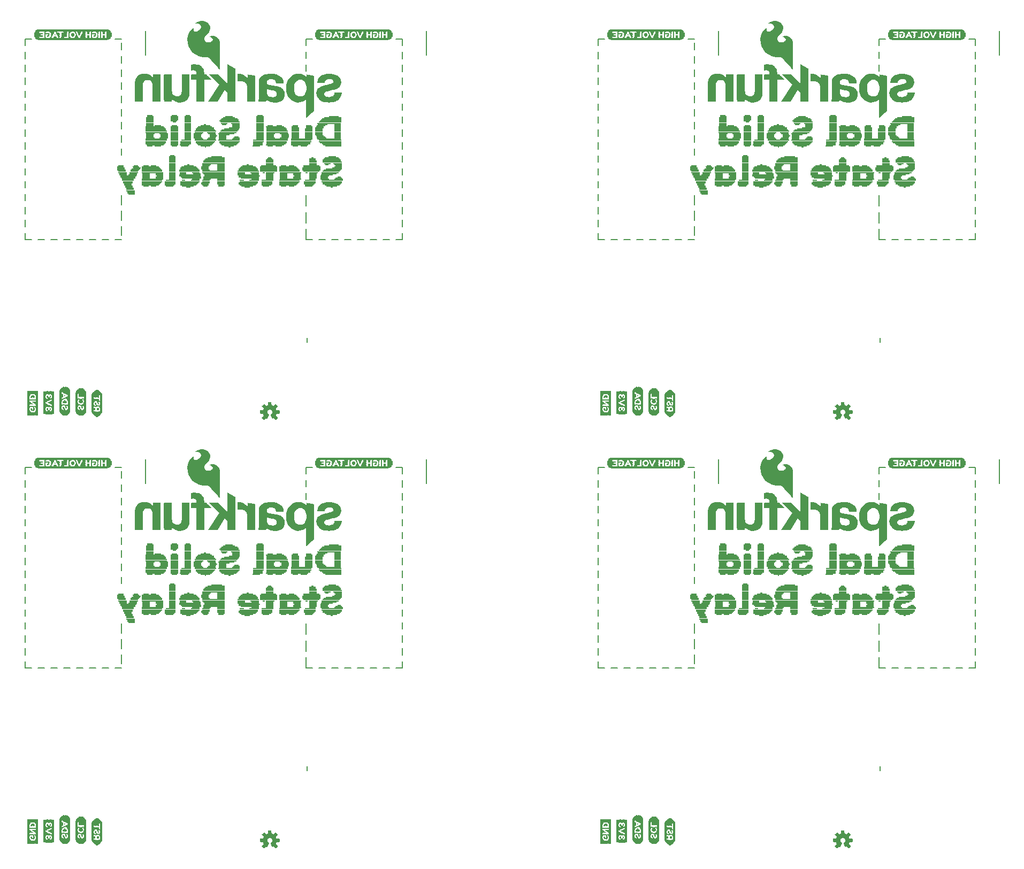
<source format=gbo>
G04 EAGLE Gerber RS-274X export*
G75*
%MOMM*%
%FSLAX34Y34*%
%LPD*%
%INSilkscreen Bottom*%
%IPPOS*%
%AMOC8*
5,1,8,0,0,1.08239X$1,22.5*%
G01*
%ADD10C,0.203200*%
%ADD11R,0.040000X3.880000*%
%ADD12R,0.040000X0.840000*%
%ADD13R,0.040000X2.800000*%
%ADD14R,0.040000X0.760000*%
%ADD15R,0.040000X0.320000*%
%ADD16R,0.040000X0.480000*%
%ADD17R,0.040000X0.160000*%
%ADD18R,0.040000X0.680000*%
%ADD19R,0.040000X0.200000*%
%ADD20R,0.040000X0.400000*%
%ADD21R,0.040000X0.120000*%
%ADD22R,0.040000X0.640000*%
%ADD23R,0.040000X0.360000*%
%ADD24R,0.040000X0.560000*%
%ADD25R,0.040000X0.600000*%
%ADD26R,0.040000X0.520000*%
%ADD27R,0.040000X0.280000*%
%ADD28R,0.040000X0.240000*%
%ADD29R,0.040000X0.720000*%
%ADD30R,0.040000X0.440000*%
%ADD31R,0.040000X0.040000*%
%ADD32R,0.040000X0.080000*%
%ADD33R,0.040000X0.800000*%
%ADD34R,0.040000X3.640000*%
%ADD35R,0.040000X1.800000*%
%ADD36R,0.040000X0.880000*%
%ADD37R,0.040000X3.080000*%
%ADD38R,0.040000X3.320000*%
%ADD39R,0.040000X3.480000*%
%ADD40R,0.040000X3.720000*%
%ADD41R,0.040000X3.800000*%
%ADD42R,0.040000X0.960000*%
%ADD43R,0.040000X1.240000*%
%ADD44R,0.040000X1.280000*%
%ADD45R,0.040000X1.320000*%
%ADD46R,0.040000X0.920000*%
%ADD47R,0.040000X1.000000*%
%ADD48R,0.040000X1.080000*%
%ADD49R,0.040000X3.560000*%
%ADD50R,0.040000X3.960000*%
%ADD51R,0.040000X4.040000*%
%ADD52R,0.040000X4.120000*%
%ADD53R,0.040000X3.040000*%
%ADD54R,0.040000X1.160000*%
%ADD55R,0.040000X1.120000*%
%ADD56R,0.040000X1.040000*%
%ADD57R,0.040000X1.360000*%
%ADD58R,0.900000X0.180000*%
%ADD59R,0.720000X0.180000*%
%ADD60R,1.620000X0.180000*%
%ADD61R,1.260000X0.180000*%
%ADD62R,1.080000X0.180000*%
%ADD63R,2.700000X0.180000*%
%ADD64R,1.980000X0.180000*%
%ADD65R,3.060000X0.180000*%
%ADD66R,2.520000X0.180000*%
%ADD67R,3.240000X0.180000*%
%ADD68R,2.880000X0.180000*%
%ADD69R,3.420000X0.180000*%
%ADD70R,3.600000X0.180000*%
%ADD71R,0.540000X0.180000*%
%ADD72R,3.780000X0.180000*%
%ADD73R,1.440000X0.180000*%
%ADD74R,0.360000X0.180000*%
%ADD75R,2.160000X0.180000*%
%ADD76R,1.800000X0.180000*%
%ADD77R,2.340000X0.180000*%
%ADD78R,0.180000X0.180000*%
%ADD79R,11.080000X0.040000*%
%ADD80R,11.320000X0.040000*%
%ADD81R,11.480000X0.040000*%
%ADD82R,11.640000X0.040000*%
%ADD83R,11.720000X0.040000*%
%ADD84R,11.800000X0.040000*%
%ADD85R,11.880000X0.040000*%
%ADD86R,2.480000X0.040000*%
%ADD87R,1.840000X0.040000*%
%ADD88R,1.360000X0.040000*%
%ADD89R,3.720000X0.040000*%
%ADD90R,1.880000X0.040000*%
%ADD91R,0.760000X0.040000*%
%ADD92R,0.440000X0.040000*%
%ADD93R,0.160000X0.040000*%
%ADD94R,0.320000X0.040000*%
%ADD95R,0.520000X0.040000*%
%ADD96R,0.600000X0.040000*%
%ADD97R,0.360000X0.040000*%
%ADD98R,0.800000X0.040000*%
%ADD99R,0.280000X0.040000*%
%ADD100R,0.720000X0.040000*%
%ADD101R,0.400000X0.040000*%
%ADD102R,0.240000X0.040000*%
%ADD103R,0.560000X0.040000*%
%ADD104R,0.680000X0.040000*%
%ADD105R,0.200000X0.040000*%
%ADD106R,0.640000X0.040000*%
%ADD107R,0.480000X0.040000*%
%ADD108R,0.120000X0.040000*%
%ADD109R,0.920000X0.040000*%
%ADD110R,0.840000X0.040000*%
%ADD111R,1.400000X0.040000*%
%ADD112R,0.080000X0.040000*%
%ADD113R,1.000000X0.040000*%
%ADD114R,1.040000X0.040000*%
%ADD115R,0.960000X0.040000*%
%ADD116R,0.040000X2.920000*%
%ADD117R,0.040000X3.000000*%
%ADD118R,0.040000X3.160000*%
%ADD119R,0.040000X3.240000*%
%ADD120R,0.040000X3.400000*%
%ADD121R,0.040000X1.640000*%
%ADD122R,0.040000X1.720000*%
%ADD123R,0.040000X1.200000*%

G36*
X371605Y1245932D02*
X371605Y1245932D01*
X371631Y1245933D01*
X371685Y1245963D01*
X371743Y1245985D01*
X371760Y1246004D01*
X371783Y1246016D01*
X371818Y1246067D01*
X371860Y1246112D01*
X371868Y1246137D01*
X371883Y1246158D01*
X371899Y1246242D01*
X371910Y1246278D01*
X371908Y1246288D01*
X371910Y1246300D01*
X371910Y1287600D01*
X371904Y1287625D01*
X371905Y1287660D01*
X371505Y1290160D01*
X371498Y1290179D01*
X371496Y1290204D01*
X370896Y1292304D01*
X370880Y1292333D01*
X370866Y1292378D01*
X369966Y1294078D01*
X369944Y1294103D01*
X369920Y1294146D01*
X368820Y1295446D01*
X368803Y1295458D01*
X368787Y1295480D01*
X367587Y1296580D01*
X367563Y1296594D01*
X367536Y1296620D01*
X366136Y1297520D01*
X366118Y1297526D01*
X366100Y1297540D01*
X364700Y1298240D01*
X364674Y1298246D01*
X364643Y1298263D01*
X363043Y1298763D01*
X363015Y1298765D01*
X362977Y1298777D01*
X361377Y1298977D01*
X361368Y1298976D01*
X361357Y1298979D01*
X359957Y1299079D01*
X359932Y1299075D01*
X359898Y1299079D01*
X358698Y1298979D01*
X358680Y1298973D01*
X358655Y1298973D01*
X357655Y1298773D01*
X357648Y1298769D01*
X357638Y1298769D01*
X356847Y1298571D01*
X356355Y1298473D01*
X356321Y1298457D01*
X356260Y1298440D01*
X356089Y1298355D01*
X356060Y1298340D01*
X355995Y1298286D01*
X355929Y1298232D01*
X355928Y1298230D01*
X355927Y1298229D01*
X355893Y1298153D01*
X355857Y1298074D01*
X355857Y1298072D01*
X355856Y1298071D01*
X355860Y1297986D01*
X355863Y1297901D01*
X355864Y1297899D01*
X355864Y1297898D01*
X355905Y1297822D01*
X355945Y1297748D01*
X355946Y1297747D01*
X355947Y1297746D01*
X355957Y1297739D01*
X356060Y1297660D01*
X356260Y1297560D01*
X356293Y1297552D01*
X356338Y1297531D01*
X356683Y1297445D01*
X357134Y1297174D01*
X357156Y1297167D01*
X357180Y1297151D01*
X357842Y1296867D01*
X359184Y1295909D01*
X359739Y1295354D01*
X360187Y1294725D01*
X360450Y1293938D01*
X360450Y1293056D01*
X360179Y1292155D01*
X359622Y1291226D01*
X358873Y1290383D01*
X357837Y1289630D01*
X356603Y1289060D01*
X355083Y1288680D01*
X352789Y1288680D01*
X350689Y1289348D01*
X348979Y1290394D01*
X347769Y1291790D01*
X347213Y1293550D01*
X347307Y1295520D01*
X348160Y1297700D01*
X350108Y1299940D01*
X352599Y1302431D01*
X352610Y1302450D01*
X352631Y1302468D01*
X354631Y1305068D01*
X354642Y1305092D01*
X354665Y1305120D01*
X356065Y1307720D01*
X356074Y1307755D01*
X356098Y1307805D01*
X356798Y1310505D01*
X356799Y1310542D01*
X356810Y1310600D01*
X356810Y1313100D01*
X356801Y1313138D01*
X356792Y1313216D01*
X355992Y1315716D01*
X355972Y1315749D01*
X355940Y1315820D01*
X354240Y1318220D01*
X354213Y1318244D01*
X354176Y1318290D01*
X351576Y1320490D01*
X351544Y1320507D01*
X351500Y1320540D01*
X348100Y1322240D01*
X348064Y1322249D01*
X348009Y1322272D01*
X344709Y1322972D01*
X344673Y1322971D01*
X344617Y1322980D01*
X341617Y1322880D01*
X341585Y1322871D01*
X341535Y1322868D01*
X338835Y1322168D01*
X338817Y1322159D01*
X338791Y1322154D01*
X336491Y1321254D01*
X336473Y1321241D01*
X336445Y1321232D01*
X334645Y1320232D01*
X334630Y1320219D01*
X334606Y1320208D01*
X333506Y1319408D01*
X333505Y1319406D01*
X333502Y1319404D01*
X333102Y1319104D01*
X333068Y1319064D01*
X333028Y1319031D01*
X333013Y1318998D01*
X332991Y1318971D01*
X332978Y1318920D01*
X332957Y1318872D01*
X332958Y1318837D01*
X332950Y1318803D01*
X332961Y1318752D01*
X332963Y1318699D01*
X332980Y1318668D01*
X332988Y1318634D01*
X333021Y1318593D01*
X333046Y1318547D01*
X333075Y1318527D01*
X333097Y1318499D01*
X333145Y1318478D01*
X333188Y1318447D01*
X333228Y1318440D01*
X333255Y1318427D01*
X333286Y1318428D01*
X333330Y1318420D01*
X333530Y1318420D01*
X333556Y1318426D01*
X333593Y1318425D01*
X334182Y1318523D01*
X335051Y1318620D01*
X336099Y1318620D01*
X337256Y1318427D01*
X338488Y1318142D01*
X339604Y1317492D01*
X340668Y1316525D01*
X341318Y1315875D01*
X341678Y1315154D01*
X341957Y1314318D01*
X342047Y1313500D01*
X341956Y1312676D01*
X341675Y1311741D01*
X341208Y1310806D01*
X340439Y1309845D01*
X339660Y1308968D01*
X338684Y1308090D01*
X337714Y1307314D01*
X336555Y1306638D01*
X335486Y1306152D01*
X334430Y1305768D01*
X333396Y1305580D01*
X332597Y1305580D01*
X331627Y1305933D01*
X330937Y1306537D01*
X330591Y1307228D01*
X330406Y1308062D01*
X330310Y1308921D01*
X330310Y1309662D01*
X330393Y1310076D01*
X330470Y1310230D01*
X330474Y1310245D01*
X330483Y1310258D01*
X330509Y1310392D01*
X330510Y1310399D01*
X330510Y1310400D01*
X330510Y1310500D01*
X330496Y1310561D01*
X330490Y1310624D01*
X330476Y1310645D01*
X330471Y1310669D01*
X330431Y1310717D01*
X330397Y1310770D01*
X330376Y1310783D01*
X330361Y1310802D01*
X330303Y1310828D01*
X330250Y1310861D01*
X330225Y1310863D01*
X330202Y1310873D01*
X330140Y1310871D01*
X330077Y1310877D01*
X330051Y1310868D01*
X330029Y1310867D01*
X329996Y1310849D01*
X329940Y1310829D01*
X327340Y1309329D01*
X327311Y1309303D01*
X327251Y1309258D01*
X324851Y1306658D01*
X324833Y1306628D01*
X324824Y1306617D01*
X324816Y1306610D01*
X324813Y1306604D01*
X324800Y1306589D01*
X322800Y1303089D01*
X322792Y1303063D01*
X322774Y1303033D01*
X321174Y1298733D01*
X321169Y1298700D01*
X321154Y1298655D01*
X320454Y1293855D01*
X320456Y1293823D01*
X320450Y1293779D01*
X320750Y1288479D01*
X320760Y1288447D01*
X320763Y1288400D01*
X322263Y1282900D01*
X322279Y1282870D01*
X322294Y1282823D01*
X325194Y1277323D01*
X325214Y1277299D01*
X325234Y1277261D01*
X327334Y1274661D01*
X327346Y1274652D01*
X327355Y1274637D01*
X329655Y1272237D01*
X329671Y1272227D01*
X329685Y1272209D01*
X332185Y1270109D01*
X332208Y1270098D01*
X332233Y1270075D01*
X335033Y1268375D01*
X335052Y1268369D01*
X335074Y1268353D01*
X338174Y1266953D01*
X338199Y1266948D01*
X338230Y1266933D01*
X341530Y1266033D01*
X341555Y1266032D01*
X341587Y1266022D01*
X345087Y1265622D01*
X345106Y1265624D01*
X345130Y1265620D01*
X349020Y1265620D01*
X350878Y1265522D01*
X352611Y1265137D01*
X354139Y1264468D01*
X355587Y1263407D01*
X357061Y1262031D01*
X358650Y1260343D01*
X360347Y1258446D01*
X360348Y1258445D01*
X362248Y1256345D01*
X362251Y1256343D01*
X362254Y1256339D01*
X364050Y1254443D01*
X365747Y1252546D01*
X367240Y1250854D01*
X368535Y1249260D01*
X368544Y1249254D01*
X368551Y1249242D01*
X369741Y1247952D01*
X370526Y1246971D01*
X371021Y1246279D01*
X371041Y1246261D01*
X371061Y1246231D01*
X371261Y1246031D01*
X371283Y1246018D01*
X371299Y1245998D01*
X371356Y1245972D01*
X371408Y1245940D01*
X371434Y1245937D01*
X371458Y1245927D01*
X371519Y1245929D01*
X371581Y1245923D01*
X371605Y1245932D01*
G37*
G36*
X1278385Y1245932D02*
X1278385Y1245932D01*
X1278411Y1245933D01*
X1278465Y1245963D01*
X1278523Y1245985D01*
X1278540Y1246004D01*
X1278563Y1246016D01*
X1278598Y1246067D01*
X1278640Y1246112D01*
X1278648Y1246137D01*
X1278663Y1246158D01*
X1278679Y1246242D01*
X1278690Y1246278D01*
X1278688Y1246288D01*
X1278690Y1246300D01*
X1278690Y1287600D01*
X1278684Y1287625D01*
X1278685Y1287660D01*
X1278285Y1290160D01*
X1278278Y1290179D01*
X1278276Y1290204D01*
X1277676Y1292304D01*
X1277660Y1292333D01*
X1277646Y1292378D01*
X1276746Y1294078D01*
X1276724Y1294103D01*
X1276700Y1294146D01*
X1275600Y1295446D01*
X1275583Y1295458D01*
X1275567Y1295480D01*
X1274367Y1296580D01*
X1274343Y1296594D01*
X1274316Y1296620D01*
X1272916Y1297520D01*
X1272898Y1297526D01*
X1272880Y1297540D01*
X1271480Y1298240D01*
X1271454Y1298246D01*
X1271423Y1298263D01*
X1269823Y1298763D01*
X1269795Y1298765D01*
X1269757Y1298777D01*
X1268157Y1298977D01*
X1268148Y1298976D01*
X1268137Y1298979D01*
X1266737Y1299079D01*
X1266712Y1299075D01*
X1266678Y1299079D01*
X1265478Y1298979D01*
X1265460Y1298973D01*
X1265435Y1298973D01*
X1264435Y1298773D01*
X1264428Y1298769D01*
X1264418Y1298769D01*
X1263627Y1298571D01*
X1263135Y1298473D01*
X1263101Y1298457D01*
X1263040Y1298440D01*
X1262869Y1298355D01*
X1262840Y1298340D01*
X1262775Y1298286D01*
X1262709Y1298232D01*
X1262708Y1298230D01*
X1262707Y1298229D01*
X1262673Y1298153D01*
X1262637Y1298074D01*
X1262637Y1298072D01*
X1262636Y1298071D01*
X1262640Y1297986D01*
X1262643Y1297901D01*
X1262644Y1297899D01*
X1262644Y1297898D01*
X1262685Y1297822D01*
X1262725Y1297748D01*
X1262726Y1297747D01*
X1262727Y1297746D01*
X1262737Y1297739D01*
X1262840Y1297660D01*
X1263040Y1297560D01*
X1263073Y1297552D01*
X1263118Y1297531D01*
X1263463Y1297445D01*
X1263914Y1297174D01*
X1263936Y1297167D01*
X1263960Y1297151D01*
X1264622Y1296867D01*
X1265964Y1295909D01*
X1266519Y1295354D01*
X1266967Y1294725D01*
X1267230Y1293938D01*
X1267230Y1293056D01*
X1266959Y1292155D01*
X1266402Y1291226D01*
X1265653Y1290383D01*
X1264617Y1289630D01*
X1263383Y1289060D01*
X1261863Y1288680D01*
X1259569Y1288680D01*
X1257469Y1289348D01*
X1255759Y1290394D01*
X1254549Y1291790D01*
X1253993Y1293550D01*
X1254087Y1295520D01*
X1254940Y1297700D01*
X1256888Y1299940D01*
X1259379Y1302431D01*
X1259390Y1302450D01*
X1259411Y1302468D01*
X1261411Y1305068D01*
X1261422Y1305092D01*
X1261445Y1305120D01*
X1262845Y1307720D01*
X1262854Y1307755D01*
X1262878Y1307805D01*
X1263578Y1310505D01*
X1263579Y1310542D01*
X1263590Y1310600D01*
X1263590Y1313100D01*
X1263581Y1313138D01*
X1263572Y1313216D01*
X1262772Y1315716D01*
X1262752Y1315749D01*
X1262720Y1315820D01*
X1261020Y1318220D01*
X1260993Y1318244D01*
X1260956Y1318290D01*
X1258356Y1320490D01*
X1258324Y1320507D01*
X1258280Y1320540D01*
X1254880Y1322240D01*
X1254844Y1322249D01*
X1254789Y1322272D01*
X1251489Y1322972D01*
X1251453Y1322971D01*
X1251397Y1322980D01*
X1248397Y1322880D01*
X1248365Y1322871D01*
X1248315Y1322868D01*
X1245615Y1322168D01*
X1245597Y1322159D01*
X1245571Y1322154D01*
X1243271Y1321254D01*
X1243253Y1321241D01*
X1243225Y1321232D01*
X1241425Y1320232D01*
X1241410Y1320219D01*
X1241386Y1320208D01*
X1240286Y1319408D01*
X1240285Y1319406D01*
X1240282Y1319404D01*
X1239882Y1319104D01*
X1239848Y1319064D01*
X1239808Y1319031D01*
X1239793Y1318998D01*
X1239771Y1318971D01*
X1239758Y1318920D01*
X1239737Y1318872D01*
X1239738Y1318837D01*
X1239730Y1318803D01*
X1239741Y1318752D01*
X1239743Y1318699D01*
X1239760Y1318668D01*
X1239768Y1318634D01*
X1239801Y1318593D01*
X1239826Y1318547D01*
X1239855Y1318527D01*
X1239877Y1318499D01*
X1239925Y1318478D01*
X1239968Y1318447D01*
X1240008Y1318440D01*
X1240035Y1318427D01*
X1240066Y1318428D01*
X1240110Y1318420D01*
X1240310Y1318420D01*
X1240336Y1318426D01*
X1240373Y1318425D01*
X1240962Y1318523D01*
X1241831Y1318620D01*
X1242879Y1318620D01*
X1244036Y1318427D01*
X1245268Y1318142D01*
X1246384Y1317492D01*
X1247448Y1316525D01*
X1248098Y1315875D01*
X1248458Y1315154D01*
X1248737Y1314318D01*
X1248827Y1313500D01*
X1248736Y1312676D01*
X1248455Y1311741D01*
X1247988Y1310806D01*
X1247219Y1309845D01*
X1246440Y1308968D01*
X1245464Y1308090D01*
X1244494Y1307314D01*
X1243335Y1306638D01*
X1242266Y1306152D01*
X1241210Y1305768D01*
X1240176Y1305580D01*
X1239377Y1305580D01*
X1238407Y1305933D01*
X1237717Y1306537D01*
X1237371Y1307228D01*
X1237186Y1308062D01*
X1237090Y1308921D01*
X1237090Y1309662D01*
X1237173Y1310076D01*
X1237250Y1310230D01*
X1237254Y1310245D01*
X1237263Y1310258D01*
X1237289Y1310392D01*
X1237290Y1310399D01*
X1237290Y1310400D01*
X1237290Y1310500D01*
X1237276Y1310561D01*
X1237270Y1310624D01*
X1237256Y1310645D01*
X1237251Y1310669D01*
X1237211Y1310717D01*
X1237177Y1310770D01*
X1237156Y1310783D01*
X1237141Y1310802D01*
X1237083Y1310828D01*
X1237030Y1310861D01*
X1237005Y1310863D01*
X1236982Y1310873D01*
X1236920Y1310871D01*
X1236857Y1310877D01*
X1236831Y1310868D01*
X1236809Y1310867D01*
X1236776Y1310849D01*
X1236720Y1310829D01*
X1234120Y1309329D01*
X1234091Y1309303D01*
X1234031Y1309258D01*
X1231631Y1306658D01*
X1231613Y1306628D01*
X1231604Y1306617D01*
X1231596Y1306610D01*
X1231593Y1306604D01*
X1231580Y1306589D01*
X1229580Y1303089D01*
X1229572Y1303063D01*
X1229554Y1303033D01*
X1227954Y1298733D01*
X1227949Y1298700D01*
X1227934Y1298655D01*
X1227234Y1293855D01*
X1227236Y1293823D01*
X1227230Y1293779D01*
X1227530Y1288479D01*
X1227540Y1288447D01*
X1227543Y1288400D01*
X1229043Y1282900D01*
X1229059Y1282870D01*
X1229074Y1282823D01*
X1231974Y1277323D01*
X1231994Y1277299D01*
X1232014Y1277261D01*
X1234114Y1274661D01*
X1234126Y1274652D01*
X1234135Y1274637D01*
X1236435Y1272237D01*
X1236451Y1272227D01*
X1236465Y1272209D01*
X1238965Y1270109D01*
X1238988Y1270098D01*
X1239013Y1270075D01*
X1241813Y1268375D01*
X1241832Y1268369D01*
X1241854Y1268353D01*
X1244954Y1266953D01*
X1244979Y1266948D01*
X1245010Y1266933D01*
X1248310Y1266033D01*
X1248335Y1266032D01*
X1248367Y1266022D01*
X1251867Y1265622D01*
X1251886Y1265624D01*
X1251910Y1265620D01*
X1255800Y1265620D01*
X1257658Y1265522D01*
X1259391Y1265137D01*
X1260919Y1264468D01*
X1262367Y1263407D01*
X1263841Y1262031D01*
X1265430Y1260343D01*
X1267127Y1258446D01*
X1267128Y1258445D01*
X1269028Y1256345D01*
X1269031Y1256343D01*
X1269034Y1256339D01*
X1270830Y1254443D01*
X1272527Y1252546D01*
X1274020Y1250854D01*
X1275315Y1249260D01*
X1275324Y1249254D01*
X1275331Y1249242D01*
X1276521Y1247952D01*
X1277306Y1246971D01*
X1277801Y1246279D01*
X1277821Y1246261D01*
X1277841Y1246231D01*
X1278041Y1246031D01*
X1278063Y1246018D01*
X1278079Y1245998D01*
X1278136Y1245972D01*
X1278188Y1245940D01*
X1278214Y1245937D01*
X1278238Y1245927D01*
X1278299Y1245929D01*
X1278361Y1245923D01*
X1278385Y1245932D01*
G37*
G36*
X1278385Y567752D02*
X1278385Y567752D01*
X1278411Y567753D01*
X1278465Y567783D01*
X1278523Y567805D01*
X1278540Y567824D01*
X1278563Y567836D01*
X1278598Y567887D01*
X1278640Y567932D01*
X1278648Y567957D01*
X1278663Y567978D01*
X1278679Y568062D01*
X1278690Y568098D01*
X1278688Y568108D01*
X1278690Y568120D01*
X1278690Y609420D01*
X1278684Y609445D01*
X1278685Y609480D01*
X1278285Y611980D01*
X1278278Y611999D01*
X1278276Y612024D01*
X1277676Y614124D01*
X1277660Y614153D01*
X1277646Y614198D01*
X1276746Y615898D01*
X1276724Y615923D01*
X1276700Y615966D01*
X1275600Y617266D01*
X1275583Y617278D01*
X1275567Y617300D01*
X1274367Y618400D01*
X1274343Y618414D01*
X1274316Y618440D01*
X1272916Y619340D01*
X1272898Y619346D01*
X1272880Y619360D01*
X1271480Y620060D01*
X1271454Y620066D01*
X1271423Y620083D01*
X1269823Y620583D01*
X1269795Y620585D01*
X1269757Y620597D01*
X1268157Y620797D01*
X1268148Y620796D01*
X1268137Y620799D01*
X1266737Y620899D01*
X1266712Y620895D01*
X1266678Y620899D01*
X1265478Y620799D01*
X1265460Y620793D01*
X1265435Y620793D01*
X1264435Y620593D01*
X1264428Y620589D01*
X1264418Y620589D01*
X1263627Y620391D01*
X1263135Y620293D01*
X1263101Y620277D01*
X1263040Y620260D01*
X1262869Y620175D01*
X1262840Y620160D01*
X1262775Y620106D01*
X1262709Y620052D01*
X1262708Y620050D01*
X1262707Y620049D01*
X1262673Y619973D01*
X1262637Y619894D01*
X1262637Y619892D01*
X1262636Y619891D01*
X1262640Y619806D01*
X1262643Y619721D01*
X1262644Y619719D01*
X1262644Y619718D01*
X1262685Y619642D01*
X1262725Y619568D01*
X1262726Y619567D01*
X1262727Y619566D01*
X1262737Y619559D01*
X1262840Y619480D01*
X1263040Y619380D01*
X1263073Y619372D01*
X1263118Y619351D01*
X1263463Y619265D01*
X1263914Y618994D01*
X1263936Y618987D01*
X1263960Y618971D01*
X1264622Y618687D01*
X1265963Y617729D01*
X1266519Y617174D01*
X1266967Y616545D01*
X1267230Y615758D01*
X1267230Y614876D01*
X1266959Y613975D01*
X1266402Y613046D01*
X1265653Y612203D01*
X1264617Y611450D01*
X1263383Y610880D01*
X1261863Y610500D01*
X1259569Y610500D01*
X1257469Y611168D01*
X1255759Y612214D01*
X1254549Y613610D01*
X1253993Y615370D01*
X1254087Y617340D01*
X1254940Y619520D01*
X1256888Y621760D01*
X1259379Y624251D01*
X1259390Y624270D01*
X1259411Y624288D01*
X1261411Y626888D01*
X1261422Y626912D01*
X1261445Y626940D01*
X1262845Y629540D01*
X1262854Y629575D01*
X1262878Y629625D01*
X1263578Y632325D01*
X1263579Y632362D01*
X1263590Y632420D01*
X1263590Y634920D01*
X1263581Y634958D01*
X1263572Y635036D01*
X1262772Y637536D01*
X1262752Y637569D01*
X1262720Y637640D01*
X1261020Y640040D01*
X1260993Y640064D01*
X1260956Y640110D01*
X1258356Y642310D01*
X1258324Y642327D01*
X1258280Y642360D01*
X1254880Y644060D01*
X1254844Y644069D01*
X1254789Y644092D01*
X1251489Y644792D01*
X1251453Y644791D01*
X1251397Y644800D01*
X1248397Y644700D01*
X1248365Y644691D01*
X1248315Y644688D01*
X1245615Y643988D01*
X1245597Y643979D01*
X1245571Y643974D01*
X1243271Y643074D01*
X1243253Y643061D01*
X1243225Y643052D01*
X1241425Y642052D01*
X1241410Y642039D01*
X1241386Y642028D01*
X1240286Y641228D01*
X1240285Y641226D01*
X1240282Y641224D01*
X1239882Y640924D01*
X1239848Y640884D01*
X1239808Y640851D01*
X1239793Y640818D01*
X1239771Y640791D01*
X1239758Y640740D01*
X1239737Y640692D01*
X1239738Y640657D01*
X1239730Y640623D01*
X1239741Y640572D01*
X1239743Y640519D01*
X1239760Y640488D01*
X1239768Y640454D01*
X1239801Y640413D01*
X1239826Y640367D01*
X1239855Y640347D01*
X1239877Y640319D01*
X1239925Y640298D01*
X1239968Y640267D01*
X1240008Y640260D01*
X1240035Y640247D01*
X1240066Y640248D01*
X1240110Y640240D01*
X1240310Y640240D01*
X1240336Y640246D01*
X1240373Y640245D01*
X1240962Y640343D01*
X1241831Y640440D01*
X1242879Y640440D01*
X1244036Y640247D01*
X1245268Y639962D01*
X1246384Y639312D01*
X1247448Y638345D01*
X1248098Y637695D01*
X1248458Y636974D01*
X1248737Y636138D01*
X1248827Y635320D01*
X1248736Y634496D01*
X1248455Y633561D01*
X1247988Y632626D01*
X1247219Y631665D01*
X1246440Y630788D01*
X1245464Y629910D01*
X1244494Y629134D01*
X1243335Y628458D01*
X1242266Y627972D01*
X1241210Y627588D01*
X1240176Y627400D01*
X1239377Y627400D01*
X1238407Y627753D01*
X1237717Y628357D01*
X1237371Y629048D01*
X1237186Y629882D01*
X1237090Y630741D01*
X1237090Y631482D01*
X1237173Y631896D01*
X1237250Y632050D01*
X1237254Y632065D01*
X1237263Y632078D01*
X1237289Y632212D01*
X1237290Y632219D01*
X1237290Y632220D01*
X1237290Y632320D01*
X1237276Y632381D01*
X1237270Y632444D01*
X1237256Y632465D01*
X1237251Y632489D01*
X1237211Y632537D01*
X1237177Y632590D01*
X1237156Y632603D01*
X1237141Y632622D01*
X1237083Y632648D01*
X1237030Y632681D01*
X1237005Y632683D01*
X1236982Y632693D01*
X1236920Y632691D01*
X1236857Y632697D01*
X1236831Y632688D01*
X1236809Y632687D01*
X1236776Y632669D01*
X1236720Y632649D01*
X1234120Y631149D01*
X1234091Y631123D01*
X1234031Y631078D01*
X1231631Y628478D01*
X1231613Y628448D01*
X1231604Y628437D01*
X1231596Y628430D01*
X1231593Y628424D01*
X1231580Y628409D01*
X1229580Y624909D01*
X1229572Y624883D01*
X1229554Y624853D01*
X1227954Y620553D01*
X1227949Y620520D01*
X1227934Y620475D01*
X1227234Y615675D01*
X1227236Y615643D01*
X1227230Y615599D01*
X1227530Y610299D01*
X1227540Y610267D01*
X1227543Y610220D01*
X1229043Y604720D01*
X1229059Y604690D01*
X1229074Y604643D01*
X1231974Y599143D01*
X1231994Y599119D01*
X1232014Y599081D01*
X1234114Y596481D01*
X1234126Y596472D01*
X1234135Y596457D01*
X1236435Y594057D01*
X1236451Y594047D01*
X1236465Y594029D01*
X1238965Y591929D01*
X1238988Y591918D01*
X1239013Y591895D01*
X1241813Y590195D01*
X1241832Y590189D01*
X1241854Y590173D01*
X1244954Y588773D01*
X1244979Y588768D01*
X1245010Y588753D01*
X1248310Y587853D01*
X1248335Y587852D01*
X1248367Y587842D01*
X1251867Y587442D01*
X1251886Y587444D01*
X1251910Y587440D01*
X1255800Y587440D01*
X1257658Y587342D01*
X1259391Y586957D01*
X1260919Y586288D01*
X1262367Y585227D01*
X1263841Y583851D01*
X1265430Y582163D01*
X1267127Y580266D01*
X1267128Y580265D01*
X1269028Y578165D01*
X1269031Y578163D01*
X1269034Y578159D01*
X1270830Y576263D01*
X1272527Y574366D01*
X1274020Y572674D01*
X1275315Y571080D01*
X1275324Y571074D01*
X1275331Y571062D01*
X1276521Y569772D01*
X1277306Y568791D01*
X1277801Y568099D01*
X1277821Y568081D01*
X1277841Y568051D01*
X1278041Y567851D01*
X1278063Y567838D01*
X1278079Y567818D01*
X1278136Y567792D01*
X1278188Y567760D01*
X1278214Y567757D01*
X1278238Y567747D01*
X1278299Y567749D01*
X1278361Y567743D01*
X1278385Y567752D01*
G37*
G36*
X371605Y567752D02*
X371605Y567752D01*
X371631Y567753D01*
X371685Y567783D01*
X371743Y567805D01*
X371760Y567824D01*
X371783Y567836D01*
X371818Y567887D01*
X371860Y567932D01*
X371868Y567957D01*
X371883Y567978D01*
X371899Y568062D01*
X371910Y568098D01*
X371908Y568108D01*
X371910Y568120D01*
X371910Y609420D01*
X371904Y609445D01*
X371905Y609480D01*
X371505Y611980D01*
X371498Y611999D01*
X371496Y612024D01*
X370896Y614124D01*
X370880Y614153D01*
X370866Y614198D01*
X369966Y615898D01*
X369944Y615923D01*
X369920Y615966D01*
X368820Y617266D01*
X368803Y617278D01*
X368787Y617300D01*
X367587Y618400D01*
X367563Y618414D01*
X367536Y618440D01*
X366136Y619340D01*
X366118Y619346D01*
X366100Y619360D01*
X364700Y620060D01*
X364674Y620066D01*
X364643Y620083D01*
X363043Y620583D01*
X363015Y620585D01*
X362977Y620597D01*
X361377Y620797D01*
X361368Y620796D01*
X361357Y620799D01*
X359957Y620899D01*
X359932Y620895D01*
X359898Y620899D01*
X358698Y620799D01*
X358680Y620793D01*
X358655Y620793D01*
X357655Y620593D01*
X357648Y620589D01*
X357638Y620589D01*
X356847Y620391D01*
X356355Y620293D01*
X356321Y620277D01*
X356260Y620260D01*
X356089Y620175D01*
X356060Y620160D01*
X355995Y620106D01*
X355929Y620052D01*
X355928Y620050D01*
X355927Y620049D01*
X355893Y619973D01*
X355857Y619894D01*
X355857Y619892D01*
X355856Y619891D01*
X355860Y619806D01*
X355863Y619721D01*
X355864Y619719D01*
X355864Y619718D01*
X355905Y619642D01*
X355945Y619568D01*
X355946Y619567D01*
X355947Y619566D01*
X355957Y619559D01*
X356060Y619480D01*
X356260Y619380D01*
X356293Y619372D01*
X356338Y619351D01*
X356683Y619265D01*
X357134Y618994D01*
X357156Y618987D01*
X357180Y618971D01*
X357842Y618687D01*
X359183Y617729D01*
X359739Y617174D01*
X360187Y616545D01*
X360450Y615758D01*
X360450Y614876D01*
X360179Y613975D01*
X359622Y613046D01*
X358873Y612203D01*
X357837Y611450D01*
X356603Y610880D01*
X355083Y610500D01*
X352789Y610500D01*
X350689Y611168D01*
X348979Y612214D01*
X347769Y613610D01*
X347213Y615370D01*
X347307Y617340D01*
X348160Y619520D01*
X350108Y621760D01*
X352599Y624251D01*
X352610Y624270D01*
X352631Y624288D01*
X354631Y626888D01*
X354642Y626912D01*
X354665Y626940D01*
X356065Y629540D01*
X356074Y629575D01*
X356098Y629625D01*
X356798Y632325D01*
X356799Y632362D01*
X356810Y632420D01*
X356810Y634920D01*
X356801Y634958D01*
X356792Y635036D01*
X355992Y637536D01*
X355972Y637569D01*
X355940Y637640D01*
X354240Y640040D01*
X354213Y640064D01*
X354176Y640110D01*
X351576Y642310D01*
X351544Y642327D01*
X351500Y642360D01*
X348100Y644060D01*
X348064Y644069D01*
X348009Y644092D01*
X344709Y644792D01*
X344673Y644791D01*
X344617Y644800D01*
X341617Y644700D01*
X341585Y644691D01*
X341535Y644688D01*
X338835Y643988D01*
X338817Y643979D01*
X338791Y643974D01*
X336491Y643074D01*
X336473Y643061D01*
X336445Y643052D01*
X334645Y642052D01*
X334630Y642039D01*
X334606Y642028D01*
X333506Y641228D01*
X333505Y641226D01*
X333502Y641224D01*
X333102Y640924D01*
X333068Y640884D01*
X333028Y640851D01*
X333013Y640818D01*
X332991Y640791D01*
X332978Y640740D01*
X332957Y640692D01*
X332958Y640657D01*
X332950Y640623D01*
X332961Y640572D01*
X332963Y640519D01*
X332980Y640488D01*
X332988Y640454D01*
X333021Y640413D01*
X333046Y640367D01*
X333075Y640347D01*
X333097Y640319D01*
X333145Y640298D01*
X333188Y640267D01*
X333228Y640260D01*
X333255Y640247D01*
X333286Y640248D01*
X333330Y640240D01*
X333530Y640240D01*
X333556Y640246D01*
X333593Y640245D01*
X334182Y640343D01*
X335051Y640440D01*
X336099Y640440D01*
X337256Y640247D01*
X338488Y639962D01*
X339604Y639312D01*
X340668Y638345D01*
X341318Y637695D01*
X341678Y636974D01*
X341957Y636138D01*
X342047Y635320D01*
X341956Y634496D01*
X341675Y633561D01*
X341208Y632626D01*
X340439Y631665D01*
X339660Y630788D01*
X338684Y629910D01*
X337714Y629134D01*
X336555Y628458D01*
X335486Y627972D01*
X334430Y627588D01*
X333396Y627400D01*
X332597Y627400D01*
X331627Y627753D01*
X330937Y628357D01*
X330591Y629048D01*
X330406Y629882D01*
X330310Y630741D01*
X330310Y631482D01*
X330393Y631896D01*
X330470Y632050D01*
X330474Y632065D01*
X330483Y632078D01*
X330509Y632212D01*
X330510Y632219D01*
X330510Y632220D01*
X330510Y632320D01*
X330496Y632381D01*
X330490Y632444D01*
X330476Y632465D01*
X330471Y632489D01*
X330431Y632537D01*
X330397Y632590D01*
X330376Y632603D01*
X330361Y632622D01*
X330303Y632648D01*
X330250Y632681D01*
X330225Y632683D01*
X330202Y632693D01*
X330140Y632691D01*
X330077Y632697D01*
X330051Y632688D01*
X330029Y632687D01*
X329996Y632669D01*
X329940Y632649D01*
X327340Y631149D01*
X327311Y631123D01*
X327251Y631078D01*
X324851Y628478D01*
X324833Y628448D01*
X324824Y628437D01*
X324816Y628430D01*
X324813Y628424D01*
X324800Y628409D01*
X322800Y624909D01*
X322792Y624883D01*
X322774Y624853D01*
X321174Y620553D01*
X321169Y620520D01*
X321154Y620475D01*
X320454Y615675D01*
X320456Y615643D01*
X320450Y615599D01*
X320750Y610299D01*
X320760Y610267D01*
X320763Y610220D01*
X322263Y604720D01*
X322279Y604690D01*
X322294Y604643D01*
X325194Y599143D01*
X325214Y599119D01*
X325234Y599081D01*
X327334Y596481D01*
X327346Y596472D01*
X327355Y596457D01*
X329655Y594057D01*
X329671Y594047D01*
X329685Y594029D01*
X332185Y591929D01*
X332208Y591918D01*
X332233Y591895D01*
X335033Y590195D01*
X335052Y590189D01*
X335074Y590173D01*
X338174Y588773D01*
X338199Y588768D01*
X338230Y588753D01*
X341530Y587853D01*
X341555Y587852D01*
X341587Y587842D01*
X345087Y587442D01*
X345106Y587444D01*
X345130Y587440D01*
X349020Y587440D01*
X350878Y587342D01*
X352611Y586957D01*
X354139Y586288D01*
X355587Y585227D01*
X357061Y583851D01*
X358650Y582163D01*
X360347Y580266D01*
X360348Y580265D01*
X362248Y578165D01*
X362251Y578163D01*
X362254Y578159D01*
X364050Y576263D01*
X365747Y574366D01*
X367240Y572674D01*
X368535Y571080D01*
X368544Y571074D01*
X368551Y571062D01*
X369741Y569772D01*
X370526Y568791D01*
X371021Y568099D01*
X371041Y568081D01*
X371061Y568051D01*
X371261Y567851D01*
X371283Y567838D01*
X371299Y567818D01*
X371356Y567792D01*
X371408Y567760D01*
X371434Y567757D01*
X371458Y567747D01*
X371519Y567749D01*
X371581Y567743D01*
X371605Y567752D01*
G37*
G36*
X1415436Y1169530D02*
X1415436Y1169530D01*
X1415511Y1169533D01*
X1415521Y1169539D01*
X1415533Y1169540D01*
X1415659Y1169613D01*
X1417159Y1170913D01*
X1417163Y1170917D01*
X1417169Y1170921D01*
X1418564Y1172217D01*
X1421559Y1174813D01*
X1421563Y1174817D01*
X1421569Y1174821D01*
X1422964Y1176117D01*
X1424459Y1177413D01*
X1424463Y1177417D01*
X1424469Y1177421D01*
X1425864Y1178717D01*
X1427359Y1180013D01*
X1427361Y1180015D01*
X1427363Y1180016D01*
X1427411Y1180084D01*
X1427461Y1180153D01*
X1427461Y1180156D01*
X1427463Y1180158D01*
X1427490Y1180300D01*
X1427490Y1235600D01*
X1427488Y1235611D01*
X1427490Y1235622D01*
X1427468Y1235694D01*
X1427451Y1235769D01*
X1427444Y1235777D01*
X1427441Y1235788D01*
X1427389Y1235844D01*
X1427341Y1235902D01*
X1427331Y1235907D01*
X1427323Y1235915D01*
X1427190Y1235972D01*
X1425790Y1236272D01*
X1425778Y1236272D01*
X1425764Y1236276D01*
X1424377Y1236475D01*
X1422990Y1236772D01*
X1422978Y1236772D01*
X1422964Y1236776D01*
X1421580Y1236974D01*
X1420296Y1237271D01*
X1420281Y1237270D01*
X1420264Y1237276D01*
X1418877Y1237475D01*
X1417490Y1237772D01*
X1417478Y1237772D01*
X1417464Y1237776D01*
X1416064Y1237976D01*
X1415987Y1237970D01*
X1415909Y1237967D01*
X1415901Y1237962D01*
X1415891Y1237961D01*
X1415825Y1237921D01*
X1415757Y1237884D01*
X1415752Y1237876D01*
X1415743Y1237871D01*
X1415708Y1237816D01*
X1415708Y1237815D01*
X1415707Y1237814D01*
X1415702Y1237805D01*
X1415657Y1237742D01*
X1415655Y1237732D01*
X1415651Y1237725D01*
X1415647Y1237689D01*
X1415644Y1237673D01*
X1415637Y1237657D01*
X1415637Y1237639D01*
X1415630Y1237600D01*
X1415630Y1233279D01*
X1415123Y1234015D01*
X1415111Y1234027D01*
X1415106Y1234035D01*
X1415101Y1234038D01*
X1415089Y1234059D01*
X1413789Y1235459D01*
X1413767Y1235473D01*
X1413745Y1235499D01*
X1412345Y1236599D01*
X1412322Y1236610D01*
X1412296Y1236631D01*
X1410696Y1237531D01*
X1410677Y1237537D01*
X1410655Y1237552D01*
X1408955Y1238252D01*
X1408937Y1238254D01*
X1408917Y1238265D01*
X1407217Y1238765D01*
X1407196Y1238766D01*
X1407169Y1238776D01*
X1405269Y1239076D01*
X1405252Y1239074D01*
X1405230Y1239080D01*
X1403330Y1239180D01*
X1403304Y1239175D01*
X1403270Y1239178D01*
X1398570Y1238678D01*
X1398536Y1238666D01*
X1398482Y1238658D01*
X1394582Y1237258D01*
X1394551Y1237238D01*
X1394499Y1237216D01*
X1391199Y1235016D01*
X1391176Y1234992D01*
X1391136Y1234964D01*
X1388436Y1232164D01*
X1388419Y1232135D01*
X1388401Y1232116D01*
X1388396Y1232111D01*
X1388395Y1232109D01*
X1388386Y1232100D01*
X1386286Y1228700D01*
X1386276Y1228669D01*
X1386252Y1228628D01*
X1384852Y1224728D01*
X1384850Y1224706D01*
X1384838Y1224680D01*
X1383938Y1220480D01*
X1383939Y1220456D01*
X1383931Y1220426D01*
X1383631Y1216026D01*
X1383634Y1216003D01*
X1383631Y1215973D01*
X1383931Y1211773D01*
X1383938Y1211749D01*
X1383939Y1211717D01*
X1384839Y1207717D01*
X1384842Y1207709D01*
X1384843Y1207702D01*
X1384850Y1207689D01*
X1384853Y1207669D01*
X1386253Y1203869D01*
X1386272Y1203839D01*
X1386292Y1203791D01*
X1388392Y1200591D01*
X1388412Y1200573D01*
X1388431Y1200541D01*
X1391031Y1197741D01*
X1391062Y1197721D01*
X1391101Y1197682D01*
X1394301Y1195582D01*
X1394334Y1195570D01*
X1394379Y1195543D01*
X1398179Y1194143D01*
X1398214Y1194139D01*
X1398266Y1194122D01*
X1402566Y1193622D01*
X1402599Y1193626D01*
X1402648Y1193622D01*
X1404648Y1193822D01*
X1404659Y1193825D01*
X1404673Y1193825D01*
X1406473Y1194125D01*
X1406489Y1194132D01*
X1406512Y1194134D01*
X1408312Y1194634D01*
X1408329Y1194643D01*
X1408355Y1194648D01*
X1410055Y1195348D01*
X1410075Y1195363D01*
X1410106Y1195374D01*
X1411606Y1196274D01*
X1411617Y1196285D01*
X1411635Y1196293D01*
X1413135Y1197393D01*
X1413151Y1197412D01*
X1413179Y1197431D01*
X1414479Y1198731D01*
X1414486Y1198742D01*
X1414499Y1198753D01*
X1415030Y1199372D01*
X1415030Y1169900D01*
X1415033Y1169888D01*
X1415031Y1169876D01*
X1415052Y1169805D01*
X1415069Y1169731D01*
X1415077Y1169722D01*
X1415080Y1169710D01*
X1415132Y1169656D01*
X1415179Y1169598D01*
X1415191Y1169593D01*
X1415199Y1169584D01*
X1415269Y1169557D01*
X1415338Y1169527D01*
X1415350Y1169527D01*
X1415361Y1169523D01*
X1415436Y1169530D01*
G37*
G36*
X508656Y1169530D02*
X508656Y1169530D01*
X508731Y1169533D01*
X508741Y1169539D01*
X508753Y1169540D01*
X508879Y1169613D01*
X510379Y1170913D01*
X510383Y1170917D01*
X510389Y1170921D01*
X511784Y1172217D01*
X514779Y1174813D01*
X514783Y1174817D01*
X514789Y1174821D01*
X516184Y1176117D01*
X517679Y1177413D01*
X517683Y1177417D01*
X517689Y1177421D01*
X519084Y1178717D01*
X520579Y1180013D01*
X520581Y1180015D01*
X520583Y1180016D01*
X520631Y1180084D01*
X520681Y1180153D01*
X520681Y1180156D01*
X520683Y1180158D01*
X520710Y1180300D01*
X520710Y1235600D01*
X520708Y1235611D01*
X520710Y1235622D01*
X520688Y1235694D01*
X520671Y1235769D01*
X520664Y1235777D01*
X520661Y1235788D01*
X520609Y1235844D01*
X520561Y1235902D01*
X520551Y1235907D01*
X520543Y1235915D01*
X520410Y1235972D01*
X519010Y1236272D01*
X518998Y1236272D01*
X518984Y1236276D01*
X517597Y1236475D01*
X516210Y1236772D01*
X516198Y1236772D01*
X516184Y1236776D01*
X514800Y1236974D01*
X513516Y1237271D01*
X513501Y1237270D01*
X513484Y1237276D01*
X512097Y1237475D01*
X510710Y1237772D01*
X510698Y1237772D01*
X510684Y1237776D01*
X509284Y1237976D01*
X509207Y1237970D01*
X509129Y1237967D01*
X509121Y1237962D01*
X509111Y1237961D01*
X509045Y1237921D01*
X508977Y1237884D01*
X508972Y1237876D01*
X508963Y1237871D01*
X508928Y1237816D01*
X508928Y1237815D01*
X508927Y1237814D01*
X508922Y1237805D01*
X508877Y1237742D01*
X508875Y1237732D01*
X508871Y1237725D01*
X508867Y1237689D01*
X508864Y1237673D01*
X508857Y1237657D01*
X508857Y1237639D01*
X508850Y1237600D01*
X508850Y1233279D01*
X508343Y1234015D01*
X508331Y1234027D01*
X508326Y1234035D01*
X508321Y1234038D01*
X508309Y1234059D01*
X507009Y1235459D01*
X506987Y1235473D01*
X506965Y1235499D01*
X505565Y1236599D01*
X505542Y1236610D01*
X505516Y1236631D01*
X503916Y1237531D01*
X503897Y1237537D01*
X503875Y1237552D01*
X502175Y1238252D01*
X502157Y1238254D01*
X502137Y1238265D01*
X500437Y1238765D01*
X500416Y1238766D01*
X500389Y1238776D01*
X498489Y1239076D01*
X498472Y1239074D01*
X498450Y1239080D01*
X496550Y1239180D01*
X496524Y1239175D01*
X496490Y1239178D01*
X491790Y1238678D01*
X491756Y1238666D01*
X491702Y1238658D01*
X487802Y1237258D01*
X487771Y1237238D01*
X487719Y1237216D01*
X484419Y1235016D01*
X484396Y1234992D01*
X484356Y1234964D01*
X481656Y1232164D01*
X481639Y1232135D01*
X481621Y1232116D01*
X481616Y1232111D01*
X481615Y1232109D01*
X481606Y1232100D01*
X479506Y1228700D01*
X479496Y1228669D01*
X479472Y1228628D01*
X478072Y1224728D01*
X478070Y1224706D01*
X478058Y1224680D01*
X477158Y1220480D01*
X477159Y1220456D01*
X477151Y1220426D01*
X476851Y1216026D01*
X476854Y1216003D01*
X476851Y1215973D01*
X477151Y1211773D01*
X477158Y1211749D01*
X477159Y1211717D01*
X478059Y1207717D01*
X478062Y1207709D01*
X478063Y1207702D01*
X478070Y1207689D01*
X478073Y1207669D01*
X479473Y1203869D01*
X479492Y1203839D01*
X479512Y1203791D01*
X481612Y1200591D01*
X481632Y1200573D01*
X481651Y1200541D01*
X484251Y1197741D01*
X484282Y1197721D01*
X484321Y1197682D01*
X487521Y1195582D01*
X487554Y1195570D01*
X487599Y1195543D01*
X491399Y1194143D01*
X491434Y1194139D01*
X491486Y1194122D01*
X495786Y1193622D01*
X495819Y1193626D01*
X495868Y1193622D01*
X497868Y1193822D01*
X497879Y1193825D01*
X497893Y1193825D01*
X499693Y1194125D01*
X499709Y1194132D01*
X499732Y1194134D01*
X501532Y1194634D01*
X501549Y1194643D01*
X501575Y1194648D01*
X503275Y1195348D01*
X503295Y1195363D01*
X503326Y1195374D01*
X504826Y1196274D01*
X504837Y1196285D01*
X504855Y1196293D01*
X506355Y1197393D01*
X506371Y1197412D01*
X506399Y1197431D01*
X507699Y1198731D01*
X507706Y1198742D01*
X507719Y1198753D01*
X508250Y1199372D01*
X508250Y1169900D01*
X508253Y1169888D01*
X508251Y1169876D01*
X508272Y1169805D01*
X508289Y1169731D01*
X508297Y1169722D01*
X508300Y1169710D01*
X508352Y1169656D01*
X508399Y1169598D01*
X508411Y1169593D01*
X508419Y1169584D01*
X508489Y1169557D01*
X508558Y1169527D01*
X508570Y1169527D01*
X508581Y1169523D01*
X508656Y1169530D01*
G37*
G36*
X508656Y491350D02*
X508656Y491350D01*
X508731Y491353D01*
X508741Y491359D01*
X508753Y491360D01*
X508879Y491433D01*
X510379Y492733D01*
X510383Y492737D01*
X510389Y492741D01*
X511784Y494037D01*
X514779Y496633D01*
X514783Y496637D01*
X514789Y496641D01*
X516184Y497937D01*
X517679Y499233D01*
X517683Y499237D01*
X517689Y499241D01*
X519084Y500537D01*
X520579Y501833D01*
X520581Y501835D01*
X520583Y501836D01*
X520631Y501904D01*
X520681Y501973D01*
X520681Y501976D01*
X520683Y501978D01*
X520710Y502120D01*
X520710Y557420D01*
X520708Y557431D01*
X520710Y557442D01*
X520688Y557514D01*
X520671Y557589D01*
X520664Y557597D01*
X520661Y557608D01*
X520609Y557664D01*
X520561Y557722D01*
X520551Y557727D01*
X520543Y557735D01*
X520410Y557792D01*
X519010Y558092D01*
X518998Y558092D01*
X518984Y558096D01*
X517597Y558295D01*
X516210Y558592D01*
X516198Y558592D01*
X516184Y558596D01*
X514800Y558794D01*
X513516Y559091D01*
X513501Y559090D01*
X513484Y559096D01*
X512097Y559295D01*
X510710Y559592D01*
X510698Y559592D01*
X510684Y559596D01*
X509284Y559796D01*
X509207Y559790D01*
X509129Y559787D01*
X509121Y559782D01*
X509111Y559781D01*
X509045Y559741D01*
X508977Y559704D01*
X508972Y559696D01*
X508963Y559691D01*
X508928Y559636D01*
X508928Y559635D01*
X508927Y559634D01*
X508922Y559625D01*
X508877Y559562D01*
X508875Y559552D01*
X508871Y559545D01*
X508867Y559509D01*
X508864Y559493D01*
X508857Y559477D01*
X508857Y559459D01*
X508850Y559420D01*
X508850Y555099D01*
X508343Y555835D01*
X508331Y555847D01*
X508326Y555855D01*
X508321Y555858D01*
X508309Y555879D01*
X507009Y557279D01*
X506987Y557293D01*
X506965Y557319D01*
X505565Y558419D01*
X505542Y558430D01*
X505516Y558451D01*
X503916Y559351D01*
X503897Y559357D01*
X503875Y559372D01*
X502175Y560072D01*
X502157Y560074D01*
X502137Y560085D01*
X500437Y560585D01*
X500416Y560586D01*
X500389Y560596D01*
X498489Y560896D01*
X498472Y560894D01*
X498450Y560900D01*
X496550Y561000D01*
X496524Y560995D01*
X496490Y560998D01*
X491790Y560498D01*
X491756Y560486D01*
X491702Y560478D01*
X487802Y559078D01*
X487771Y559058D01*
X487719Y559036D01*
X484419Y556836D01*
X484396Y556812D01*
X484356Y556784D01*
X481656Y553984D01*
X481639Y553955D01*
X481621Y553936D01*
X481616Y553931D01*
X481615Y553929D01*
X481606Y553920D01*
X479506Y550520D01*
X479496Y550489D01*
X479472Y550448D01*
X478072Y546548D01*
X478070Y546526D01*
X478058Y546500D01*
X477158Y542300D01*
X477159Y542276D01*
X477151Y542246D01*
X476851Y537846D01*
X476854Y537823D01*
X476851Y537793D01*
X477151Y533593D01*
X477158Y533569D01*
X477159Y533537D01*
X478059Y529537D01*
X478062Y529529D01*
X478063Y529522D01*
X478070Y529509D01*
X478073Y529489D01*
X479473Y525689D01*
X479492Y525659D01*
X479512Y525611D01*
X481612Y522411D01*
X481632Y522393D01*
X481651Y522361D01*
X484251Y519561D01*
X484282Y519541D01*
X484321Y519502D01*
X487521Y517402D01*
X487554Y517390D01*
X487599Y517363D01*
X491399Y515963D01*
X491434Y515959D01*
X491486Y515942D01*
X495786Y515442D01*
X495819Y515446D01*
X495868Y515442D01*
X497868Y515642D01*
X497879Y515645D01*
X497893Y515645D01*
X499693Y515945D01*
X499709Y515952D01*
X499732Y515954D01*
X501532Y516454D01*
X501549Y516463D01*
X501575Y516468D01*
X503275Y517168D01*
X503295Y517183D01*
X503326Y517194D01*
X504826Y518094D01*
X504837Y518105D01*
X504855Y518113D01*
X506355Y519213D01*
X506371Y519232D01*
X506399Y519251D01*
X507699Y520551D01*
X507706Y520562D01*
X507719Y520573D01*
X508250Y521192D01*
X508250Y491720D01*
X508253Y491708D01*
X508251Y491696D01*
X508272Y491625D01*
X508289Y491551D01*
X508297Y491542D01*
X508300Y491530D01*
X508352Y491476D01*
X508399Y491418D01*
X508411Y491413D01*
X508419Y491404D01*
X508489Y491377D01*
X508558Y491347D01*
X508570Y491347D01*
X508581Y491343D01*
X508656Y491350D01*
G37*
G36*
X1415436Y491350D02*
X1415436Y491350D01*
X1415511Y491353D01*
X1415521Y491359D01*
X1415533Y491360D01*
X1415659Y491433D01*
X1417159Y492733D01*
X1417163Y492737D01*
X1417169Y492741D01*
X1418564Y494037D01*
X1421559Y496633D01*
X1421563Y496637D01*
X1421569Y496641D01*
X1422964Y497937D01*
X1424459Y499233D01*
X1424463Y499237D01*
X1424469Y499241D01*
X1425864Y500537D01*
X1427359Y501833D01*
X1427361Y501835D01*
X1427363Y501836D01*
X1427411Y501904D01*
X1427461Y501973D01*
X1427461Y501976D01*
X1427463Y501978D01*
X1427490Y502120D01*
X1427490Y557420D01*
X1427488Y557431D01*
X1427490Y557442D01*
X1427468Y557514D01*
X1427451Y557589D01*
X1427444Y557597D01*
X1427441Y557608D01*
X1427389Y557664D01*
X1427341Y557722D01*
X1427331Y557727D01*
X1427323Y557735D01*
X1427190Y557792D01*
X1425790Y558092D01*
X1425778Y558092D01*
X1425764Y558096D01*
X1424377Y558295D01*
X1422990Y558592D01*
X1422978Y558592D01*
X1422964Y558596D01*
X1421580Y558794D01*
X1420296Y559091D01*
X1420281Y559090D01*
X1420264Y559096D01*
X1418877Y559295D01*
X1417490Y559592D01*
X1417478Y559592D01*
X1417464Y559596D01*
X1416064Y559796D01*
X1415987Y559790D01*
X1415909Y559787D01*
X1415901Y559782D01*
X1415891Y559781D01*
X1415825Y559741D01*
X1415757Y559704D01*
X1415752Y559696D01*
X1415743Y559691D01*
X1415708Y559636D01*
X1415708Y559635D01*
X1415707Y559634D01*
X1415702Y559625D01*
X1415657Y559562D01*
X1415655Y559552D01*
X1415651Y559545D01*
X1415647Y559509D01*
X1415644Y559493D01*
X1415637Y559477D01*
X1415637Y559459D01*
X1415630Y559420D01*
X1415630Y555099D01*
X1415123Y555835D01*
X1415111Y555847D01*
X1415106Y555855D01*
X1415101Y555858D01*
X1415089Y555879D01*
X1413789Y557279D01*
X1413767Y557293D01*
X1413745Y557319D01*
X1412345Y558419D01*
X1412322Y558430D01*
X1412296Y558451D01*
X1410696Y559351D01*
X1410677Y559357D01*
X1410655Y559372D01*
X1408955Y560072D01*
X1408937Y560074D01*
X1408917Y560085D01*
X1407217Y560585D01*
X1407196Y560586D01*
X1407169Y560596D01*
X1405269Y560896D01*
X1405252Y560894D01*
X1405230Y560900D01*
X1403330Y561000D01*
X1403304Y560995D01*
X1403270Y560998D01*
X1398570Y560498D01*
X1398536Y560486D01*
X1398482Y560478D01*
X1394582Y559078D01*
X1394551Y559058D01*
X1394499Y559036D01*
X1391199Y556836D01*
X1391176Y556812D01*
X1391136Y556784D01*
X1388436Y553984D01*
X1388419Y553955D01*
X1388401Y553936D01*
X1388396Y553931D01*
X1388395Y553929D01*
X1388386Y553920D01*
X1386286Y550520D01*
X1386276Y550489D01*
X1386252Y550448D01*
X1384852Y546548D01*
X1384850Y546526D01*
X1384838Y546500D01*
X1383938Y542300D01*
X1383939Y542276D01*
X1383931Y542246D01*
X1383631Y537846D01*
X1383634Y537823D01*
X1383631Y537793D01*
X1383931Y533593D01*
X1383938Y533569D01*
X1383939Y533537D01*
X1384839Y529537D01*
X1384842Y529529D01*
X1384843Y529522D01*
X1384850Y529509D01*
X1384853Y529489D01*
X1386253Y525689D01*
X1386272Y525659D01*
X1386292Y525611D01*
X1388392Y522411D01*
X1388412Y522393D01*
X1388431Y522361D01*
X1391031Y519561D01*
X1391062Y519541D01*
X1391101Y519502D01*
X1394301Y517402D01*
X1394334Y517390D01*
X1394379Y517363D01*
X1398179Y515963D01*
X1398214Y515959D01*
X1398266Y515942D01*
X1402566Y515442D01*
X1402599Y515446D01*
X1402648Y515442D01*
X1404648Y515642D01*
X1404659Y515645D01*
X1404673Y515645D01*
X1406473Y515945D01*
X1406489Y515952D01*
X1406512Y515954D01*
X1408312Y516454D01*
X1408329Y516463D01*
X1408355Y516468D01*
X1410055Y517168D01*
X1410075Y517183D01*
X1410106Y517194D01*
X1411606Y518094D01*
X1411617Y518105D01*
X1411635Y518113D01*
X1413135Y519213D01*
X1413151Y519232D01*
X1413179Y519251D01*
X1414479Y520551D01*
X1414486Y520562D01*
X1414499Y520573D01*
X1415030Y521192D01*
X1415030Y491720D01*
X1415033Y491708D01*
X1415031Y491696D01*
X1415052Y491625D01*
X1415069Y491551D01*
X1415077Y491542D01*
X1415080Y491530D01*
X1415132Y491476D01*
X1415179Y491418D01*
X1415191Y491413D01*
X1415199Y491404D01*
X1415269Y491377D01*
X1415338Y491347D01*
X1415350Y491347D01*
X1415361Y491343D01*
X1415436Y491350D01*
G37*
G36*
X1366221Y515342D02*
X1366221Y515342D01*
X1366235Y515341D01*
X1369235Y515541D01*
X1369249Y515545D01*
X1369268Y515544D01*
X1370568Y515744D01*
X1370587Y515752D01*
X1370614Y515754D01*
X1372014Y516154D01*
X1372021Y516158D01*
X1372030Y516159D01*
X1373230Y516559D01*
X1373250Y516572D01*
X1373280Y516580D01*
X1373921Y516900D01*
X1374480Y517180D01*
X1374485Y517184D01*
X1374492Y517186D01*
X1375592Y517786D01*
X1375601Y517794D01*
X1375614Y517799D01*
X1376714Y518499D01*
X1376738Y518523D01*
X1376779Y518551D01*
X1377679Y519451D01*
X1377684Y519460D01*
X1377694Y519467D01*
X1378494Y520367D01*
X1378504Y520385D01*
X1378522Y520402D01*
X1379222Y521402D01*
X1379231Y521425D01*
X1379250Y521450D01*
X1379850Y522650D01*
X1379853Y522661D01*
X1379861Y522674D01*
X1380361Y523874D01*
X1380366Y523903D01*
X1380382Y523940D01*
X1380682Y525340D01*
X1380682Y525343D01*
X1380683Y525345D01*
X1380983Y526845D01*
X1380982Y526877D01*
X1380990Y526920D01*
X1380990Y528420D01*
X1380987Y528435D01*
X1380989Y528454D01*
X1380689Y531754D01*
X1380680Y531781D01*
X1380679Y531791D01*
X1380676Y531797D01*
X1380671Y531840D01*
X1379771Y534540D01*
X1379750Y534574D01*
X1379719Y534641D01*
X1378219Y536741D01*
X1378193Y536764D01*
X1378163Y536804D01*
X1376363Y538404D01*
X1376332Y538421D01*
X1376292Y538454D01*
X1374092Y539654D01*
X1374070Y539660D01*
X1374044Y539676D01*
X1371644Y540576D01*
X1371629Y540578D01*
X1371613Y540586D01*
X1369113Y541286D01*
X1369092Y541287D01*
X1369066Y541296D01*
X1366367Y541696D01*
X1363768Y542096D01*
X1363761Y542095D01*
X1363754Y542098D01*
X1361154Y542398D01*
X1358778Y542695D01*
X1356718Y543185D01*
X1355069Y543767D01*
X1353777Y544506D01*
X1353076Y545556D01*
X1352890Y547044D01*
X1352890Y547893D01*
X1352983Y548541D01*
X1353355Y549842D01*
X1353707Y550282D01*
X1353717Y550303D01*
X1353736Y550324D01*
X1354001Y550766D01*
X1354428Y551107D01*
X1355370Y551672D01*
X1356498Y552048D01*
X1358537Y552340D01*
X1360786Y552340D01*
X1361559Y552243D01*
X1362231Y552147D01*
X1363597Y551757D01*
X1364164Y551568D01*
X1364704Y551298D01*
X1365639Y550549D01*
X1365997Y550102D01*
X1366284Y549624D01*
X1366290Y549618D01*
X1366294Y549609D01*
X1366665Y549052D01*
X1366847Y548507D01*
X1367043Y547822D01*
X1367236Y547050D01*
X1367333Y546273D01*
X1367342Y546247D01*
X1367343Y546219D01*
X1367372Y546167D01*
X1367393Y546110D01*
X1367413Y546091D01*
X1367426Y546067D01*
X1367475Y546033D01*
X1367519Y545991D01*
X1367545Y545983D01*
X1367568Y545967D01*
X1367648Y545952D01*
X1367684Y545941D01*
X1367696Y545943D01*
X1367710Y545940D01*
X1379310Y545940D01*
X1379379Y545956D01*
X1379449Y545966D01*
X1379462Y545975D01*
X1379479Y545979D01*
X1379533Y546024D01*
X1379591Y546064D01*
X1379599Y546079D01*
X1379612Y546089D01*
X1379641Y546154D01*
X1379676Y546215D01*
X1379677Y546234D01*
X1379683Y546248D01*
X1379682Y546287D01*
X1379688Y546360D01*
X1379488Y548260D01*
X1379482Y548278D01*
X1379481Y548303D01*
X1379081Y550103D01*
X1379071Y550123D01*
X1379066Y550154D01*
X1378466Y551754D01*
X1378454Y551772D01*
X1378446Y551799D01*
X1377646Y553299D01*
X1377628Y553319D01*
X1377611Y553352D01*
X1376611Y554652D01*
X1376595Y554666D01*
X1376579Y554689D01*
X1375479Y555789D01*
X1375472Y555793D01*
X1375467Y555800D01*
X1374267Y556900D01*
X1374240Y556915D01*
X1374209Y556944D01*
X1372909Y557744D01*
X1372899Y557747D01*
X1372889Y557756D01*
X1371389Y558556D01*
X1371371Y558560D01*
X1371351Y558573D01*
X1369851Y559173D01*
X1369847Y559174D01*
X1369844Y559176D01*
X1368244Y559776D01*
X1368222Y559779D01*
X1368197Y559790D01*
X1366497Y560190D01*
X1366487Y560190D01*
X1366476Y560194D01*
X1364776Y560494D01*
X1364766Y560494D01*
X1364754Y560498D01*
X1363054Y560698D01*
X1363044Y560696D01*
X1363031Y560700D01*
X1359431Y560900D01*
X1359422Y560898D01*
X1359410Y560900D01*
X1357810Y560900D01*
X1357799Y560898D01*
X1357786Y560900D01*
X1356186Y560800D01*
X1356177Y560797D01*
X1356166Y560798D01*
X1354466Y560598D01*
X1354464Y560597D01*
X1354463Y560597D01*
X1352863Y560397D01*
X1352853Y560394D01*
X1352840Y560394D01*
X1351240Y560094D01*
X1351228Y560089D01*
X1351212Y560087D01*
X1349712Y559687D01*
X1349703Y559682D01*
X1349690Y559681D01*
X1348190Y559181D01*
X1348178Y559173D01*
X1348160Y559170D01*
X1346760Y558570D01*
X1346748Y558561D01*
X1346730Y558555D01*
X1345430Y557855D01*
X1345418Y557844D01*
X1345399Y557836D01*
X1344199Y557036D01*
X1344178Y557014D01*
X1344141Y556989D01*
X1343141Y555989D01*
X1343132Y555975D01*
X1343116Y555961D01*
X1342216Y554861D01*
X1342202Y554833D01*
X1342175Y554800D01*
X1341475Y553500D01*
X1341470Y553482D01*
X1341457Y553461D01*
X1340857Y551961D01*
X1340852Y551931D01*
X1340850Y551924D01*
X1340846Y551916D01*
X1340846Y551915D01*
X1340836Y551890D01*
X1340536Y550290D01*
X1340537Y550268D01*
X1340530Y550241D01*
X1340430Y548441D01*
X1340432Y548432D01*
X1340430Y548420D01*
X1340430Y525647D01*
X1340334Y524974D01*
X1340336Y524950D01*
X1340330Y524920D01*
X1340330Y522847D01*
X1340134Y521477D01*
X1339836Y519689D01*
X1339644Y518729D01*
X1339457Y518261D01*
X1339453Y518232D01*
X1339437Y518195D01*
X1339347Y517744D01*
X1339181Y517411D01*
X1338994Y517131D01*
X1338967Y517061D01*
X1338937Y516992D01*
X1338937Y516980D01*
X1338933Y516969D01*
X1338940Y516894D01*
X1338943Y516819D01*
X1338949Y516809D01*
X1338950Y516796D01*
X1338990Y516733D01*
X1339026Y516667D01*
X1339036Y516660D01*
X1339043Y516650D01*
X1339107Y516610D01*
X1339168Y516567D01*
X1339181Y516565D01*
X1339190Y516559D01*
X1339228Y516556D01*
X1339310Y516540D01*
X1351110Y516540D01*
X1351159Y516551D01*
X1351209Y516553D01*
X1351242Y516571D01*
X1351279Y516579D01*
X1351318Y516611D01*
X1351362Y516635D01*
X1351388Y516670D01*
X1351412Y516689D01*
X1351425Y516717D01*
X1351450Y516750D01*
X1351550Y516950D01*
X1351556Y516973D01*
X1351571Y517000D01*
X1351662Y517274D01*
X1351750Y517450D01*
X1351756Y517473D01*
X1351771Y517500D01*
X1351971Y518100D01*
X1351974Y518137D01*
X1351990Y518220D01*
X1351990Y518358D01*
X1352071Y518600D01*
X1352074Y518637D01*
X1352090Y518720D01*
X1352090Y518858D01*
X1352171Y519100D01*
X1352174Y519137D01*
X1352190Y519220D01*
X1352190Y519658D01*
X1352271Y519900D01*
X1352274Y519937D01*
X1352290Y520020D01*
X1352290Y520102D01*
X1352341Y520051D01*
X1352361Y520039D01*
X1352382Y520016D01*
X1353982Y518816D01*
X1353995Y518810D01*
X1354008Y518798D01*
X1355608Y517798D01*
X1355617Y517795D01*
X1355625Y517788D01*
X1356525Y517288D01*
X1356548Y517281D01*
X1356566Y517269D01*
X1356577Y517266D01*
X1356590Y517259D01*
X1357473Y516965D01*
X1358356Y516573D01*
X1358372Y516569D01*
X1358390Y516559D01*
X1359290Y516259D01*
X1359307Y516258D01*
X1359328Y516249D01*
X1360228Y516049D01*
X1360231Y516049D01*
X1360235Y516047D01*
X1362235Y515647D01*
X1362250Y515648D01*
X1362268Y515642D01*
X1363168Y515542D01*
X1363170Y515542D01*
X1363172Y515542D01*
X1365172Y515342D01*
X1365189Y515344D01*
X1365210Y515340D01*
X1366210Y515340D01*
X1366221Y515342D01*
G37*
G36*
X459441Y515342D02*
X459441Y515342D01*
X459455Y515341D01*
X462455Y515541D01*
X462469Y515545D01*
X462488Y515544D01*
X463788Y515744D01*
X463807Y515752D01*
X463834Y515754D01*
X465234Y516154D01*
X465241Y516158D01*
X465250Y516159D01*
X466450Y516559D01*
X466470Y516572D01*
X466500Y516580D01*
X467141Y516900D01*
X467700Y517180D01*
X467705Y517184D01*
X467712Y517186D01*
X468812Y517786D01*
X468821Y517794D01*
X468834Y517799D01*
X469934Y518499D01*
X469958Y518523D01*
X469999Y518551D01*
X470899Y519451D01*
X470904Y519460D01*
X470914Y519467D01*
X471714Y520367D01*
X471724Y520385D01*
X471742Y520402D01*
X472442Y521402D01*
X472451Y521425D01*
X472470Y521450D01*
X473070Y522650D01*
X473073Y522661D01*
X473081Y522674D01*
X473581Y523874D01*
X473586Y523903D01*
X473602Y523940D01*
X473902Y525340D01*
X473902Y525343D01*
X473903Y525345D01*
X474203Y526845D01*
X474202Y526877D01*
X474210Y526920D01*
X474210Y528420D01*
X474207Y528435D01*
X474209Y528454D01*
X473909Y531754D01*
X473900Y531781D01*
X473899Y531791D01*
X473896Y531797D01*
X473891Y531840D01*
X472991Y534540D01*
X472970Y534574D01*
X472939Y534641D01*
X471439Y536741D01*
X471413Y536764D01*
X471383Y536804D01*
X469583Y538404D01*
X469552Y538421D01*
X469512Y538454D01*
X467312Y539654D01*
X467290Y539660D01*
X467264Y539676D01*
X464864Y540576D01*
X464849Y540578D01*
X464833Y540586D01*
X462333Y541286D01*
X462312Y541287D01*
X462286Y541296D01*
X459587Y541696D01*
X456988Y542096D01*
X456981Y542095D01*
X456974Y542098D01*
X454374Y542398D01*
X451998Y542695D01*
X449938Y543185D01*
X448289Y543767D01*
X446997Y544506D01*
X446296Y545556D01*
X446110Y547044D01*
X446110Y547893D01*
X446203Y548541D01*
X446575Y549842D01*
X446927Y550282D01*
X446937Y550303D01*
X446956Y550324D01*
X447221Y550766D01*
X447648Y551107D01*
X448590Y551672D01*
X449718Y552048D01*
X451757Y552340D01*
X454006Y552340D01*
X454779Y552243D01*
X455451Y552147D01*
X456817Y551757D01*
X457384Y551568D01*
X457924Y551298D01*
X458859Y550549D01*
X459217Y550102D01*
X459504Y549624D01*
X459510Y549618D01*
X459514Y549609D01*
X459885Y549052D01*
X460067Y548507D01*
X460263Y547822D01*
X460456Y547050D01*
X460553Y546273D01*
X460562Y546247D01*
X460563Y546219D01*
X460592Y546167D01*
X460613Y546110D01*
X460633Y546091D01*
X460646Y546067D01*
X460695Y546033D01*
X460739Y545991D01*
X460765Y545983D01*
X460788Y545967D01*
X460868Y545952D01*
X460904Y545941D01*
X460916Y545943D01*
X460930Y545940D01*
X472530Y545940D01*
X472599Y545956D01*
X472669Y545966D01*
X472682Y545975D01*
X472699Y545979D01*
X472753Y546024D01*
X472811Y546064D01*
X472819Y546079D01*
X472832Y546089D01*
X472861Y546154D01*
X472896Y546215D01*
X472897Y546234D01*
X472903Y546248D01*
X472902Y546287D01*
X472908Y546360D01*
X472708Y548260D01*
X472702Y548278D01*
X472701Y548303D01*
X472301Y550103D01*
X472291Y550123D01*
X472286Y550154D01*
X471686Y551754D01*
X471674Y551772D01*
X471666Y551799D01*
X470866Y553299D01*
X470848Y553319D01*
X470831Y553352D01*
X469831Y554652D01*
X469815Y554666D01*
X469799Y554689D01*
X468699Y555789D01*
X468692Y555793D01*
X468687Y555800D01*
X467487Y556900D01*
X467460Y556915D01*
X467429Y556944D01*
X466129Y557744D01*
X466119Y557747D01*
X466109Y557756D01*
X464609Y558556D01*
X464591Y558560D01*
X464571Y558573D01*
X463071Y559173D01*
X463067Y559174D01*
X463064Y559176D01*
X461464Y559776D01*
X461442Y559779D01*
X461417Y559790D01*
X459717Y560190D01*
X459707Y560190D01*
X459696Y560194D01*
X457996Y560494D01*
X457986Y560494D01*
X457974Y560498D01*
X456274Y560698D01*
X456264Y560696D01*
X456251Y560700D01*
X452651Y560900D01*
X452642Y560898D01*
X452630Y560900D01*
X451030Y560900D01*
X451019Y560898D01*
X451006Y560900D01*
X449406Y560800D01*
X449397Y560797D01*
X449386Y560798D01*
X447686Y560598D01*
X447684Y560597D01*
X447683Y560597D01*
X446083Y560397D01*
X446073Y560394D01*
X446060Y560394D01*
X444460Y560094D01*
X444448Y560089D01*
X444432Y560087D01*
X442932Y559687D01*
X442923Y559682D01*
X442910Y559681D01*
X441410Y559181D01*
X441398Y559173D01*
X441380Y559170D01*
X439980Y558570D01*
X439968Y558561D01*
X439950Y558555D01*
X438650Y557855D01*
X438638Y557844D01*
X438619Y557836D01*
X437419Y557036D01*
X437398Y557014D01*
X437361Y556989D01*
X436361Y555989D01*
X436352Y555975D01*
X436336Y555961D01*
X435436Y554861D01*
X435422Y554833D01*
X435395Y554800D01*
X434695Y553500D01*
X434690Y553482D01*
X434677Y553461D01*
X434077Y551961D01*
X434072Y551931D01*
X434070Y551924D01*
X434066Y551916D01*
X434066Y551915D01*
X434056Y551890D01*
X433756Y550290D01*
X433757Y550268D01*
X433750Y550241D01*
X433650Y548441D01*
X433652Y548432D01*
X433650Y548420D01*
X433650Y525647D01*
X433554Y524974D01*
X433556Y524950D01*
X433550Y524920D01*
X433550Y522847D01*
X433354Y521477D01*
X433056Y519689D01*
X432864Y518729D01*
X432677Y518261D01*
X432673Y518232D01*
X432657Y518195D01*
X432567Y517744D01*
X432401Y517411D01*
X432214Y517131D01*
X432187Y517061D01*
X432157Y516992D01*
X432157Y516980D01*
X432153Y516969D01*
X432160Y516894D01*
X432163Y516819D01*
X432169Y516809D01*
X432170Y516796D01*
X432210Y516733D01*
X432246Y516667D01*
X432256Y516660D01*
X432263Y516650D01*
X432327Y516610D01*
X432388Y516567D01*
X432401Y516565D01*
X432410Y516559D01*
X432448Y516556D01*
X432530Y516540D01*
X444330Y516540D01*
X444379Y516551D01*
X444429Y516553D01*
X444462Y516571D01*
X444499Y516579D01*
X444538Y516611D01*
X444582Y516635D01*
X444608Y516670D01*
X444632Y516689D01*
X444645Y516717D01*
X444670Y516750D01*
X444770Y516950D01*
X444776Y516973D01*
X444791Y517000D01*
X444882Y517274D01*
X444970Y517450D01*
X444976Y517473D01*
X444991Y517500D01*
X445191Y518100D01*
X445194Y518137D01*
X445210Y518220D01*
X445210Y518358D01*
X445291Y518600D01*
X445294Y518637D01*
X445310Y518720D01*
X445310Y518858D01*
X445391Y519100D01*
X445394Y519137D01*
X445410Y519220D01*
X445410Y519658D01*
X445491Y519900D01*
X445494Y519937D01*
X445510Y520020D01*
X445510Y520102D01*
X445561Y520051D01*
X445581Y520039D01*
X445602Y520016D01*
X447202Y518816D01*
X447215Y518810D01*
X447228Y518798D01*
X448828Y517798D01*
X448837Y517795D01*
X448845Y517788D01*
X449745Y517288D01*
X449768Y517281D01*
X449786Y517269D01*
X449797Y517266D01*
X449810Y517259D01*
X450693Y516965D01*
X451576Y516573D01*
X451592Y516569D01*
X451610Y516559D01*
X452510Y516259D01*
X452527Y516258D01*
X452548Y516249D01*
X453448Y516049D01*
X453451Y516049D01*
X453455Y516047D01*
X455455Y515647D01*
X455470Y515648D01*
X455488Y515642D01*
X456388Y515542D01*
X456390Y515542D01*
X456392Y515542D01*
X458392Y515342D01*
X458409Y515344D01*
X458430Y515340D01*
X459430Y515340D01*
X459441Y515342D01*
G37*
G36*
X1366221Y1193522D02*
X1366221Y1193522D01*
X1366235Y1193521D01*
X1369235Y1193721D01*
X1369249Y1193725D01*
X1369268Y1193724D01*
X1370568Y1193924D01*
X1370587Y1193932D01*
X1370614Y1193934D01*
X1372014Y1194334D01*
X1372021Y1194338D01*
X1372030Y1194339D01*
X1373230Y1194739D01*
X1373250Y1194752D01*
X1373280Y1194760D01*
X1373921Y1195080D01*
X1374480Y1195360D01*
X1374485Y1195364D01*
X1374492Y1195366D01*
X1375592Y1195966D01*
X1375601Y1195974D01*
X1375614Y1195979D01*
X1376714Y1196679D01*
X1376738Y1196703D01*
X1376779Y1196731D01*
X1377679Y1197631D01*
X1377684Y1197640D01*
X1377694Y1197647D01*
X1378494Y1198547D01*
X1378504Y1198565D01*
X1378522Y1198582D01*
X1379222Y1199582D01*
X1379231Y1199605D01*
X1379250Y1199630D01*
X1379850Y1200830D01*
X1379853Y1200841D01*
X1379861Y1200854D01*
X1380361Y1202054D01*
X1380366Y1202083D01*
X1380382Y1202120D01*
X1380682Y1203520D01*
X1380682Y1203523D01*
X1380683Y1203525D01*
X1380983Y1205025D01*
X1380982Y1205057D01*
X1380990Y1205100D01*
X1380990Y1206600D01*
X1380987Y1206615D01*
X1380989Y1206634D01*
X1380689Y1209934D01*
X1380680Y1209961D01*
X1380679Y1209971D01*
X1380676Y1209977D01*
X1380671Y1210020D01*
X1379771Y1212720D01*
X1379750Y1212754D01*
X1379719Y1212821D01*
X1378219Y1214921D01*
X1378193Y1214944D01*
X1378163Y1214984D01*
X1376363Y1216584D01*
X1376332Y1216601D01*
X1376292Y1216634D01*
X1374092Y1217834D01*
X1374070Y1217840D01*
X1374044Y1217856D01*
X1371644Y1218756D01*
X1371629Y1218758D01*
X1371613Y1218766D01*
X1369113Y1219466D01*
X1369092Y1219467D01*
X1369066Y1219476D01*
X1366367Y1219876D01*
X1363768Y1220276D01*
X1363761Y1220275D01*
X1363754Y1220278D01*
X1361154Y1220578D01*
X1358778Y1220875D01*
X1356718Y1221365D01*
X1355069Y1221947D01*
X1353777Y1222686D01*
X1353076Y1223736D01*
X1352890Y1225224D01*
X1352890Y1226073D01*
X1352983Y1226721D01*
X1353355Y1228022D01*
X1353707Y1228462D01*
X1353717Y1228483D01*
X1353736Y1228504D01*
X1354001Y1228946D01*
X1354428Y1229287D01*
X1355370Y1229852D01*
X1356498Y1230228D01*
X1358537Y1230520D01*
X1360786Y1230520D01*
X1361559Y1230423D01*
X1362231Y1230327D01*
X1363597Y1229937D01*
X1364164Y1229748D01*
X1364704Y1229478D01*
X1365639Y1228729D01*
X1365997Y1228282D01*
X1366284Y1227804D01*
X1366290Y1227798D01*
X1366294Y1227789D01*
X1366665Y1227232D01*
X1366847Y1226687D01*
X1367043Y1226002D01*
X1367236Y1225230D01*
X1367333Y1224453D01*
X1367342Y1224427D01*
X1367343Y1224399D01*
X1367372Y1224347D01*
X1367393Y1224290D01*
X1367413Y1224271D01*
X1367426Y1224247D01*
X1367475Y1224213D01*
X1367519Y1224171D01*
X1367545Y1224163D01*
X1367568Y1224147D01*
X1367648Y1224132D01*
X1367684Y1224121D01*
X1367696Y1224123D01*
X1367710Y1224120D01*
X1379310Y1224120D01*
X1379379Y1224136D01*
X1379449Y1224146D01*
X1379462Y1224155D01*
X1379479Y1224159D01*
X1379533Y1224204D01*
X1379591Y1224244D01*
X1379599Y1224259D01*
X1379612Y1224269D01*
X1379641Y1224334D01*
X1379676Y1224395D01*
X1379677Y1224414D01*
X1379683Y1224428D01*
X1379682Y1224467D01*
X1379688Y1224540D01*
X1379488Y1226440D01*
X1379482Y1226458D01*
X1379481Y1226483D01*
X1379081Y1228283D01*
X1379071Y1228303D01*
X1379066Y1228334D01*
X1378466Y1229934D01*
X1378454Y1229952D01*
X1378446Y1229979D01*
X1377646Y1231479D01*
X1377628Y1231499D01*
X1377611Y1231532D01*
X1376611Y1232832D01*
X1376595Y1232846D01*
X1376579Y1232869D01*
X1375479Y1233969D01*
X1375472Y1233973D01*
X1375467Y1233980D01*
X1374267Y1235080D01*
X1374240Y1235095D01*
X1374209Y1235124D01*
X1372909Y1235924D01*
X1372899Y1235927D01*
X1372889Y1235936D01*
X1371389Y1236736D01*
X1371371Y1236740D01*
X1371351Y1236753D01*
X1369851Y1237353D01*
X1369847Y1237354D01*
X1369844Y1237356D01*
X1368244Y1237956D01*
X1368222Y1237959D01*
X1368197Y1237970D01*
X1366497Y1238370D01*
X1366487Y1238370D01*
X1366476Y1238374D01*
X1364776Y1238674D01*
X1364766Y1238674D01*
X1364754Y1238678D01*
X1363054Y1238878D01*
X1363044Y1238876D01*
X1363031Y1238880D01*
X1359431Y1239080D01*
X1359422Y1239078D01*
X1359410Y1239080D01*
X1357810Y1239080D01*
X1357799Y1239078D01*
X1357786Y1239080D01*
X1356186Y1238980D01*
X1356177Y1238977D01*
X1356166Y1238978D01*
X1354466Y1238778D01*
X1354464Y1238777D01*
X1354463Y1238777D01*
X1352863Y1238577D01*
X1352853Y1238574D01*
X1352840Y1238574D01*
X1351240Y1238274D01*
X1351228Y1238269D01*
X1351212Y1238267D01*
X1349712Y1237867D01*
X1349703Y1237862D01*
X1349690Y1237861D01*
X1348190Y1237361D01*
X1348178Y1237353D01*
X1348160Y1237350D01*
X1346760Y1236750D01*
X1346748Y1236741D01*
X1346730Y1236735D01*
X1345430Y1236035D01*
X1345418Y1236024D01*
X1345399Y1236016D01*
X1344199Y1235216D01*
X1344178Y1235194D01*
X1344141Y1235169D01*
X1343141Y1234169D01*
X1343132Y1234155D01*
X1343116Y1234141D01*
X1342216Y1233041D01*
X1342202Y1233013D01*
X1342175Y1232980D01*
X1341475Y1231680D01*
X1341470Y1231662D01*
X1341457Y1231641D01*
X1340857Y1230141D01*
X1340852Y1230111D01*
X1340850Y1230104D01*
X1340846Y1230096D01*
X1340846Y1230095D01*
X1340836Y1230070D01*
X1340536Y1228470D01*
X1340537Y1228448D01*
X1340530Y1228421D01*
X1340430Y1226621D01*
X1340432Y1226612D01*
X1340430Y1226600D01*
X1340430Y1203827D01*
X1340334Y1203154D01*
X1340336Y1203130D01*
X1340330Y1203100D01*
X1340330Y1201027D01*
X1340134Y1199657D01*
X1339836Y1197869D01*
X1339644Y1196909D01*
X1339457Y1196441D01*
X1339453Y1196412D01*
X1339437Y1196375D01*
X1339347Y1195924D01*
X1339181Y1195591D01*
X1338994Y1195311D01*
X1338967Y1195241D01*
X1338937Y1195172D01*
X1338937Y1195160D01*
X1338933Y1195149D01*
X1338940Y1195074D01*
X1338943Y1194999D01*
X1338949Y1194989D01*
X1338950Y1194976D01*
X1338990Y1194913D01*
X1339026Y1194847D01*
X1339036Y1194840D01*
X1339043Y1194830D01*
X1339107Y1194790D01*
X1339168Y1194747D01*
X1339181Y1194745D01*
X1339190Y1194739D01*
X1339228Y1194736D01*
X1339310Y1194720D01*
X1351110Y1194720D01*
X1351159Y1194731D01*
X1351209Y1194733D01*
X1351242Y1194751D01*
X1351279Y1194759D01*
X1351318Y1194791D01*
X1351362Y1194815D01*
X1351388Y1194850D01*
X1351412Y1194869D01*
X1351425Y1194897D01*
X1351450Y1194930D01*
X1351550Y1195130D01*
X1351556Y1195153D01*
X1351571Y1195180D01*
X1351662Y1195454D01*
X1351750Y1195630D01*
X1351756Y1195653D01*
X1351771Y1195680D01*
X1351971Y1196280D01*
X1351974Y1196317D01*
X1351990Y1196400D01*
X1351990Y1196538D01*
X1352071Y1196780D01*
X1352074Y1196817D01*
X1352090Y1196900D01*
X1352090Y1197038D01*
X1352171Y1197280D01*
X1352174Y1197317D01*
X1352190Y1197400D01*
X1352190Y1197838D01*
X1352271Y1198080D01*
X1352274Y1198117D01*
X1352290Y1198200D01*
X1352290Y1198282D01*
X1352341Y1198231D01*
X1352361Y1198219D01*
X1352382Y1198196D01*
X1353982Y1196996D01*
X1353995Y1196990D01*
X1354008Y1196978D01*
X1355608Y1195978D01*
X1355617Y1195975D01*
X1355625Y1195968D01*
X1356525Y1195468D01*
X1356548Y1195461D01*
X1356566Y1195449D01*
X1356577Y1195446D01*
X1356590Y1195439D01*
X1357473Y1195145D01*
X1358356Y1194753D01*
X1358372Y1194749D01*
X1358390Y1194739D01*
X1359290Y1194439D01*
X1359307Y1194438D01*
X1359328Y1194429D01*
X1360228Y1194229D01*
X1360231Y1194229D01*
X1360235Y1194227D01*
X1362235Y1193827D01*
X1362250Y1193828D01*
X1362268Y1193822D01*
X1363168Y1193722D01*
X1363170Y1193722D01*
X1363172Y1193722D01*
X1365172Y1193522D01*
X1365189Y1193524D01*
X1365210Y1193520D01*
X1366210Y1193520D01*
X1366221Y1193522D01*
G37*
G36*
X459441Y1193522D02*
X459441Y1193522D01*
X459455Y1193521D01*
X462455Y1193721D01*
X462469Y1193725D01*
X462488Y1193724D01*
X463788Y1193924D01*
X463807Y1193932D01*
X463834Y1193934D01*
X465234Y1194334D01*
X465241Y1194338D01*
X465250Y1194339D01*
X466450Y1194739D01*
X466470Y1194752D01*
X466500Y1194760D01*
X467141Y1195080D01*
X467700Y1195360D01*
X467705Y1195364D01*
X467712Y1195366D01*
X468812Y1195966D01*
X468821Y1195974D01*
X468834Y1195979D01*
X469934Y1196679D01*
X469958Y1196703D01*
X469999Y1196731D01*
X470899Y1197631D01*
X470904Y1197640D01*
X470914Y1197647D01*
X471714Y1198547D01*
X471724Y1198565D01*
X471742Y1198582D01*
X472442Y1199582D01*
X472451Y1199605D01*
X472470Y1199630D01*
X473070Y1200830D01*
X473073Y1200841D01*
X473081Y1200854D01*
X473581Y1202054D01*
X473586Y1202083D01*
X473602Y1202120D01*
X473902Y1203520D01*
X473902Y1203523D01*
X473903Y1203525D01*
X474203Y1205025D01*
X474202Y1205057D01*
X474210Y1205100D01*
X474210Y1206600D01*
X474207Y1206615D01*
X474209Y1206634D01*
X473909Y1209934D01*
X473900Y1209961D01*
X473899Y1209971D01*
X473896Y1209977D01*
X473891Y1210020D01*
X472991Y1212720D01*
X472970Y1212754D01*
X472939Y1212821D01*
X471439Y1214921D01*
X471413Y1214944D01*
X471383Y1214984D01*
X469583Y1216584D01*
X469552Y1216601D01*
X469512Y1216634D01*
X467312Y1217834D01*
X467290Y1217840D01*
X467264Y1217856D01*
X464864Y1218756D01*
X464849Y1218758D01*
X464833Y1218766D01*
X462333Y1219466D01*
X462312Y1219467D01*
X462286Y1219476D01*
X459587Y1219876D01*
X456988Y1220276D01*
X456981Y1220275D01*
X456974Y1220278D01*
X454374Y1220578D01*
X451998Y1220875D01*
X449938Y1221365D01*
X448289Y1221947D01*
X446997Y1222686D01*
X446296Y1223736D01*
X446110Y1225224D01*
X446110Y1226073D01*
X446203Y1226721D01*
X446575Y1228022D01*
X446927Y1228462D01*
X446937Y1228483D01*
X446956Y1228504D01*
X447221Y1228946D01*
X447648Y1229287D01*
X448590Y1229852D01*
X449718Y1230228D01*
X451757Y1230520D01*
X454006Y1230520D01*
X454779Y1230423D01*
X455451Y1230327D01*
X456817Y1229937D01*
X457384Y1229748D01*
X457924Y1229478D01*
X458859Y1228729D01*
X459217Y1228282D01*
X459504Y1227804D01*
X459510Y1227798D01*
X459514Y1227789D01*
X459885Y1227232D01*
X460067Y1226687D01*
X460263Y1226002D01*
X460456Y1225230D01*
X460553Y1224453D01*
X460562Y1224427D01*
X460563Y1224399D01*
X460592Y1224347D01*
X460613Y1224290D01*
X460633Y1224271D01*
X460646Y1224247D01*
X460695Y1224213D01*
X460739Y1224171D01*
X460765Y1224163D01*
X460788Y1224147D01*
X460868Y1224132D01*
X460904Y1224121D01*
X460916Y1224123D01*
X460930Y1224120D01*
X472530Y1224120D01*
X472599Y1224136D01*
X472669Y1224146D01*
X472682Y1224155D01*
X472699Y1224159D01*
X472753Y1224204D01*
X472811Y1224244D01*
X472819Y1224259D01*
X472832Y1224269D01*
X472861Y1224334D01*
X472896Y1224395D01*
X472897Y1224414D01*
X472903Y1224428D01*
X472902Y1224467D01*
X472908Y1224540D01*
X472708Y1226440D01*
X472702Y1226458D01*
X472701Y1226483D01*
X472301Y1228283D01*
X472291Y1228303D01*
X472286Y1228334D01*
X471686Y1229934D01*
X471674Y1229952D01*
X471666Y1229979D01*
X470866Y1231479D01*
X470848Y1231499D01*
X470831Y1231532D01*
X469831Y1232832D01*
X469815Y1232846D01*
X469799Y1232869D01*
X468699Y1233969D01*
X468692Y1233973D01*
X468687Y1233980D01*
X467487Y1235080D01*
X467460Y1235095D01*
X467429Y1235124D01*
X466129Y1235924D01*
X466119Y1235927D01*
X466109Y1235936D01*
X464609Y1236736D01*
X464591Y1236740D01*
X464571Y1236753D01*
X463071Y1237353D01*
X463067Y1237354D01*
X463064Y1237356D01*
X461464Y1237956D01*
X461442Y1237959D01*
X461417Y1237970D01*
X459717Y1238370D01*
X459707Y1238370D01*
X459696Y1238374D01*
X457996Y1238674D01*
X457986Y1238674D01*
X457974Y1238678D01*
X456274Y1238878D01*
X456264Y1238876D01*
X456251Y1238880D01*
X452651Y1239080D01*
X452642Y1239078D01*
X452630Y1239080D01*
X451030Y1239080D01*
X451019Y1239078D01*
X451006Y1239080D01*
X449406Y1238980D01*
X449397Y1238977D01*
X449386Y1238978D01*
X447686Y1238778D01*
X447684Y1238777D01*
X447683Y1238777D01*
X446083Y1238577D01*
X446073Y1238574D01*
X446060Y1238574D01*
X444460Y1238274D01*
X444448Y1238269D01*
X444432Y1238267D01*
X442932Y1237867D01*
X442923Y1237862D01*
X442910Y1237861D01*
X441410Y1237361D01*
X441398Y1237353D01*
X441380Y1237350D01*
X439980Y1236750D01*
X439968Y1236741D01*
X439950Y1236735D01*
X438650Y1236035D01*
X438638Y1236024D01*
X438619Y1236016D01*
X437419Y1235216D01*
X437398Y1235194D01*
X437361Y1235169D01*
X436361Y1234169D01*
X436352Y1234155D01*
X436336Y1234141D01*
X435436Y1233041D01*
X435422Y1233013D01*
X435395Y1232980D01*
X434695Y1231680D01*
X434690Y1231662D01*
X434677Y1231641D01*
X434077Y1230141D01*
X434072Y1230111D01*
X434070Y1230104D01*
X434066Y1230096D01*
X434066Y1230095D01*
X434056Y1230070D01*
X433756Y1228470D01*
X433757Y1228448D01*
X433750Y1228421D01*
X433650Y1226621D01*
X433652Y1226612D01*
X433650Y1226600D01*
X433650Y1203827D01*
X433554Y1203154D01*
X433556Y1203130D01*
X433550Y1203100D01*
X433550Y1201027D01*
X433354Y1199657D01*
X433056Y1197869D01*
X432864Y1196909D01*
X432677Y1196441D01*
X432673Y1196412D01*
X432657Y1196375D01*
X432567Y1195924D01*
X432401Y1195591D01*
X432214Y1195311D01*
X432187Y1195241D01*
X432157Y1195172D01*
X432157Y1195160D01*
X432153Y1195149D01*
X432160Y1195074D01*
X432163Y1194999D01*
X432169Y1194989D01*
X432170Y1194976D01*
X432210Y1194913D01*
X432246Y1194847D01*
X432256Y1194840D01*
X432263Y1194830D01*
X432327Y1194790D01*
X432388Y1194747D01*
X432401Y1194745D01*
X432410Y1194739D01*
X432448Y1194736D01*
X432530Y1194720D01*
X444330Y1194720D01*
X444379Y1194731D01*
X444429Y1194733D01*
X444462Y1194751D01*
X444499Y1194759D01*
X444538Y1194791D01*
X444582Y1194815D01*
X444608Y1194850D01*
X444632Y1194869D01*
X444645Y1194897D01*
X444670Y1194930D01*
X444770Y1195130D01*
X444776Y1195153D01*
X444791Y1195180D01*
X444882Y1195454D01*
X444970Y1195630D01*
X444976Y1195653D01*
X444991Y1195680D01*
X445191Y1196280D01*
X445194Y1196317D01*
X445210Y1196400D01*
X445210Y1196538D01*
X445291Y1196780D01*
X445294Y1196817D01*
X445310Y1196900D01*
X445310Y1197038D01*
X445391Y1197280D01*
X445394Y1197317D01*
X445410Y1197400D01*
X445410Y1197838D01*
X445491Y1198080D01*
X445494Y1198117D01*
X445510Y1198200D01*
X445510Y1198282D01*
X445561Y1198231D01*
X445581Y1198219D01*
X445602Y1198196D01*
X447202Y1196996D01*
X447215Y1196990D01*
X447228Y1196978D01*
X448828Y1195978D01*
X448837Y1195975D01*
X448845Y1195968D01*
X449745Y1195468D01*
X449768Y1195461D01*
X449786Y1195449D01*
X449797Y1195446D01*
X449810Y1195439D01*
X450693Y1195145D01*
X451576Y1194753D01*
X451592Y1194749D01*
X451610Y1194739D01*
X452510Y1194439D01*
X452527Y1194438D01*
X452548Y1194429D01*
X453448Y1194229D01*
X453451Y1194229D01*
X453455Y1194227D01*
X455455Y1193827D01*
X455470Y1193828D01*
X455488Y1193822D01*
X456388Y1193722D01*
X456390Y1193722D01*
X456392Y1193722D01*
X458392Y1193522D01*
X458409Y1193524D01*
X458430Y1193520D01*
X459430Y1193520D01*
X459441Y1193522D01*
G37*
G36*
X1274643Y1194828D02*
X1274643Y1194828D01*
X1274677Y1194826D01*
X1274726Y1194847D01*
X1274779Y1194859D01*
X1274805Y1194881D01*
X1274836Y1194894D01*
X1274882Y1194945D01*
X1274912Y1194969D01*
X1274919Y1194985D01*
X1274934Y1195001D01*
X1286288Y1213500D01*
X1290330Y1209637D01*
X1290330Y1195200D01*
X1290341Y1195150D01*
X1290343Y1195099D01*
X1290361Y1195067D01*
X1290369Y1195031D01*
X1290402Y1194992D01*
X1290426Y1194947D01*
X1290456Y1194926D01*
X1290479Y1194898D01*
X1290526Y1194877D01*
X1290568Y1194847D01*
X1290610Y1194839D01*
X1290638Y1194827D01*
X1290668Y1194828D01*
X1290710Y1194820D01*
X1302410Y1194820D01*
X1302460Y1194831D01*
X1302511Y1194833D01*
X1302543Y1194851D01*
X1302579Y1194859D01*
X1302618Y1194892D01*
X1302663Y1194916D01*
X1302684Y1194946D01*
X1302712Y1194969D01*
X1302733Y1195016D01*
X1302763Y1195058D01*
X1302771Y1195100D01*
X1302783Y1195128D01*
X1302782Y1195158D01*
X1302790Y1195200D01*
X1302790Y1247400D01*
X1302780Y1247442D01*
X1302781Y1247486D01*
X1302761Y1247525D01*
X1302751Y1247569D01*
X1302723Y1247602D01*
X1302704Y1247641D01*
X1302663Y1247675D01*
X1302641Y1247702D01*
X1302618Y1247713D01*
X1302592Y1247734D01*
X1290892Y1254134D01*
X1290836Y1254149D01*
X1290782Y1254173D01*
X1290753Y1254172D01*
X1290726Y1254180D01*
X1290668Y1254169D01*
X1290609Y1254167D01*
X1290584Y1254153D01*
X1290555Y1254147D01*
X1290509Y1254112D01*
X1290457Y1254084D01*
X1290440Y1254060D01*
X1290417Y1254043D01*
X1290391Y1253990D01*
X1290357Y1253942D01*
X1290351Y1253910D01*
X1290340Y1253888D01*
X1290340Y1253852D01*
X1290330Y1253800D01*
X1290330Y1223245D01*
X1276284Y1237863D01*
X1276217Y1237907D01*
X1276152Y1237953D01*
X1276144Y1237954D01*
X1276139Y1237958D01*
X1276106Y1237962D01*
X1276010Y1237980D01*
X1262310Y1237980D01*
X1262283Y1237974D01*
X1262254Y1237976D01*
X1262199Y1237954D01*
X1262141Y1237941D01*
X1262120Y1237923D01*
X1262093Y1237912D01*
X1262054Y1237868D01*
X1262008Y1237831D01*
X1261996Y1237805D01*
X1261977Y1237784D01*
X1261961Y1237727D01*
X1261937Y1237672D01*
X1261938Y1237644D01*
X1261930Y1237617D01*
X1261941Y1237559D01*
X1261943Y1237499D01*
X1261957Y1237475D01*
X1261962Y1237447D01*
X1262008Y1237381D01*
X1262026Y1237347D01*
X1262036Y1237340D01*
X1262045Y1237328D01*
X1277819Y1221948D01*
X1260193Y1195410D01*
X1260167Y1195340D01*
X1260137Y1195272D01*
X1260137Y1195260D01*
X1260133Y1195248D01*
X1260140Y1195174D01*
X1260143Y1195099D01*
X1260149Y1195088D01*
X1260151Y1195076D01*
X1260190Y1195013D01*
X1260226Y1194947D01*
X1260236Y1194940D01*
X1260243Y1194929D01*
X1260307Y1194890D01*
X1260368Y1194847D01*
X1260381Y1194845D01*
X1260391Y1194839D01*
X1260429Y1194835D01*
X1260510Y1194820D01*
X1274610Y1194820D01*
X1274643Y1194828D01*
G37*
G36*
X367863Y1194828D02*
X367863Y1194828D01*
X367897Y1194826D01*
X367946Y1194847D01*
X367999Y1194859D01*
X368025Y1194881D01*
X368056Y1194894D01*
X368102Y1194945D01*
X368132Y1194969D01*
X368139Y1194985D01*
X368154Y1195001D01*
X379508Y1213500D01*
X383550Y1209637D01*
X383550Y1195200D01*
X383561Y1195150D01*
X383563Y1195099D01*
X383581Y1195067D01*
X383589Y1195031D01*
X383622Y1194992D01*
X383646Y1194947D01*
X383676Y1194926D01*
X383699Y1194898D01*
X383746Y1194877D01*
X383788Y1194847D01*
X383830Y1194839D01*
X383858Y1194827D01*
X383888Y1194828D01*
X383930Y1194820D01*
X395630Y1194820D01*
X395680Y1194831D01*
X395731Y1194833D01*
X395763Y1194851D01*
X395799Y1194859D01*
X395838Y1194892D01*
X395883Y1194916D01*
X395904Y1194946D01*
X395932Y1194969D01*
X395953Y1195016D01*
X395983Y1195058D01*
X395991Y1195100D01*
X396003Y1195128D01*
X396002Y1195158D01*
X396010Y1195200D01*
X396010Y1247400D01*
X396000Y1247442D01*
X396001Y1247486D01*
X395981Y1247525D01*
X395971Y1247569D01*
X395943Y1247602D01*
X395924Y1247641D01*
X395883Y1247675D01*
X395861Y1247702D01*
X395838Y1247713D01*
X395812Y1247734D01*
X384112Y1254134D01*
X384056Y1254149D01*
X384002Y1254173D01*
X383973Y1254172D01*
X383946Y1254180D01*
X383888Y1254169D01*
X383829Y1254167D01*
X383804Y1254153D01*
X383775Y1254147D01*
X383729Y1254112D01*
X383677Y1254084D01*
X383660Y1254060D01*
X383637Y1254043D01*
X383611Y1253990D01*
X383577Y1253942D01*
X383571Y1253910D01*
X383560Y1253888D01*
X383560Y1253852D01*
X383550Y1253800D01*
X383550Y1223245D01*
X369504Y1237863D01*
X369437Y1237907D01*
X369372Y1237953D01*
X369364Y1237954D01*
X369359Y1237958D01*
X369326Y1237962D01*
X369230Y1237980D01*
X355530Y1237980D01*
X355503Y1237974D01*
X355474Y1237976D01*
X355419Y1237954D01*
X355361Y1237941D01*
X355340Y1237923D01*
X355313Y1237912D01*
X355274Y1237868D01*
X355228Y1237831D01*
X355216Y1237805D01*
X355197Y1237784D01*
X355181Y1237727D01*
X355157Y1237672D01*
X355158Y1237644D01*
X355150Y1237617D01*
X355161Y1237559D01*
X355163Y1237499D01*
X355177Y1237475D01*
X355182Y1237447D01*
X355228Y1237381D01*
X355246Y1237347D01*
X355256Y1237340D01*
X355265Y1237328D01*
X371039Y1221948D01*
X353413Y1195410D01*
X353387Y1195340D01*
X353357Y1195272D01*
X353357Y1195260D01*
X353353Y1195248D01*
X353360Y1195174D01*
X353363Y1195099D01*
X353369Y1195088D01*
X353371Y1195076D01*
X353410Y1195013D01*
X353446Y1194947D01*
X353456Y1194940D01*
X353463Y1194929D01*
X353527Y1194890D01*
X353588Y1194847D01*
X353601Y1194845D01*
X353611Y1194839D01*
X353649Y1194835D01*
X353730Y1194820D01*
X367830Y1194820D01*
X367863Y1194828D01*
G37*
G36*
X1274643Y516648D02*
X1274643Y516648D01*
X1274677Y516646D01*
X1274726Y516667D01*
X1274779Y516679D01*
X1274805Y516701D01*
X1274836Y516714D01*
X1274882Y516765D01*
X1274912Y516789D01*
X1274919Y516805D01*
X1274934Y516821D01*
X1286288Y535320D01*
X1290330Y531457D01*
X1290330Y517020D01*
X1290341Y516970D01*
X1290343Y516919D01*
X1290361Y516887D01*
X1290369Y516851D01*
X1290402Y516812D01*
X1290426Y516767D01*
X1290456Y516746D01*
X1290479Y516718D01*
X1290526Y516697D01*
X1290568Y516667D01*
X1290610Y516659D01*
X1290638Y516647D01*
X1290668Y516648D01*
X1290710Y516640D01*
X1302410Y516640D01*
X1302460Y516651D01*
X1302511Y516653D01*
X1302543Y516671D01*
X1302579Y516679D01*
X1302618Y516712D01*
X1302663Y516736D01*
X1302684Y516766D01*
X1302712Y516789D01*
X1302733Y516836D01*
X1302763Y516878D01*
X1302771Y516920D01*
X1302783Y516948D01*
X1302782Y516978D01*
X1302790Y517020D01*
X1302790Y569220D01*
X1302780Y569262D01*
X1302781Y569306D01*
X1302761Y569345D01*
X1302751Y569389D01*
X1302723Y569422D01*
X1302704Y569461D01*
X1302663Y569495D01*
X1302641Y569522D01*
X1302618Y569533D01*
X1302592Y569554D01*
X1290892Y575954D01*
X1290836Y575969D01*
X1290782Y575993D01*
X1290753Y575992D01*
X1290726Y576000D01*
X1290668Y575989D01*
X1290609Y575987D01*
X1290584Y575973D01*
X1290555Y575967D01*
X1290509Y575932D01*
X1290457Y575904D01*
X1290440Y575880D01*
X1290417Y575863D01*
X1290391Y575810D01*
X1290357Y575762D01*
X1290351Y575730D01*
X1290340Y575708D01*
X1290340Y575672D01*
X1290330Y575620D01*
X1290330Y545065D01*
X1276284Y559683D01*
X1276217Y559727D01*
X1276152Y559773D01*
X1276144Y559774D01*
X1276139Y559778D01*
X1276106Y559782D01*
X1276010Y559800D01*
X1262310Y559800D01*
X1262283Y559794D01*
X1262254Y559796D01*
X1262199Y559774D01*
X1262141Y559761D01*
X1262120Y559743D01*
X1262093Y559732D01*
X1262054Y559688D01*
X1262008Y559651D01*
X1261996Y559625D01*
X1261977Y559604D01*
X1261961Y559547D01*
X1261937Y559492D01*
X1261938Y559464D01*
X1261930Y559437D01*
X1261941Y559379D01*
X1261943Y559319D01*
X1261957Y559295D01*
X1261962Y559267D01*
X1262008Y559201D01*
X1262026Y559167D01*
X1262036Y559160D01*
X1262045Y559148D01*
X1277819Y543768D01*
X1260193Y517230D01*
X1260167Y517160D01*
X1260137Y517092D01*
X1260137Y517080D01*
X1260133Y517068D01*
X1260140Y516994D01*
X1260143Y516919D01*
X1260149Y516908D01*
X1260151Y516896D01*
X1260190Y516833D01*
X1260226Y516767D01*
X1260236Y516760D01*
X1260243Y516749D01*
X1260307Y516710D01*
X1260368Y516667D01*
X1260381Y516665D01*
X1260391Y516659D01*
X1260429Y516655D01*
X1260510Y516640D01*
X1274610Y516640D01*
X1274643Y516648D01*
G37*
G36*
X367863Y516648D02*
X367863Y516648D01*
X367897Y516646D01*
X367946Y516667D01*
X367999Y516679D01*
X368025Y516701D01*
X368056Y516714D01*
X368102Y516765D01*
X368132Y516789D01*
X368139Y516805D01*
X368154Y516821D01*
X379508Y535320D01*
X383550Y531457D01*
X383550Y517020D01*
X383561Y516970D01*
X383563Y516919D01*
X383581Y516887D01*
X383589Y516851D01*
X383622Y516812D01*
X383646Y516767D01*
X383676Y516746D01*
X383699Y516718D01*
X383746Y516697D01*
X383788Y516667D01*
X383830Y516659D01*
X383858Y516647D01*
X383888Y516648D01*
X383930Y516640D01*
X395630Y516640D01*
X395680Y516651D01*
X395731Y516653D01*
X395763Y516671D01*
X395799Y516679D01*
X395838Y516712D01*
X395883Y516736D01*
X395904Y516766D01*
X395932Y516789D01*
X395953Y516836D01*
X395983Y516878D01*
X395991Y516920D01*
X396003Y516948D01*
X396002Y516978D01*
X396010Y517020D01*
X396010Y569220D01*
X396000Y569262D01*
X396001Y569306D01*
X395981Y569345D01*
X395971Y569389D01*
X395943Y569422D01*
X395924Y569461D01*
X395883Y569495D01*
X395861Y569522D01*
X395838Y569533D01*
X395812Y569554D01*
X384112Y575954D01*
X384056Y575969D01*
X384002Y575993D01*
X383973Y575992D01*
X383946Y576000D01*
X383888Y575989D01*
X383829Y575987D01*
X383804Y575973D01*
X383775Y575967D01*
X383729Y575932D01*
X383677Y575904D01*
X383660Y575880D01*
X383637Y575863D01*
X383611Y575810D01*
X383577Y575762D01*
X383571Y575730D01*
X383560Y575708D01*
X383560Y575672D01*
X383550Y575620D01*
X383550Y545065D01*
X369504Y559683D01*
X369437Y559727D01*
X369372Y559773D01*
X369364Y559774D01*
X369359Y559778D01*
X369326Y559782D01*
X369230Y559800D01*
X355530Y559800D01*
X355503Y559794D01*
X355474Y559796D01*
X355419Y559774D01*
X355361Y559761D01*
X355340Y559743D01*
X355313Y559732D01*
X355274Y559688D01*
X355228Y559651D01*
X355216Y559625D01*
X355197Y559604D01*
X355181Y559547D01*
X355157Y559492D01*
X355158Y559464D01*
X355150Y559437D01*
X355161Y559379D01*
X355163Y559319D01*
X355177Y559295D01*
X355182Y559267D01*
X355228Y559201D01*
X355246Y559167D01*
X355256Y559160D01*
X355265Y559148D01*
X371039Y543768D01*
X353413Y517230D01*
X353387Y517160D01*
X353357Y517092D01*
X353357Y517080D01*
X353353Y517068D01*
X353360Y516994D01*
X353363Y516919D01*
X353369Y516908D01*
X353371Y516896D01*
X353410Y516833D01*
X353446Y516767D01*
X353456Y516760D01*
X353463Y516749D01*
X353527Y516710D01*
X353588Y516667D01*
X353601Y516665D01*
X353611Y516659D01*
X353649Y516655D01*
X353730Y516640D01*
X367830Y516640D01*
X367863Y516648D01*
G37*
G36*
X249480Y516651D02*
X249480Y516651D01*
X249531Y516653D01*
X249563Y516671D01*
X249599Y516679D01*
X249638Y516712D01*
X249683Y516736D01*
X249704Y516766D01*
X249732Y516789D01*
X249753Y516836D01*
X249783Y516878D01*
X249791Y516920D01*
X249803Y516948D01*
X249802Y516978D01*
X249810Y517020D01*
X249810Y541012D01*
X249909Y543385D01*
X250203Y545442D01*
X250688Y547188D01*
X251346Y548599D01*
X252367Y549620D01*
X253592Y550373D01*
X255011Y550846D01*
X256833Y551038D01*
X258964Y550844D01*
X260786Y550365D01*
X262291Y549518D01*
X263426Y548288D01*
X264379Y546764D01*
X264958Y544739D01*
X265352Y542178D01*
X265550Y539207D01*
X265550Y517020D01*
X265561Y516970D01*
X265563Y516919D01*
X265581Y516887D01*
X265589Y516851D01*
X265622Y516812D01*
X265646Y516767D01*
X265676Y516746D01*
X265699Y516718D01*
X265746Y516697D01*
X265788Y516667D01*
X265830Y516659D01*
X265858Y516647D01*
X265888Y516648D01*
X265930Y516640D01*
X277530Y516640D01*
X277580Y516651D01*
X277631Y516653D01*
X277663Y516671D01*
X277699Y516679D01*
X277738Y516712D01*
X277783Y516736D01*
X277804Y516766D01*
X277832Y516789D01*
X277853Y516836D01*
X277883Y516878D01*
X277891Y516920D01*
X277903Y516948D01*
X277902Y516978D01*
X277910Y517020D01*
X277910Y554120D01*
X277910Y554123D01*
X277910Y554127D01*
X277810Y559427D01*
X277799Y559473D01*
X277797Y559521D01*
X277777Y559556D01*
X277768Y559595D01*
X277737Y559631D01*
X277714Y559673D01*
X277681Y559696D01*
X277655Y559727D01*
X277611Y559745D01*
X277572Y559773D01*
X277526Y559782D01*
X277495Y559795D01*
X277467Y559793D01*
X277430Y559800D01*
X266330Y559800D01*
X266280Y559789D01*
X266229Y559787D01*
X266197Y559769D01*
X266161Y559761D01*
X266122Y559728D01*
X266077Y559704D01*
X266056Y559674D01*
X266028Y559651D01*
X266007Y559604D01*
X265977Y559562D01*
X265969Y559520D01*
X265957Y559492D01*
X265958Y559462D01*
X265950Y559420D01*
X265950Y554576D01*
X265341Y555439D01*
X265324Y555454D01*
X265308Y555479D01*
X263908Y556979D01*
X263888Y556993D01*
X263868Y557017D01*
X262368Y558217D01*
X262346Y558227D01*
X262323Y558248D01*
X260623Y559248D01*
X260600Y559255D01*
X260575Y559272D01*
X258875Y559972D01*
X258855Y559975D01*
X258832Y559986D01*
X257032Y560486D01*
X257023Y560487D01*
X257013Y560491D01*
X255213Y560891D01*
X255185Y560891D01*
X255150Y560900D01*
X253250Y561000D01*
X253226Y560995D01*
X253194Y560999D01*
X248994Y560599D01*
X248969Y560590D01*
X248933Y560588D01*
X245533Y559688D01*
X245500Y559670D01*
X245445Y559652D01*
X242745Y558152D01*
X242718Y558127D01*
X242668Y558095D01*
X240568Y556095D01*
X240547Y556063D01*
X240534Y556048D01*
X240520Y556036D01*
X240514Y556024D01*
X240495Y556000D01*
X239095Y553400D01*
X239088Y553375D01*
X239071Y553344D01*
X238071Y550444D01*
X238068Y550414D01*
X238054Y550375D01*
X237554Y546975D01*
X237555Y546959D01*
X237550Y546940D01*
X237350Y543140D01*
X237352Y543131D01*
X237350Y543120D01*
X237350Y517020D01*
X237361Y516970D01*
X237363Y516919D01*
X237381Y516887D01*
X237389Y516851D01*
X237422Y516812D01*
X237446Y516767D01*
X237476Y516746D01*
X237499Y516718D01*
X237546Y516697D01*
X237588Y516667D01*
X237630Y516659D01*
X237658Y516647D01*
X237688Y516648D01*
X237730Y516640D01*
X249430Y516640D01*
X249480Y516651D01*
G37*
G36*
X1156260Y516651D02*
X1156260Y516651D01*
X1156311Y516653D01*
X1156343Y516671D01*
X1156379Y516679D01*
X1156418Y516712D01*
X1156463Y516736D01*
X1156484Y516766D01*
X1156512Y516789D01*
X1156533Y516836D01*
X1156563Y516878D01*
X1156571Y516920D01*
X1156583Y516948D01*
X1156582Y516978D01*
X1156590Y517020D01*
X1156590Y541012D01*
X1156689Y543385D01*
X1156983Y545442D01*
X1157468Y547188D01*
X1158126Y548599D01*
X1159147Y549620D01*
X1160372Y550373D01*
X1161791Y550846D01*
X1163613Y551038D01*
X1165744Y550844D01*
X1167566Y550365D01*
X1169071Y549518D01*
X1170206Y548288D01*
X1171159Y546764D01*
X1171738Y544739D01*
X1172132Y542178D01*
X1172330Y539207D01*
X1172330Y517020D01*
X1172341Y516970D01*
X1172343Y516919D01*
X1172361Y516887D01*
X1172369Y516851D01*
X1172402Y516812D01*
X1172426Y516767D01*
X1172456Y516746D01*
X1172479Y516718D01*
X1172526Y516697D01*
X1172568Y516667D01*
X1172610Y516659D01*
X1172638Y516647D01*
X1172668Y516648D01*
X1172710Y516640D01*
X1184310Y516640D01*
X1184360Y516651D01*
X1184411Y516653D01*
X1184443Y516671D01*
X1184479Y516679D01*
X1184518Y516712D01*
X1184563Y516736D01*
X1184584Y516766D01*
X1184612Y516789D01*
X1184633Y516836D01*
X1184663Y516878D01*
X1184671Y516920D01*
X1184683Y516948D01*
X1184682Y516978D01*
X1184690Y517020D01*
X1184690Y554120D01*
X1184690Y554123D01*
X1184690Y554127D01*
X1184590Y559427D01*
X1184579Y559473D01*
X1184577Y559521D01*
X1184557Y559556D01*
X1184548Y559595D01*
X1184517Y559631D01*
X1184494Y559673D01*
X1184461Y559696D01*
X1184435Y559727D01*
X1184391Y559745D01*
X1184352Y559773D01*
X1184306Y559782D01*
X1184275Y559795D01*
X1184247Y559793D01*
X1184210Y559800D01*
X1173110Y559800D01*
X1173060Y559789D01*
X1173009Y559787D01*
X1172977Y559769D01*
X1172941Y559761D01*
X1172902Y559728D01*
X1172857Y559704D01*
X1172836Y559674D01*
X1172808Y559651D01*
X1172787Y559604D01*
X1172757Y559562D01*
X1172749Y559520D01*
X1172737Y559492D01*
X1172738Y559462D01*
X1172730Y559420D01*
X1172730Y554576D01*
X1172121Y555439D01*
X1172104Y555454D01*
X1172088Y555479D01*
X1170688Y556979D01*
X1170668Y556993D01*
X1170648Y557017D01*
X1169148Y558217D01*
X1169126Y558227D01*
X1169103Y558248D01*
X1167403Y559248D01*
X1167380Y559255D01*
X1167355Y559272D01*
X1165655Y559972D01*
X1165635Y559975D01*
X1165612Y559986D01*
X1163812Y560486D01*
X1163803Y560487D01*
X1163793Y560491D01*
X1161993Y560891D01*
X1161965Y560891D01*
X1161930Y560900D01*
X1160030Y561000D01*
X1160006Y560995D01*
X1159974Y560999D01*
X1155774Y560599D01*
X1155749Y560590D01*
X1155713Y560588D01*
X1152313Y559688D01*
X1152280Y559670D01*
X1152225Y559652D01*
X1149525Y558152D01*
X1149498Y558127D01*
X1149448Y558095D01*
X1147348Y556095D01*
X1147327Y556063D01*
X1147314Y556048D01*
X1147300Y556036D01*
X1147294Y556024D01*
X1147275Y556000D01*
X1145875Y553400D01*
X1145868Y553375D01*
X1145851Y553344D01*
X1144851Y550444D01*
X1144848Y550414D01*
X1144834Y550375D01*
X1144334Y546975D01*
X1144335Y546959D01*
X1144330Y546940D01*
X1144130Y543140D01*
X1144132Y543131D01*
X1144130Y543120D01*
X1144130Y517020D01*
X1144141Y516970D01*
X1144143Y516919D01*
X1144161Y516887D01*
X1144169Y516851D01*
X1144202Y516812D01*
X1144226Y516767D01*
X1144256Y516746D01*
X1144279Y516718D01*
X1144326Y516697D01*
X1144368Y516667D01*
X1144410Y516659D01*
X1144438Y516647D01*
X1144468Y516648D01*
X1144510Y516640D01*
X1156210Y516640D01*
X1156260Y516651D01*
G37*
G36*
X249480Y1194831D02*
X249480Y1194831D01*
X249531Y1194833D01*
X249563Y1194851D01*
X249599Y1194859D01*
X249638Y1194892D01*
X249683Y1194916D01*
X249704Y1194946D01*
X249732Y1194969D01*
X249753Y1195016D01*
X249783Y1195058D01*
X249791Y1195100D01*
X249803Y1195128D01*
X249802Y1195158D01*
X249810Y1195200D01*
X249810Y1219192D01*
X249909Y1221565D01*
X250203Y1223622D01*
X250688Y1225368D01*
X251346Y1226779D01*
X252367Y1227800D01*
X253592Y1228553D01*
X255011Y1229026D01*
X256833Y1229218D01*
X258964Y1229024D01*
X260786Y1228545D01*
X262291Y1227698D01*
X263426Y1226468D01*
X264379Y1224944D01*
X264958Y1222919D01*
X265352Y1220358D01*
X265550Y1217387D01*
X265550Y1195200D01*
X265561Y1195150D01*
X265563Y1195099D01*
X265581Y1195067D01*
X265589Y1195031D01*
X265622Y1194992D01*
X265646Y1194947D01*
X265676Y1194926D01*
X265699Y1194898D01*
X265746Y1194877D01*
X265788Y1194847D01*
X265830Y1194839D01*
X265858Y1194827D01*
X265888Y1194828D01*
X265930Y1194820D01*
X277530Y1194820D01*
X277580Y1194831D01*
X277631Y1194833D01*
X277663Y1194851D01*
X277699Y1194859D01*
X277738Y1194892D01*
X277783Y1194916D01*
X277804Y1194946D01*
X277832Y1194969D01*
X277853Y1195016D01*
X277883Y1195058D01*
X277891Y1195100D01*
X277903Y1195128D01*
X277902Y1195158D01*
X277910Y1195200D01*
X277910Y1232300D01*
X277910Y1232303D01*
X277910Y1232307D01*
X277810Y1237607D01*
X277799Y1237653D01*
X277797Y1237701D01*
X277777Y1237736D01*
X277768Y1237775D01*
X277737Y1237811D01*
X277714Y1237853D01*
X277681Y1237876D01*
X277655Y1237907D01*
X277611Y1237925D01*
X277572Y1237953D01*
X277526Y1237962D01*
X277495Y1237975D01*
X277467Y1237973D01*
X277430Y1237980D01*
X266330Y1237980D01*
X266280Y1237969D01*
X266229Y1237967D01*
X266197Y1237949D01*
X266161Y1237941D01*
X266122Y1237908D01*
X266077Y1237884D01*
X266056Y1237854D01*
X266028Y1237831D01*
X266007Y1237784D01*
X265977Y1237742D01*
X265969Y1237700D01*
X265957Y1237672D01*
X265958Y1237642D01*
X265950Y1237600D01*
X265950Y1232756D01*
X265341Y1233619D01*
X265324Y1233634D01*
X265308Y1233659D01*
X263908Y1235159D01*
X263888Y1235173D01*
X263868Y1235197D01*
X262368Y1236397D01*
X262346Y1236407D01*
X262323Y1236428D01*
X260623Y1237428D01*
X260600Y1237435D01*
X260575Y1237452D01*
X258875Y1238152D01*
X258855Y1238155D01*
X258832Y1238166D01*
X257032Y1238666D01*
X257023Y1238667D01*
X257013Y1238671D01*
X255213Y1239071D01*
X255185Y1239071D01*
X255150Y1239080D01*
X253250Y1239180D01*
X253226Y1239175D01*
X253194Y1239179D01*
X248994Y1238779D01*
X248969Y1238770D01*
X248933Y1238768D01*
X245533Y1237868D01*
X245500Y1237850D01*
X245445Y1237832D01*
X242745Y1236332D01*
X242718Y1236307D01*
X242668Y1236275D01*
X240568Y1234275D01*
X240547Y1234243D01*
X240534Y1234228D01*
X240520Y1234216D01*
X240514Y1234204D01*
X240495Y1234180D01*
X239095Y1231580D01*
X239088Y1231555D01*
X239071Y1231524D01*
X238071Y1228624D01*
X238068Y1228594D01*
X238054Y1228555D01*
X237554Y1225155D01*
X237555Y1225139D01*
X237550Y1225120D01*
X237350Y1221320D01*
X237352Y1221311D01*
X237350Y1221300D01*
X237350Y1195200D01*
X237361Y1195150D01*
X237363Y1195099D01*
X237381Y1195067D01*
X237389Y1195031D01*
X237422Y1194992D01*
X237446Y1194947D01*
X237476Y1194926D01*
X237499Y1194898D01*
X237546Y1194877D01*
X237588Y1194847D01*
X237630Y1194839D01*
X237658Y1194827D01*
X237688Y1194828D01*
X237730Y1194820D01*
X249430Y1194820D01*
X249480Y1194831D01*
G37*
G36*
X1156260Y1194831D02*
X1156260Y1194831D01*
X1156311Y1194833D01*
X1156343Y1194851D01*
X1156379Y1194859D01*
X1156418Y1194892D01*
X1156463Y1194916D01*
X1156484Y1194946D01*
X1156512Y1194969D01*
X1156533Y1195016D01*
X1156563Y1195058D01*
X1156571Y1195100D01*
X1156583Y1195128D01*
X1156582Y1195158D01*
X1156590Y1195200D01*
X1156590Y1219192D01*
X1156689Y1221565D01*
X1156983Y1223622D01*
X1157468Y1225368D01*
X1158126Y1226779D01*
X1159147Y1227800D01*
X1160372Y1228553D01*
X1161791Y1229026D01*
X1163613Y1229218D01*
X1165744Y1229024D01*
X1167566Y1228545D01*
X1169071Y1227698D01*
X1170206Y1226468D01*
X1171159Y1224944D01*
X1171738Y1222919D01*
X1172132Y1220358D01*
X1172330Y1217387D01*
X1172330Y1195200D01*
X1172341Y1195150D01*
X1172343Y1195099D01*
X1172361Y1195067D01*
X1172369Y1195031D01*
X1172402Y1194992D01*
X1172426Y1194947D01*
X1172456Y1194926D01*
X1172479Y1194898D01*
X1172526Y1194877D01*
X1172568Y1194847D01*
X1172610Y1194839D01*
X1172638Y1194827D01*
X1172668Y1194828D01*
X1172710Y1194820D01*
X1184310Y1194820D01*
X1184360Y1194831D01*
X1184411Y1194833D01*
X1184443Y1194851D01*
X1184479Y1194859D01*
X1184518Y1194892D01*
X1184563Y1194916D01*
X1184584Y1194946D01*
X1184612Y1194969D01*
X1184633Y1195016D01*
X1184663Y1195058D01*
X1184671Y1195100D01*
X1184683Y1195128D01*
X1184682Y1195158D01*
X1184690Y1195200D01*
X1184690Y1232300D01*
X1184690Y1232303D01*
X1184690Y1232307D01*
X1184590Y1237607D01*
X1184579Y1237653D01*
X1184577Y1237701D01*
X1184557Y1237736D01*
X1184548Y1237775D01*
X1184517Y1237811D01*
X1184494Y1237853D01*
X1184461Y1237876D01*
X1184435Y1237907D01*
X1184391Y1237925D01*
X1184352Y1237953D01*
X1184306Y1237962D01*
X1184275Y1237975D01*
X1184247Y1237973D01*
X1184210Y1237980D01*
X1173110Y1237980D01*
X1173060Y1237969D01*
X1173009Y1237967D01*
X1172977Y1237949D01*
X1172941Y1237941D01*
X1172902Y1237908D01*
X1172857Y1237884D01*
X1172836Y1237854D01*
X1172808Y1237831D01*
X1172787Y1237784D01*
X1172757Y1237742D01*
X1172749Y1237700D01*
X1172737Y1237672D01*
X1172738Y1237642D01*
X1172730Y1237600D01*
X1172730Y1232756D01*
X1172121Y1233619D01*
X1172104Y1233634D01*
X1172088Y1233659D01*
X1170688Y1235159D01*
X1170668Y1235173D01*
X1170648Y1235197D01*
X1169148Y1236397D01*
X1169126Y1236407D01*
X1169103Y1236428D01*
X1167403Y1237428D01*
X1167380Y1237435D01*
X1167355Y1237452D01*
X1165655Y1238152D01*
X1165635Y1238155D01*
X1165612Y1238166D01*
X1163812Y1238666D01*
X1163803Y1238667D01*
X1163793Y1238671D01*
X1161993Y1239071D01*
X1161965Y1239071D01*
X1161930Y1239080D01*
X1160030Y1239180D01*
X1160006Y1239175D01*
X1159974Y1239179D01*
X1155774Y1238779D01*
X1155749Y1238770D01*
X1155713Y1238768D01*
X1152313Y1237868D01*
X1152280Y1237850D01*
X1152225Y1237832D01*
X1149525Y1236332D01*
X1149498Y1236307D01*
X1149448Y1236275D01*
X1147348Y1234275D01*
X1147327Y1234243D01*
X1147314Y1234228D01*
X1147300Y1234216D01*
X1147294Y1234204D01*
X1147275Y1234180D01*
X1145875Y1231580D01*
X1145868Y1231555D01*
X1145851Y1231524D01*
X1144851Y1228624D01*
X1144848Y1228594D01*
X1144834Y1228555D01*
X1144334Y1225155D01*
X1144335Y1225139D01*
X1144330Y1225120D01*
X1144130Y1221320D01*
X1144132Y1221311D01*
X1144130Y1221300D01*
X1144130Y1195200D01*
X1144141Y1195150D01*
X1144143Y1195099D01*
X1144161Y1195067D01*
X1144169Y1195031D01*
X1144202Y1194992D01*
X1144226Y1194947D01*
X1144256Y1194926D01*
X1144279Y1194898D01*
X1144326Y1194877D01*
X1144368Y1194847D01*
X1144410Y1194839D01*
X1144438Y1194827D01*
X1144468Y1194828D01*
X1144510Y1194820D01*
X1156210Y1194820D01*
X1156260Y1194831D01*
G37*
G36*
X1214814Y515445D02*
X1214814Y515445D01*
X1214846Y515441D01*
X1219046Y515841D01*
X1219071Y515850D01*
X1219107Y515852D01*
X1222507Y516752D01*
X1222540Y516770D01*
X1222595Y516788D01*
X1225295Y518288D01*
X1225322Y518313D01*
X1225372Y518345D01*
X1227472Y520345D01*
X1227494Y520377D01*
X1227539Y520430D01*
X1229039Y523030D01*
X1229050Y523064D01*
X1229074Y523111D01*
X1229974Y526111D01*
X1229976Y526134D01*
X1229986Y526163D01*
X1230486Y529463D01*
X1230485Y529480D01*
X1230490Y529500D01*
X1230690Y533300D01*
X1230688Y533309D01*
X1230690Y533320D01*
X1230690Y559420D01*
X1230679Y559470D01*
X1230677Y559521D01*
X1230659Y559553D01*
X1230651Y559589D01*
X1230618Y559628D01*
X1230594Y559673D01*
X1230564Y559694D01*
X1230541Y559722D01*
X1230494Y559743D01*
X1230452Y559773D01*
X1230410Y559781D01*
X1230382Y559793D01*
X1230352Y559792D01*
X1230310Y559800D01*
X1218710Y559800D01*
X1218660Y559789D01*
X1218609Y559787D01*
X1218577Y559769D01*
X1218541Y559761D01*
X1218502Y559728D01*
X1218457Y559704D01*
X1218436Y559674D01*
X1218408Y559651D01*
X1218387Y559604D01*
X1218357Y559562D01*
X1218349Y559520D01*
X1218337Y559492D01*
X1218338Y559462D01*
X1218330Y559420D01*
X1218330Y535535D01*
X1218132Y533062D01*
X1217837Y530998D01*
X1217352Y529252D01*
X1216690Y527833D01*
X1215765Y526816D01*
X1214551Y526069D01*
X1213033Y525594D01*
X1211207Y525402D01*
X1209076Y525596D01*
X1207254Y526075D01*
X1205749Y526922D01*
X1204614Y528152D01*
X1203661Y529676D01*
X1203082Y531701D01*
X1202689Y534256D01*
X1202590Y537226D01*
X1202590Y559420D01*
X1202579Y559470D01*
X1202577Y559521D01*
X1202559Y559553D01*
X1202551Y559589D01*
X1202518Y559628D01*
X1202494Y559673D01*
X1202464Y559694D01*
X1202441Y559722D01*
X1202394Y559743D01*
X1202352Y559773D01*
X1202310Y559781D01*
X1202282Y559793D01*
X1202252Y559792D01*
X1202210Y559800D01*
X1190510Y559800D01*
X1190460Y559789D01*
X1190409Y559787D01*
X1190377Y559769D01*
X1190341Y559761D01*
X1190302Y559728D01*
X1190257Y559704D01*
X1190236Y559674D01*
X1190208Y559651D01*
X1190187Y559604D01*
X1190157Y559562D01*
X1190149Y559520D01*
X1190137Y559492D01*
X1190138Y559462D01*
X1190130Y559420D01*
X1190130Y522320D01*
X1190131Y522317D01*
X1190130Y522313D01*
X1190230Y517013D01*
X1190242Y516967D01*
X1190243Y516919D01*
X1190263Y516884D01*
X1190272Y516845D01*
X1190303Y516809D01*
X1190326Y516767D01*
X1190359Y516744D01*
X1190385Y516713D01*
X1190429Y516695D01*
X1190468Y516667D01*
X1190514Y516658D01*
X1190545Y516645D01*
X1190573Y516647D01*
X1190610Y516640D01*
X1201710Y516640D01*
X1201760Y516651D01*
X1201811Y516653D01*
X1201843Y516671D01*
X1201879Y516679D01*
X1201918Y516712D01*
X1201963Y516736D01*
X1201984Y516766D01*
X1202012Y516789D01*
X1202033Y516836D01*
X1202063Y516878D01*
X1202071Y516920D01*
X1202083Y516948D01*
X1202082Y516978D01*
X1202090Y517020D01*
X1202090Y521864D01*
X1202699Y521001D01*
X1202720Y520982D01*
X1202741Y520951D01*
X1204141Y519551D01*
X1204152Y519545D01*
X1204161Y519533D01*
X1205661Y518233D01*
X1205692Y518216D01*
X1205732Y518184D01*
X1207432Y517284D01*
X1207440Y517282D01*
X1207448Y517276D01*
X1209148Y516476D01*
X1209175Y516470D01*
X1209208Y516454D01*
X1211008Y515954D01*
X1211017Y515953D01*
X1211028Y515949D01*
X1212828Y515549D01*
X1212855Y515549D01*
X1212890Y515540D01*
X1214790Y515440D01*
X1214814Y515445D01*
G37*
G36*
X1214814Y1193625D02*
X1214814Y1193625D01*
X1214846Y1193621D01*
X1219046Y1194021D01*
X1219071Y1194030D01*
X1219107Y1194032D01*
X1222507Y1194932D01*
X1222540Y1194950D01*
X1222595Y1194968D01*
X1225295Y1196468D01*
X1225322Y1196493D01*
X1225372Y1196525D01*
X1227472Y1198525D01*
X1227494Y1198557D01*
X1227539Y1198610D01*
X1229039Y1201210D01*
X1229050Y1201244D01*
X1229074Y1201291D01*
X1229974Y1204291D01*
X1229976Y1204314D01*
X1229986Y1204343D01*
X1230486Y1207643D01*
X1230485Y1207660D01*
X1230490Y1207680D01*
X1230690Y1211480D01*
X1230688Y1211489D01*
X1230690Y1211500D01*
X1230690Y1237600D01*
X1230679Y1237650D01*
X1230677Y1237701D01*
X1230659Y1237733D01*
X1230651Y1237769D01*
X1230618Y1237808D01*
X1230594Y1237853D01*
X1230564Y1237874D01*
X1230541Y1237902D01*
X1230494Y1237923D01*
X1230452Y1237953D01*
X1230410Y1237961D01*
X1230382Y1237973D01*
X1230352Y1237972D01*
X1230310Y1237980D01*
X1218710Y1237980D01*
X1218660Y1237969D01*
X1218609Y1237967D01*
X1218577Y1237949D01*
X1218541Y1237941D01*
X1218502Y1237908D01*
X1218457Y1237884D01*
X1218436Y1237854D01*
X1218408Y1237831D01*
X1218387Y1237784D01*
X1218357Y1237742D01*
X1218349Y1237700D01*
X1218337Y1237672D01*
X1218338Y1237642D01*
X1218330Y1237600D01*
X1218330Y1213715D01*
X1218132Y1211242D01*
X1217837Y1209178D01*
X1217352Y1207432D01*
X1216690Y1206013D01*
X1215765Y1204996D01*
X1214551Y1204249D01*
X1213033Y1203774D01*
X1211207Y1203582D01*
X1209076Y1203776D01*
X1207254Y1204255D01*
X1205749Y1205102D01*
X1204614Y1206332D01*
X1203661Y1207856D01*
X1203082Y1209881D01*
X1202689Y1212436D01*
X1202590Y1215406D01*
X1202590Y1237600D01*
X1202579Y1237650D01*
X1202577Y1237701D01*
X1202559Y1237733D01*
X1202551Y1237769D01*
X1202518Y1237808D01*
X1202494Y1237853D01*
X1202464Y1237874D01*
X1202441Y1237902D01*
X1202394Y1237923D01*
X1202352Y1237953D01*
X1202310Y1237961D01*
X1202282Y1237973D01*
X1202252Y1237972D01*
X1202210Y1237980D01*
X1190510Y1237980D01*
X1190460Y1237969D01*
X1190409Y1237967D01*
X1190377Y1237949D01*
X1190341Y1237941D01*
X1190302Y1237908D01*
X1190257Y1237884D01*
X1190236Y1237854D01*
X1190208Y1237831D01*
X1190187Y1237784D01*
X1190157Y1237742D01*
X1190149Y1237700D01*
X1190137Y1237672D01*
X1190138Y1237642D01*
X1190130Y1237600D01*
X1190130Y1200500D01*
X1190131Y1200497D01*
X1190130Y1200493D01*
X1190230Y1195193D01*
X1190242Y1195147D01*
X1190243Y1195099D01*
X1190263Y1195064D01*
X1190272Y1195025D01*
X1190303Y1194989D01*
X1190326Y1194947D01*
X1190359Y1194924D01*
X1190385Y1194893D01*
X1190429Y1194875D01*
X1190468Y1194847D01*
X1190514Y1194838D01*
X1190545Y1194825D01*
X1190573Y1194827D01*
X1190610Y1194820D01*
X1201710Y1194820D01*
X1201760Y1194831D01*
X1201811Y1194833D01*
X1201843Y1194851D01*
X1201879Y1194859D01*
X1201918Y1194892D01*
X1201963Y1194916D01*
X1201984Y1194946D01*
X1202012Y1194969D01*
X1202033Y1195016D01*
X1202063Y1195058D01*
X1202071Y1195100D01*
X1202083Y1195128D01*
X1202082Y1195158D01*
X1202090Y1195200D01*
X1202090Y1200044D01*
X1202699Y1199181D01*
X1202720Y1199162D01*
X1202741Y1199131D01*
X1204141Y1197731D01*
X1204152Y1197725D01*
X1204161Y1197713D01*
X1205661Y1196413D01*
X1205692Y1196396D01*
X1205732Y1196364D01*
X1207432Y1195464D01*
X1207440Y1195462D01*
X1207448Y1195456D01*
X1209148Y1194656D01*
X1209175Y1194650D01*
X1209208Y1194634D01*
X1211008Y1194134D01*
X1211017Y1194133D01*
X1211028Y1194129D01*
X1212828Y1193729D01*
X1212855Y1193729D01*
X1212890Y1193720D01*
X1214790Y1193620D01*
X1214814Y1193625D01*
G37*
G36*
X308034Y1193625D02*
X308034Y1193625D01*
X308066Y1193621D01*
X312266Y1194021D01*
X312291Y1194030D01*
X312327Y1194032D01*
X315727Y1194932D01*
X315760Y1194950D01*
X315815Y1194968D01*
X318515Y1196468D01*
X318542Y1196493D01*
X318592Y1196525D01*
X320692Y1198525D01*
X320714Y1198557D01*
X320759Y1198610D01*
X322259Y1201210D01*
X322270Y1201244D01*
X322294Y1201291D01*
X323194Y1204291D01*
X323196Y1204314D01*
X323206Y1204343D01*
X323706Y1207643D01*
X323705Y1207660D01*
X323710Y1207680D01*
X323910Y1211480D01*
X323908Y1211489D01*
X323910Y1211500D01*
X323910Y1237600D01*
X323899Y1237650D01*
X323897Y1237701D01*
X323879Y1237733D01*
X323871Y1237769D01*
X323838Y1237808D01*
X323814Y1237853D01*
X323784Y1237874D01*
X323761Y1237902D01*
X323714Y1237923D01*
X323672Y1237953D01*
X323630Y1237961D01*
X323602Y1237973D01*
X323572Y1237972D01*
X323530Y1237980D01*
X311930Y1237980D01*
X311880Y1237969D01*
X311829Y1237967D01*
X311797Y1237949D01*
X311761Y1237941D01*
X311722Y1237908D01*
X311677Y1237884D01*
X311656Y1237854D01*
X311628Y1237831D01*
X311607Y1237784D01*
X311577Y1237742D01*
X311569Y1237700D01*
X311557Y1237672D01*
X311558Y1237642D01*
X311550Y1237600D01*
X311550Y1213715D01*
X311352Y1211242D01*
X311057Y1209178D01*
X310572Y1207432D01*
X309910Y1206013D01*
X308985Y1204996D01*
X307771Y1204249D01*
X306253Y1203774D01*
X304427Y1203582D01*
X302296Y1203776D01*
X300474Y1204255D01*
X298969Y1205102D01*
X297834Y1206332D01*
X296881Y1207856D01*
X296302Y1209881D01*
X295909Y1212436D01*
X295810Y1215406D01*
X295810Y1237600D01*
X295799Y1237650D01*
X295797Y1237701D01*
X295779Y1237733D01*
X295771Y1237769D01*
X295738Y1237808D01*
X295714Y1237853D01*
X295684Y1237874D01*
X295661Y1237902D01*
X295614Y1237923D01*
X295572Y1237953D01*
X295530Y1237961D01*
X295502Y1237973D01*
X295472Y1237972D01*
X295430Y1237980D01*
X283730Y1237980D01*
X283680Y1237969D01*
X283629Y1237967D01*
X283597Y1237949D01*
X283561Y1237941D01*
X283522Y1237908D01*
X283477Y1237884D01*
X283456Y1237854D01*
X283428Y1237831D01*
X283407Y1237784D01*
X283377Y1237742D01*
X283369Y1237700D01*
X283357Y1237672D01*
X283358Y1237642D01*
X283350Y1237600D01*
X283350Y1200500D01*
X283351Y1200497D01*
X283350Y1200493D01*
X283450Y1195193D01*
X283462Y1195147D01*
X283463Y1195099D01*
X283483Y1195064D01*
X283492Y1195025D01*
X283523Y1194989D01*
X283546Y1194947D01*
X283579Y1194924D01*
X283605Y1194893D01*
X283649Y1194875D01*
X283688Y1194847D01*
X283734Y1194838D01*
X283765Y1194825D01*
X283793Y1194827D01*
X283830Y1194820D01*
X294930Y1194820D01*
X294980Y1194831D01*
X295031Y1194833D01*
X295063Y1194851D01*
X295099Y1194859D01*
X295138Y1194892D01*
X295183Y1194916D01*
X295204Y1194946D01*
X295232Y1194969D01*
X295253Y1195016D01*
X295283Y1195058D01*
X295291Y1195100D01*
X295303Y1195128D01*
X295302Y1195158D01*
X295310Y1195200D01*
X295310Y1200044D01*
X295919Y1199181D01*
X295940Y1199162D01*
X295961Y1199131D01*
X297361Y1197731D01*
X297372Y1197725D01*
X297381Y1197713D01*
X298881Y1196413D01*
X298912Y1196396D01*
X298952Y1196364D01*
X300652Y1195464D01*
X300660Y1195462D01*
X300668Y1195456D01*
X302368Y1194656D01*
X302395Y1194650D01*
X302428Y1194634D01*
X304228Y1194134D01*
X304237Y1194133D01*
X304248Y1194129D01*
X306048Y1193729D01*
X306075Y1193729D01*
X306110Y1193720D01*
X308010Y1193620D01*
X308034Y1193625D01*
G37*
G36*
X308034Y515445D02*
X308034Y515445D01*
X308066Y515441D01*
X312266Y515841D01*
X312291Y515850D01*
X312327Y515852D01*
X315727Y516752D01*
X315760Y516770D01*
X315815Y516788D01*
X318515Y518288D01*
X318542Y518313D01*
X318592Y518345D01*
X320692Y520345D01*
X320714Y520377D01*
X320759Y520430D01*
X322259Y523030D01*
X322270Y523064D01*
X322294Y523111D01*
X323194Y526111D01*
X323196Y526134D01*
X323206Y526163D01*
X323706Y529463D01*
X323705Y529480D01*
X323710Y529500D01*
X323910Y533300D01*
X323908Y533309D01*
X323910Y533320D01*
X323910Y559420D01*
X323899Y559470D01*
X323897Y559521D01*
X323879Y559553D01*
X323871Y559589D01*
X323838Y559628D01*
X323814Y559673D01*
X323784Y559694D01*
X323761Y559722D01*
X323714Y559743D01*
X323672Y559773D01*
X323630Y559781D01*
X323602Y559793D01*
X323572Y559792D01*
X323530Y559800D01*
X311930Y559800D01*
X311880Y559789D01*
X311829Y559787D01*
X311797Y559769D01*
X311761Y559761D01*
X311722Y559728D01*
X311677Y559704D01*
X311656Y559674D01*
X311628Y559651D01*
X311607Y559604D01*
X311577Y559562D01*
X311569Y559520D01*
X311557Y559492D01*
X311558Y559462D01*
X311550Y559420D01*
X311550Y535535D01*
X311352Y533062D01*
X311057Y530998D01*
X310572Y529252D01*
X309910Y527833D01*
X308985Y526816D01*
X307771Y526069D01*
X306253Y525594D01*
X304427Y525402D01*
X302296Y525596D01*
X300474Y526075D01*
X298969Y526922D01*
X297834Y528152D01*
X296881Y529676D01*
X296302Y531701D01*
X295909Y534256D01*
X295810Y537226D01*
X295810Y559420D01*
X295799Y559470D01*
X295797Y559521D01*
X295779Y559553D01*
X295771Y559589D01*
X295738Y559628D01*
X295714Y559673D01*
X295684Y559694D01*
X295661Y559722D01*
X295614Y559743D01*
X295572Y559773D01*
X295530Y559781D01*
X295502Y559793D01*
X295472Y559792D01*
X295430Y559800D01*
X283730Y559800D01*
X283680Y559789D01*
X283629Y559787D01*
X283597Y559769D01*
X283561Y559761D01*
X283522Y559728D01*
X283477Y559704D01*
X283456Y559674D01*
X283428Y559651D01*
X283407Y559604D01*
X283377Y559562D01*
X283369Y559520D01*
X283357Y559492D01*
X283358Y559462D01*
X283350Y559420D01*
X283350Y522320D01*
X283351Y522317D01*
X283350Y522313D01*
X283450Y517013D01*
X283462Y516967D01*
X283463Y516919D01*
X283483Y516884D01*
X283492Y516845D01*
X283523Y516809D01*
X283546Y516767D01*
X283579Y516744D01*
X283605Y516713D01*
X283649Y516695D01*
X283688Y516667D01*
X283734Y516658D01*
X283765Y516645D01*
X283793Y516647D01*
X283830Y516640D01*
X294930Y516640D01*
X294980Y516651D01*
X295031Y516653D01*
X295063Y516671D01*
X295099Y516679D01*
X295138Y516712D01*
X295183Y516736D01*
X295204Y516766D01*
X295232Y516789D01*
X295253Y516836D01*
X295283Y516878D01*
X295291Y516920D01*
X295303Y516948D01*
X295302Y516978D01*
X295310Y517020D01*
X295310Y521864D01*
X295919Y521001D01*
X295940Y520982D01*
X295961Y520951D01*
X297361Y519551D01*
X297372Y519545D01*
X297381Y519533D01*
X298881Y518233D01*
X298912Y518216D01*
X298952Y518184D01*
X300652Y517284D01*
X300660Y517282D01*
X300668Y517276D01*
X302368Y516476D01*
X302395Y516470D01*
X302428Y516454D01*
X304228Y515954D01*
X304237Y515953D01*
X304248Y515949D01*
X306048Y515549D01*
X306075Y515549D01*
X306110Y515540D01*
X308010Y515440D01*
X308034Y515445D01*
G37*
G36*
X548151Y1193820D02*
X548151Y1193820D01*
X548169Y1193826D01*
X548194Y1193825D01*
X551694Y1194425D01*
X551713Y1194433D01*
X551740Y1194436D01*
X555040Y1195436D01*
X555064Y1195450D01*
X555100Y1195460D01*
X555301Y1195560D01*
X555301Y1195561D01*
X556062Y1195941D01*
X556822Y1196321D01*
X557583Y1196701D01*
X558100Y1196960D01*
X558125Y1196981D01*
X558168Y1197003D01*
X560668Y1199003D01*
X560690Y1199032D01*
X560731Y1199068D01*
X562731Y1201668D01*
X562746Y1201701D01*
X562778Y1201748D01*
X564178Y1204948D01*
X564185Y1204986D01*
X564207Y1205052D01*
X564707Y1208952D01*
X564700Y1209026D01*
X564697Y1209101D01*
X564691Y1209112D01*
X564689Y1209124D01*
X564650Y1209187D01*
X564614Y1209253D01*
X564604Y1209260D01*
X564597Y1209271D01*
X564533Y1209310D01*
X564472Y1209353D01*
X564459Y1209355D01*
X564449Y1209361D01*
X564412Y1209364D01*
X564330Y1209380D01*
X553330Y1209380D01*
X553301Y1209373D01*
X553270Y1209376D01*
X553217Y1209354D01*
X553161Y1209341D01*
X553138Y1209322D01*
X553110Y1209310D01*
X553072Y1209267D01*
X553028Y1209231D01*
X553015Y1209203D01*
X552995Y1209180D01*
X552973Y1209108D01*
X552957Y1209072D01*
X552957Y1209059D01*
X552952Y1209042D01*
X552758Y1207298D01*
X552196Y1205985D01*
X551342Y1204752D01*
X550313Y1203817D01*
X549613Y1203467D01*
X548984Y1203152D01*
X547524Y1202665D01*
X545972Y1202278D01*
X544333Y1202181D01*
X543074Y1202278D01*
X541820Y1202471D01*
X540663Y1202856D01*
X539507Y1203338D01*
X538487Y1203987D01*
X537757Y1204901D01*
X537299Y1205908D01*
X537114Y1207198D01*
X537292Y1208355D01*
X537911Y1209239D01*
X538942Y1210082D01*
X540386Y1210852D01*
X542254Y1211540D01*
X544431Y1212233D01*
X547009Y1212828D01*
X550005Y1213427D01*
X550011Y1213430D01*
X550019Y1213430D01*
X552519Y1214030D01*
X552530Y1214036D01*
X552546Y1214038D01*
X555046Y1214838D01*
X555058Y1214845D01*
X555074Y1214848D01*
X557274Y1215748D01*
X557287Y1215757D01*
X557306Y1215763D01*
X559406Y1216863D01*
X559434Y1216887D01*
X559482Y1216915D01*
X561182Y1218415D01*
X561200Y1218440D01*
X561232Y1218469D01*
X562532Y1220169D01*
X562548Y1220205D01*
X562585Y1220265D01*
X563385Y1222365D01*
X563390Y1222401D01*
X563402Y1222440D01*
X563405Y1222446D01*
X563405Y1222449D01*
X563408Y1222456D01*
X563708Y1225056D01*
X563704Y1225091D01*
X563708Y1225141D01*
X563308Y1228841D01*
X563295Y1228877D01*
X563283Y1228941D01*
X562083Y1231941D01*
X562061Y1231972D01*
X562034Y1232028D01*
X560234Y1234428D01*
X560204Y1234453D01*
X560158Y1234504D01*
X557758Y1236304D01*
X557728Y1236317D01*
X557690Y1236345D01*
X554890Y1237645D01*
X554866Y1237650D01*
X554836Y1237665D01*
X551736Y1238565D01*
X551710Y1238567D01*
X551676Y1238578D01*
X548376Y1238978D01*
X548365Y1238976D01*
X548352Y1238980D01*
X544952Y1239180D01*
X544933Y1239176D01*
X544908Y1239180D01*
X541508Y1238980D01*
X541493Y1238975D01*
X541473Y1238976D01*
X538173Y1238476D01*
X538151Y1238467D01*
X538121Y1238464D01*
X535121Y1237564D01*
X535100Y1237552D01*
X535070Y1237545D01*
X532270Y1236245D01*
X532242Y1236223D01*
X532196Y1236199D01*
X529896Y1234399D01*
X529873Y1234372D01*
X529832Y1234336D01*
X527932Y1231936D01*
X527916Y1231903D01*
X527883Y1231856D01*
X526583Y1228956D01*
X526576Y1228921D01*
X526557Y1228873D01*
X525857Y1225273D01*
X525857Y1225272D01*
X525862Y1225141D01*
X525863Y1225099D01*
X525921Y1224993D01*
X525946Y1224947D01*
X525993Y1224914D01*
X526088Y1224847D01*
X526230Y1224820D01*
X537330Y1224820D01*
X537357Y1224826D01*
X537384Y1224824D01*
X537440Y1224846D01*
X537499Y1224859D01*
X537520Y1224877D01*
X537546Y1224887D01*
X537586Y1224931D01*
X537632Y1224969D01*
X537644Y1224995D01*
X537662Y1225015D01*
X537688Y1225093D01*
X537703Y1225128D01*
X537703Y1225139D01*
X537707Y1225153D01*
X537899Y1226688D01*
X538458Y1227805D01*
X539110Y1228737D01*
X540031Y1229474D01*
X541062Y1229942D01*
X542409Y1230327D01*
X543770Y1230522D01*
X545243Y1230620D01*
X546196Y1230620D01*
X547262Y1230426D01*
X547277Y1230427D01*
X547296Y1230421D01*
X548340Y1230326D01*
X549266Y1229956D01*
X550110Y1229487D01*
X550817Y1228869D01*
X551163Y1228090D01*
X551343Y1227009D01*
X551075Y1225759D01*
X550360Y1224776D01*
X549147Y1223936D01*
X547503Y1223259D01*
X545535Y1222668D01*
X543251Y1222172D01*
X540852Y1221672D01*
X540846Y1221669D01*
X540838Y1221669D01*
X538439Y1221069D01*
X535941Y1220470D01*
X535930Y1220464D01*
X535914Y1220462D01*
X533414Y1219662D01*
X533399Y1219653D01*
X533378Y1219649D01*
X531078Y1218649D01*
X531061Y1218636D01*
X531034Y1218626D01*
X529034Y1217426D01*
X529013Y1217406D01*
X528978Y1217385D01*
X527278Y1215885D01*
X527259Y1215857D01*
X527222Y1215823D01*
X525922Y1214023D01*
X525907Y1213988D01*
X525876Y1213939D01*
X524976Y1211639D01*
X524971Y1211601D01*
X524966Y1211587D01*
X524956Y1211564D01*
X524956Y1211555D01*
X524952Y1211542D01*
X524652Y1208842D01*
X524656Y1208806D01*
X524653Y1208750D01*
X525153Y1204950D01*
X525159Y1204933D01*
X525160Y1204927D01*
X525166Y1204916D01*
X525174Y1204867D01*
X526374Y1201667D01*
X526395Y1201634D01*
X526423Y1201576D01*
X528323Y1198976D01*
X528352Y1198951D01*
X528392Y1198903D01*
X530892Y1196903D01*
X530925Y1196888D01*
X530969Y1196855D01*
X533969Y1195455D01*
X533991Y1195451D01*
X534017Y1195437D01*
X537217Y1194437D01*
X537239Y1194435D01*
X537266Y1194425D01*
X540766Y1193825D01*
X540785Y1193826D01*
X540809Y1193820D01*
X544409Y1193620D01*
X544427Y1193624D01*
X544451Y1193620D01*
X548151Y1193820D01*
G37*
G36*
X1454931Y1193820D02*
X1454931Y1193820D01*
X1454949Y1193826D01*
X1454974Y1193825D01*
X1458474Y1194425D01*
X1458493Y1194433D01*
X1458520Y1194436D01*
X1461820Y1195436D01*
X1461844Y1195450D01*
X1461880Y1195460D01*
X1462081Y1195560D01*
X1462081Y1195561D01*
X1462842Y1195941D01*
X1463602Y1196321D01*
X1464363Y1196701D01*
X1464880Y1196960D01*
X1464905Y1196981D01*
X1464948Y1197003D01*
X1467448Y1199003D01*
X1467470Y1199032D01*
X1467511Y1199068D01*
X1469511Y1201668D01*
X1469526Y1201701D01*
X1469558Y1201748D01*
X1470958Y1204948D01*
X1470965Y1204986D01*
X1470987Y1205052D01*
X1471487Y1208952D01*
X1471480Y1209026D01*
X1471477Y1209101D01*
X1471471Y1209112D01*
X1471469Y1209124D01*
X1471430Y1209187D01*
X1471394Y1209253D01*
X1471384Y1209260D01*
X1471377Y1209271D01*
X1471313Y1209310D01*
X1471252Y1209353D01*
X1471239Y1209355D01*
X1471229Y1209361D01*
X1471192Y1209364D01*
X1471110Y1209380D01*
X1460110Y1209380D01*
X1460081Y1209373D01*
X1460050Y1209376D01*
X1459997Y1209354D01*
X1459941Y1209341D01*
X1459918Y1209322D01*
X1459890Y1209310D01*
X1459852Y1209267D01*
X1459808Y1209231D01*
X1459795Y1209203D01*
X1459775Y1209180D01*
X1459753Y1209108D01*
X1459737Y1209072D01*
X1459737Y1209059D01*
X1459732Y1209042D01*
X1459538Y1207298D01*
X1458976Y1205985D01*
X1458122Y1204752D01*
X1457093Y1203817D01*
X1456393Y1203467D01*
X1455764Y1203152D01*
X1454304Y1202665D01*
X1452752Y1202278D01*
X1451113Y1202181D01*
X1449854Y1202278D01*
X1448600Y1202471D01*
X1447443Y1202856D01*
X1446287Y1203338D01*
X1445267Y1203987D01*
X1444537Y1204901D01*
X1444079Y1205908D01*
X1443894Y1207198D01*
X1444072Y1208355D01*
X1444691Y1209239D01*
X1445722Y1210082D01*
X1447166Y1210852D01*
X1449034Y1211540D01*
X1451211Y1212233D01*
X1453789Y1212828D01*
X1456785Y1213427D01*
X1456791Y1213430D01*
X1456799Y1213430D01*
X1459299Y1214030D01*
X1459310Y1214036D01*
X1459326Y1214038D01*
X1461826Y1214838D01*
X1461838Y1214845D01*
X1461854Y1214848D01*
X1464054Y1215748D01*
X1464067Y1215757D01*
X1464086Y1215763D01*
X1466186Y1216863D01*
X1466214Y1216887D01*
X1466262Y1216915D01*
X1467962Y1218415D01*
X1467980Y1218440D01*
X1468012Y1218469D01*
X1469312Y1220169D01*
X1469328Y1220205D01*
X1469365Y1220265D01*
X1470165Y1222365D01*
X1470170Y1222401D01*
X1470182Y1222440D01*
X1470185Y1222446D01*
X1470185Y1222449D01*
X1470188Y1222456D01*
X1470488Y1225056D01*
X1470484Y1225091D01*
X1470488Y1225141D01*
X1470088Y1228841D01*
X1470075Y1228877D01*
X1470063Y1228941D01*
X1468863Y1231941D01*
X1468841Y1231972D01*
X1468814Y1232028D01*
X1467014Y1234428D01*
X1466984Y1234453D01*
X1466938Y1234504D01*
X1464538Y1236304D01*
X1464508Y1236317D01*
X1464470Y1236345D01*
X1461670Y1237645D01*
X1461646Y1237650D01*
X1461616Y1237665D01*
X1458516Y1238565D01*
X1458490Y1238567D01*
X1458456Y1238578D01*
X1455156Y1238978D01*
X1455145Y1238976D01*
X1455132Y1238980D01*
X1451732Y1239180D01*
X1451713Y1239176D01*
X1451688Y1239180D01*
X1448288Y1238980D01*
X1448273Y1238975D01*
X1448253Y1238976D01*
X1444953Y1238476D01*
X1444931Y1238467D01*
X1444901Y1238464D01*
X1441901Y1237564D01*
X1441880Y1237552D01*
X1441850Y1237545D01*
X1439050Y1236245D01*
X1439022Y1236223D01*
X1438976Y1236199D01*
X1436676Y1234399D01*
X1436653Y1234372D01*
X1436612Y1234336D01*
X1434712Y1231936D01*
X1434696Y1231903D01*
X1434663Y1231856D01*
X1433363Y1228956D01*
X1433356Y1228921D01*
X1433337Y1228873D01*
X1432637Y1225273D01*
X1432637Y1225272D01*
X1432642Y1225141D01*
X1432643Y1225099D01*
X1432701Y1224993D01*
X1432726Y1224947D01*
X1432773Y1224914D01*
X1432868Y1224847D01*
X1433010Y1224820D01*
X1444110Y1224820D01*
X1444137Y1224826D01*
X1444164Y1224824D01*
X1444220Y1224846D01*
X1444279Y1224859D01*
X1444300Y1224877D01*
X1444326Y1224887D01*
X1444366Y1224931D01*
X1444412Y1224969D01*
X1444424Y1224995D01*
X1444442Y1225015D01*
X1444468Y1225093D01*
X1444483Y1225128D01*
X1444483Y1225139D01*
X1444487Y1225153D01*
X1444679Y1226688D01*
X1445238Y1227805D01*
X1445890Y1228737D01*
X1446811Y1229474D01*
X1447842Y1229942D01*
X1449189Y1230327D01*
X1450550Y1230522D01*
X1452023Y1230620D01*
X1452976Y1230620D01*
X1454042Y1230426D01*
X1454057Y1230427D01*
X1454076Y1230421D01*
X1455120Y1230326D01*
X1456046Y1229956D01*
X1456890Y1229487D01*
X1457597Y1228869D01*
X1457943Y1228090D01*
X1458123Y1227009D01*
X1457855Y1225759D01*
X1457140Y1224776D01*
X1455927Y1223936D01*
X1454283Y1223259D01*
X1452315Y1222668D01*
X1450031Y1222172D01*
X1447632Y1221672D01*
X1447626Y1221669D01*
X1447618Y1221669D01*
X1445219Y1221069D01*
X1442721Y1220470D01*
X1442710Y1220464D01*
X1442694Y1220462D01*
X1440194Y1219662D01*
X1440179Y1219653D01*
X1440158Y1219649D01*
X1437858Y1218649D01*
X1437841Y1218636D01*
X1437814Y1218626D01*
X1435814Y1217426D01*
X1435793Y1217406D01*
X1435758Y1217385D01*
X1434058Y1215885D01*
X1434039Y1215857D01*
X1434002Y1215823D01*
X1432702Y1214023D01*
X1432687Y1213988D01*
X1432656Y1213939D01*
X1431756Y1211639D01*
X1431751Y1211601D01*
X1431746Y1211587D01*
X1431736Y1211564D01*
X1431736Y1211555D01*
X1431732Y1211542D01*
X1431432Y1208842D01*
X1431436Y1208806D01*
X1431433Y1208750D01*
X1431933Y1204950D01*
X1431939Y1204933D01*
X1431940Y1204927D01*
X1431946Y1204916D01*
X1431954Y1204867D01*
X1433154Y1201667D01*
X1433175Y1201634D01*
X1433203Y1201576D01*
X1435103Y1198976D01*
X1435132Y1198951D01*
X1435172Y1198903D01*
X1437672Y1196903D01*
X1437705Y1196888D01*
X1437749Y1196855D01*
X1440749Y1195455D01*
X1440771Y1195451D01*
X1440797Y1195437D01*
X1443997Y1194437D01*
X1444019Y1194435D01*
X1444046Y1194425D01*
X1447546Y1193825D01*
X1447565Y1193826D01*
X1447589Y1193820D01*
X1451189Y1193620D01*
X1451207Y1193624D01*
X1451231Y1193620D01*
X1454931Y1193820D01*
G37*
G36*
X548151Y515640D02*
X548151Y515640D01*
X548169Y515646D01*
X548194Y515645D01*
X551694Y516245D01*
X551713Y516253D01*
X551740Y516256D01*
X555040Y517256D01*
X555064Y517270D01*
X555100Y517280D01*
X555301Y517380D01*
X555301Y517381D01*
X556062Y517761D01*
X556822Y518141D01*
X557583Y518521D01*
X558100Y518780D01*
X558125Y518801D01*
X558168Y518823D01*
X560668Y520823D01*
X560690Y520852D01*
X560731Y520888D01*
X562731Y523488D01*
X562746Y523521D01*
X562778Y523568D01*
X564178Y526768D01*
X564185Y526806D01*
X564207Y526872D01*
X564707Y530772D01*
X564700Y530846D01*
X564697Y530921D01*
X564691Y530932D01*
X564689Y530944D01*
X564650Y531007D01*
X564614Y531073D01*
X564604Y531080D01*
X564597Y531091D01*
X564533Y531130D01*
X564472Y531173D01*
X564459Y531175D01*
X564449Y531181D01*
X564412Y531184D01*
X564330Y531200D01*
X553330Y531200D01*
X553301Y531193D01*
X553270Y531196D01*
X553217Y531174D01*
X553161Y531161D01*
X553138Y531142D01*
X553110Y531130D01*
X553072Y531087D01*
X553028Y531051D01*
X553015Y531023D01*
X552995Y531000D01*
X552973Y530928D01*
X552957Y530892D01*
X552957Y530879D01*
X552952Y530862D01*
X552758Y529118D01*
X552196Y527805D01*
X551342Y526572D01*
X550313Y525637D01*
X549613Y525287D01*
X548984Y524972D01*
X547524Y524485D01*
X545972Y524098D01*
X544333Y524001D01*
X543074Y524098D01*
X541820Y524291D01*
X540663Y524676D01*
X539507Y525158D01*
X538487Y525807D01*
X537757Y526721D01*
X537299Y527728D01*
X537114Y529018D01*
X537292Y530175D01*
X537911Y531059D01*
X538942Y531902D01*
X540386Y532672D01*
X542254Y533360D01*
X544431Y534053D01*
X547009Y534648D01*
X550005Y535247D01*
X550011Y535250D01*
X550019Y535250D01*
X552519Y535850D01*
X552530Y535856D01*
X552546Y535858D01*
X555046Y536658D01*
X555058Y536665D01*
X555074Y536668D01*
X557274Y537568D01*
X557287Y537577D01*
X557306Y537583D01*
X559406Y538683D01*
X559434Y538707D01*
X559482Y538735D01*
X561182Y540235D01*
X561200Y540260D01*
X561232Y540289D01*
X562532Y541989D01*
X562548Y542025D01*
X562585Y542085D01*
X563385Y544185D01*
X563390Y544221D01*
X563402Y544260D01*
X563405Y544266D01*
X563405Y544269D01*
X563408Y544276D01*
X563708Y546876D01*
X563704Y546911D01*
X563708Y546961D01*
X563308Y550661D01*
X563295Y550697D01*
X563283Y550761D01*
X562083Y553761D01*
X562061Y553792D01*
X562034Y553848D01*
X560234Y556248D01*
X560204Y556273D01*
X560158Y556324D01*
X557758Y558124D01*
X557728Y558137D01*
X557690Y558165D01*
X554890Y559465D01*
X554866Y559470D01*
X554836Y559485D01*
X551736Y560385D01*
X551710Y560387D01*
X551676Y560398D01*
X548376Y560798D01*
X548365Y560796D01*
X548352Y560800D01*
X544952Y561000D01*
X544933Y560996D01*
X544908Y561000D01*
X541508Y560800D01*
X541493Y560795D01*
X541473Y560796D01*
X538173Y560296D01*
X538151Y560287D01*
X538121Y560284D01*
X535121Y559384D01*
X535100Y559372D01*
X535070Y559365D01*
X532270Y558065D01*
X532242Y558043D01*
X532196Y558019D01*
X529896Y556219D01*
X529873Y556192D01*
X529832Y556156D01*
X527932Y553756D01*
X527916Y553723D01*
X527883Y553676D01*
X526583Y550776D01*
X526576Y550741D01*
X526557Y550693D01*
X525857Y547093D01*
X525857Y547092D01*
X525862Y546961D01*
X525863Y546919D01*
X525921Y546813D01*
X525946Y546767D01*
X525993Y546734D01*
X526088Y546667D01*
X526230Y546640D01*
X537330Y546640D01*
X537357Y546646D01*
X537384Y546644D01*
X537440Y546666D01*
X537499Y546679D01*
X537520Y546697D01*
X537546Y546707D01*
X537586Y546751D01*
X537632Y546789D01*
X537644Y546815D01*
X537662Y546835D01*
X537688Y546913D01*
X537703Y546948D01*
X537703Y546959D01*
X537707Y546973D01*
X537899Y548508D01*
X538458Y549625D01*
X539110Y550557D01*
X540031Y551294D01*
X541062Y551762D01*
X542409Y552147D01*
X543770Y552342D01*
X545243Y552440D01*
X546196Y552440D01*
X547262Y552246D01*
X547277Y552247D01*
X547296Y552241D01*
X548340Y552146D01*
X549266Y551776D01*
X550110Y551307D01*
X550817Y550689D01*
X551163Y549910D01*
X551343Y548829D01*
X551075Y547579D01*
X550360Y546596D01*
X549147Y545756D01*
X547503Y545079D01*
X545535Y544488D01*
X543251Y543992D01*
X540852Y543492D01*
X540846Y543489D01*
X540838Y543489D01*
X538439Y542889D01*
X535941Y542290D01*
X535930Y542284D01*
X535914Y542282D01*
X533414Y541482D01*
X533399Y541473D01*
X533378Y541469D01*
X531078Y540469D01*
X531061Y540456D01*
X531034Y540446D01*
X529034Y539246D01*
X529013Y539226D01*
X528978Y539205D01*
X527278Y537705D01*
X527259Y537677D01*
X527222Y537643D01*
X525922Y535843D01*
X525907Y535808D01*
X525876Y535759D01*
X524976Y533459D01*
X524971Y533421D01*
X524966Y533407D01*
X524956Y533384D01*
X524956Y533375D01*
X524952Y533362D01*
X524652Y530662D01*
X524656Y530626D01*
X524653Y530570D01*
X525153Y526770D01*
X525159Y526753D01*
X525160Y526747D01*
X525166Y526736D01*
X525174Y526687D01*
X526374Y523487D01*
X526395Y523454D01*
X526423Y523396D01*
X528323Y520796D01*
X528352Y520771D01*
X528392Y520723D01*
X530892Y518723D01*
X530925Y518708D01*
X530969Y518675D01*
X533969Y517275D01*
X533991Y517271D01*
X534017Y517257D01*
X537217Y516257D01*
X537239Y516255D01*
X537266Y516245D01*
X540766Y515645D01*
X540785Y515646D01*
X540809Y515640D01*
X544409Y515440D01*
X544427Y515444D01*
X544451Y515440D01*
X548151Y515640D01*
G37*
G36*
X1454931Y515640D02*
X1454931Y515640D01*
X1454949Y515646D01*
X1454974Y515645D01*
X1458474Y516245D01*
X1458493Y516253D01*
X1458520Y516256D01*
X1461820Y517256D01*
X1461844Y517270D01*
X1461880Y517280D01*
X1462081Y517380D01*
X1462081Y517381D01*
X1462842Y517761D01*
X1463602Y518141D01*
X1464363Y518521D01*
X1464880Y518780D01*
X1464905Y518801D01*
X1464948Y518823D01*
X1467448Y520823D01*
X1467470Y520852D01*
X1467511Y520888D01*
X1469511Y523488D01*
X1469526Y523521D01*
X1469558Y523568D01*
X1470958Y526768D01*
X1470965Y526806D01*
X1470987Y526872D01*
X1471487Y530772D01*
X1471480Y530846D01*
X1471477Y530921D01*
X1471471Y530932D01*
X1471469Y530944D01*
X1471430Y531007D01*
X1471394Y531073D01*
X1471384Y531080D01*
X1471377Y531091D01*
X1471313Y531130D01*
X1471252Y531173D01*
X1471239Y531175D01*
X1471229Y531181D01*
X1471192Y531184D01*
X1471110Y531200D01*
X1460110Y531200D01*
X1460081Y531193D01*
X1460050Y531196D01*
X1459997Y531174D01*
X1459941Y531161D01*
X1459918Y531142D01*
X1459890Y531130D01*
X1459852Y531087D01*
X1459808Y531051D01*
X1459795Y531023D01*
X1459775Y531000D01*
X1459753Y530928D01*
X1459737Y530892D01*
X1459737Y530879D01*
X1459732Y530862D01*
X1459538Y529118D01*
X1458976Y527805D01*
X1458122Y526572D01*
X1457093Y525637D01*
X1456393Y525287D01*
X1455764Y524972D01*
X1454304Y524485D01*
X1452752Y524098D01*
X1451113Y524001D01*
X1449854Y524098D01*
X1448600Y524291D01*
X1447443Y524676D01*
X1446287Y525158D01*
X1445267Y525807D01*
X1444537Y526721D01*
X1444079Y527728D01*
X1443894Y529018D01*
X1444072Y530175D01*
X1444691Y531059D01*
X1445722Y531902D01*
X1447166Y532672D01*
X1449034Y533360D01*
X1451211Y534053D01*
X1453789Y534648D01*
X1456785Y535247D01*
X1456791Y535250D01*
X1456799Y535250D01*
X1459299Y535850D01*
X1459310Y535856D01*
X1459326Y535858D01*
X1461826Y536658D01*
X1461838Y536665D01*
X1461854Y536668D01*
X1464054Y537568D01*
X1464067Y537577D01*
X1464086Y537583D01*
X1466186Y538683D01*
X1466214Y538707D01*
X1466262Y538735D01*
X1467962Y540235D01*
X1467980Y540260D01*
X1468012Y540289D01*
X1469312Y541989D01*
X1469328Y542025D01*
X1469365Y542085D01*
X1470165Y544185D01*
X1470170Y544221D01*
X1470182Y544260D01*
X1470185Y544266D01*
X1470185Y544269D01*
X1470188Y544276D01*
X1470488Y546876D01*
X1470484Y546911D01*
X1470488Y546961D01*
X1470088Y550661D01*
X1470075Y550697D01*
X1470063Y550761D01*
X1468863Y553761D01*
X1468841Y553792D01*
X1468814Y553848D01*
X1467014Y556248D01*
X1466984Y556273D01*
X1466938Y556324D01*
X1464538Y558124D01*
X1464508Y558137D01*
X1464470Y558165D01*
X1461670Y559465D01*
X1461646Y559470D01*
X1461616Y559485D01*
X1458516Y560385D01*
X1458490Y560387D01*
X1458456Y560398D01*
X1455156Y560798D01*
X1455145Y560796D01*
X1455132Y560800D01*
X1451732Y561000D01*
X1451713Y560996D01*
X1451688Y561000D01*
X1448288Y560800D01*
X1448273Y560795D01*
X1448253Y560796D01*
X1444953Y560296D01*
X1444931Y560287D01*
X1444901Y560284D01*
X1441901Y559384D01*
X1441880Y559372D01*
X1441850Y559365D01*
X1439050Y558065D01*
X1439022Y558043D01*
X1438976Y558019D01*
X1436676Y556219D01*
X1436653Y556192D01*
X1436612Y556156D01*
X1434712Y553756D01*
X1434696Y553723D01*
X1434663Y553676D01*
X1433363Y550776D01*
X1433356Y550741D01*
X1433337Y550693D01*
X1432637Y547093D01*
X1432637Y547092D01*
X1432642Y546961D01*
X1432643Y546919D01*
X1432701Y546813D01*
X1432726Y546767D01*
X1432773Y546734D01*
X1432868Y546667D01*
X1433010Y546640D01*
X1444110Y546640D01*
X1444137Y546646D01*
X1444164Y546644D01*
X1444220Y546666D01*
X1444279Y546679D01*
X1444300Y546697D01*
X1444326Y546707D01*
X1444366Y546751D01*
X1444412Y546789D01*
X1444424Y546815D01*
X1444442Y546835D01*
X1444468Y546913D01*
X1444483Y546948D01*
X1444483Y546959D01*
X1444487Y546973D01*
X1444679Y548508D01*
X1445238Y549625D01*
X1445890Y550557D01*
X1446811Y551294D01*
X1447842Y551762D01*
X1449189Y552147D01*
X1450550Y552342D01*
X1452023Y552440D01*
X1452976Y552440D01*
X1454042Y552246D01*
X1454057Y552247D01*
X1454076Y552241D01*
X1455120Y552146D01*
X1456046Y551776D01*
X1456890Y551307D01*
X1457597Y550689D01*
X1457943Y549910D01*
X1458123Y548829D01*
X1457855Y547579D01*
X1457140Y546596D01*
X1455927Y545756D01*
X1454283Y545079D01*
X1452315Y544488D01*
X1450031Y543992D01*
X1447632Y543492D01*
X1447626Y543489D01*
X1447618Y543489D01*
X1445219Y542889D01*
X1442721Y542290D01*
X1442710Y542284D01*
X1442694Y542282D01*
X1440194Y541482D01*
X1440179Y541473D01*
X1440158Y541469D01*
X1437858Y540469D01*
X1437841Y540456D01*
X1437814Y540446D01*
X1435814Y539246D01*
X1435793Y539226D01*
X1435758Y539205D01*
X1434058Y537705D01*
X1434039Y537677D01*
X1434002Y537643D01*
X1432702Y535843D01*
X1432687Y535808D01*
X1432656Y535759D01*
X1431756Y533459D01*
X1431751Y533421D01*
X1431746Y533407D01*
X1431736Y533384D01*
X1431736Y533375D01*
X1431732Y533362D01*
X1431432Y530662D01*
X1431436Y530626D01*
X1431433Y530570D01*
X1431933Y526770D01*
X1431939Y526753D01*
X1431940Y526747D01*
X1431946Y526736D01*
X1431954Y526687D01*
X1433154Y523487D01*
X1433175Y523454D01*
X1433203Y523396D01*
X1435103Y520796D01*
X1435132Y520771D01*
X1435172Y520723D01*
X1437672Y518723D01*
X1437705Y518708D01*
X1437749Y518675D01*
X1440749Y517275D01*
X1440771Y517271D01*
X1440797Y517257D01*
X1443997Y516257D01*
X1444019Y516255D01*
X1444046Y516245D01*
X1447546Y515645D01*
X1447565Y515646D01*
X1447589Y515640D01*
X1451189Y515440D01*
X1451207Y515444D01*
X1451231Y515440D01*
X1454931Y515640D01*
G37*
G36*
X1253460Y1194831D02*
X1253460Y1194831D01*
X1253511Y1194833D01*
X1253543Y1194851D01*
X1253579Y1194859D01*
X1253618Y1194892D01*
X1253663Y1194916D01*
X1253684Y1194946D01*
X1253712Y1194969D01*
X1253733Y1195016D01*
X1253763Y1195058D01*
X1253771Y1195100D01*
X1253783Y1195128D01*
X1253782Y1195158D01*
X1253790Y1195200D01*
X1253790Y1229420D01*
X1264910Y1229420D01*
X1264935Y1229426D01*
X1264961Y1229423D01*
X1265019Y1229445D01*
X1265079Y1229459D01*
X1265099Y1229476D01*
X1265123Y1229485D01*
X1265165Y1229530D01*
X1265212Y1229569D01*
X1265223Y1229593D01*
X1265240Y1229612D01*
X1265258Y1229671D01*
X1265283Y1229728D01*
X1265282Y1229753D01*
X1265290Y1229778D01*
X1265279Y1229839D01*
X1265277Y1229901D01*
X1265264Y1229923D01*
X1265260Y1229949D01*
X1265212Y1230020D01*
X1265194Y1230053D01*
X1265192Y1230054D01*
X1265191Y1230056D01*
X1265185Y1230060D01*
X1265179Y1230069D01*
X1263179Y1232069D01*
X1263171Y1232074D01*
X1263164Y1232083D01*
X1262172Y1232976D01*
X1259179Y1235969D01*
X1259171Y1235974D01*
X1259164Y1235983D01*
X1258172Y1236876D01*
X1257179Y1237869D01*
X1257114Y1237909D01*
X1257052Y1237953D01*
X1257040Y1237955D01*
X1257032Y1237960D01*
X1256995Y1237964D01*
X1256910Y1237980D01*
X1253790Y1237980D01*
X1253790Y1240900D01*
X1253787Y1240912D01*
X1253789Y1240928D01*
X1253589Y1243628D01*
X1253580Y1243658D01*
X1253576Y1243703D01*
X1253501Y1243973D01*
X1253394Y1244353D01*
X1253288Y1244733D01*
X1253181Y1245113D01*
X1253181Y1245114D01*
X1253075Y1245494D01*
X1252968Y1245874D01*
X1252876Y1246203D01*
X1252862Y1246229D01*
X1252850Y1246270D01*
X1251750Y1248470D01*
X1251727Y1248498D01*
X1251701Y1248545D01*
X1250101Y1250445D01*
X1250075Y1250464D01*
X1250046Y1250498D01*
X1248146Y1251998D01*
X1248112Y1252014D01*
X1248063Y1252048D01*
X1245563Y1253148D01*
X1245535Y1253153D01*
X1245499Y1253170D01*
X1242599Y1253870D01*
X1242575Y1253870D01*
X1242544Y1253879D01*
X1239244Y1254179D01*
X1239229Y1254177D01*
X1239210Y1254180D01*
X1238410Y1254180D01*
X1238390Y1254176D01*
X1238363Y1254177D01*
X1237586Y1254080D01*
X1236110Y1254080D01*
X1236090Y1254076D01*
X1236063Y1254077D01*
X1234486Y1253880D01*
X1233010Y1253880D01*
X1232960Y1253869D01*
X1232909Y1253867D01*
X1232877Y1253849D01*
X1232841Y1253841D01*
X1232802Y1253808D01*
X1232757Y1253784D01*
X1232736Y1253754D01*
X1232708Y1253731D01*
X1232687Y1253684D01*
X1232657Y1253642D01*
X1232649Y1253600D01*
X1232637Y1253572D01*
X1232638Y1253542D01*
X1232630Y1253500D01*
X1232630Y1244800D01*
X1232648Y1244720D01*
X1232665Y1244640D01*
X1232668Y1244636D01*
X1232669Y1244631D01*
X1232722Y1244568D01*
X1232772Y1244504D01*
X1232776Y1244502D01*
X1232779Y1244498D01*
X1232854Y1244464D01*
X1232928Y1244429D01*
X1232933Y1244429D01*
X1232938Y1244427D01*
X1232965Y1244428D01*
X1233073Y1244425D01*
X1233641Y1244520D01*
X1234610Y1244520D01*
X1234636Y1244526D01*
X1234673Y1244525D01*
X1235241Y1244620D01*
X1237293Y1244620D01*
X1238351Y1244524D01*
X1239202Y1244335D01*
X1239916Y1244067D01*
X1240429Y1243639D01*
X1240872Y1243020D01*
X1241143Y1242295D01*
X1241330Y1241362D01*
X1241330Y1237980D01*
X1233710Y1237980D01*
X1233660Y1237969D01*
X1233609Y1237967D01*
X1233577Y1237949D01*
X1233541Y1237941D01*
X1233502Y1237908D01*
X1233457Y1237884D01*
X1233436Y1237854D01*
X1233408Y1237831D01*
X1233387Y1237784D01*
X1233357Y1237742D01*
X1233349Y1237700D01*
X1233337Y1237672D01*
X1233338Y1237642D01*
X1233330Y1237600D01*
X1233330Y1229800D01*
X1233341Y1229750D01*
X1233343Y1229699D01*
X1233361Y1229667D01*
X1233369Y1229631D01*
X1233402Y1229592D01*
X1233426Y1229547D01*
X1233456Y1229526D01*
X1233479Y1229498D01*
X1233526Y1229477D01*
X1233568Y1229447D01*
X1233610Y1229439D01*
X1233638Y1229427D01*
X1233668Y1229428D01*
X1233710Y1229420D01*
X1241330Y1229420D01*
X1241330Y1195200D01*
X1241341Y1195150D01*
X1241343Y1195099D01*
X1241361Y1195067D01*
X1241369Y1195031D01*
X1241402Y1194992D01*
X1241426Y1194947D01*
X1241456Y1194926D01*
X1241479Y1194898D01*
X1241526Y1194877D01*
X1241568Y1194847D01*
X1241610Y1194839D01*
X1241638Y1194827D01*
X1241668Y1194828D01*
X1241710Y1194820D01*
X1253410Y1194820D01*
X1253460Y1194831D01*
G37*
G36*
X346680Y1194831D02*
X346680Y1194831D01*
X346731Y1194833D01*
X346763Y1194851D01*
X346799Y1194859D01*
X346838Y1194892D01*
X346883Y1194916D01*
X346904Y1194946D01*
X346932Y1194969D01*
X346953Y1195016D01*
X346983Y1195058D01*
X346991Y1195100D01*
X347003Y1195128D01*
X347002Y1195158D01*
X347010Y1195200D01*
X347010Y1229420D01*
X358130Y1229420D01*
X358155Y1229426D01*
X358181Y1229423D01*
X358239Y1229445D01*
X358299Y1229459D01*
X358319Y1229476D01*
X358343Y1229485D01*
X358385Y1229530D01*
X358432Y1229569D01*
X358443Y1229593D01*
X358460Y1229612D01*
X358478Y1229671D01*
X358503Y1229728D01*
X358502Y1229753D01*
X358510Y1229778D01*
X358499Y1229839D01*
X358497Y1229901D01*
X358484Y1229923D01*
X358480Y1229949D01*
X358432Y1230020D01*
X358414Y1230053D01*
X358412Y1230054D01*
X358411Y1230056D01*
X358405Y1230060D01*
X358399Y1230069D01*
X356399Y1232069D01*
X356391Y1232074D01*
X356384Y1232083D01*
X355392Y1232976D01*
X352399Y1235969D01*
X352391Y1235974D01*
X352384Y1235983D01*
X351392Y1236876D01*
X350399Y1237869D01*
X350334Y1237909D01*
X350272Y1237953D01*
X350260Y1237955D01*
X350252Y1237960D01*
X350215Y1237964D01*
X350130Y1237980D01*
X347010Y1237980D01*
X347010Y1240900D01*
X347007Y1240912D01*
X347009Y1240928D01*
X346809Y1243628D01*
X346800Y1243658D01*
X346796Y1243703D01*
X346721Y1243973D01*
X346614Y1244353D01*
X346508Y1244733D01*
X346401Y1245113D01*
X346401Y1245114D01*
X346295Y1245494D01*
X346188Y1245874D01*
X346096Y1246203D01*
X346082Y1246229D01*
X346070Y1246270D01*
X344970Y1248470D01*
X344947Y1248498D01*
X344921Y1248545D01*
X343321Y1250445D01*
X343295Y1250464D01*
X343266Y1250498D01*
X341366Y1251998D01*
X341332Y1252014D01*
X341283Y1252048D01*
X338783Y1253148D01*
X338755Y1253153D01*
X338719Y1253170D01*
X335819Y1253870D01*
X335795Y1253870D01*
X335764Y1253879D01*
X332464Y1254179D01*
X332449Y1254177D01*
X332430Y1254180D01*
X331630Y1254180D01*
X331610Y1254176D01*
X331583Y1254177D01*
X330806Y1254080D01*
X329330Y1254080D01*
X329310Y1254076D01*
X329283Y1254077D01*
X327706Y1253880D01*
X326230Y1253880D01*
X326180Y1253869D01*
X326129Y1253867D01*
X326097Y1253849D01*
X326061Y1253841D01*
X326022Y1253808D01*
X325977Y1253784D01*
X325956Y1253754D01*
X325928Y1253731D01*
X325907Y1253684D01*
X325877Y1253642D01*
X325869Y1253600D01*
X325857Y1253572D01*
X325858Y1253542D01*
X325850Y1253500D01*
X325850Y1244800D01*
X325868Y1244720D01*
X325885Y1244640D01*
X325888Y1244636D01*
X325889Y1244631D01*
X325942Y1244568D01*
X325992Y1244504D01*
X325996Y1244502D01*
X325999Y1244498D01*
X326074Y1244464D01*
X326148Y1244429D01*
X326153Y1244429D01*
X326158Y1244427D01*
X326185Y1244428D01*
X326293Y1244425D01*
X326861Y1244520D01*
X327830Y1244520D01*
X327856Y1244526D01*
X327893Y1244525D01*
X328461Y1244620D01*
X330513Y1244620D01*
X331571Y1244524D01*
X332422Y1244335D01*
X333136Y1244067D01*
X333649Y1243639D01*
X334092Y1243020D01*
X334363Y1242295D01*
X334550Y1241362D01*
X334550Y1237980D01*
X326930Y1237980D01*
X326880Y1237969D01*
X326829Y1237967D01*
X326797Y1237949D01*
X326761Y1237941D01*
X326722Y1237908D01*
X326677Y1237884D01*
X326656Y1237854D01*
X326628Y1237831D01*
X326607Y1237784D01*
X326577Y1237742D01*
X326569Y1237700D01*
X326557Y1237672D01*
X326558Y1237642D01*
X326550Y1237600D01*
X326550Y1229800D01*
X326561Y1229750D01*
X326563Y1229699D01*
X326581Y1229667D01*
X326589Y1229631D01*
X326622Y1229592D01*
X326646Y1229547D01*
X326676Y1229526D01*
X326699Y1229498D01*
X326746Y1229477D01*
X326788Y1229447D01*
X326830Y1229439D01*
X326858Y1229427D01*
X326888Y1229428D01*
X326930Y1229420D01*
X334550Y1229420D01*
X334550Y1195200D01*
X334561Y1195150D01*
X334563Y1195099D01*
X334581Y1195067D01*
X334589Y1195031D01*
X334622Y1194992D01*
X334646Y1194947D01*
X334676Y1194926D01*
X334699Y1194898D01*
X334746Y1194877D01*
X334788Y1194847D01*
X334830Y1194839D01*
X334858Y1194827D01*
X334888Y1194828D01*
X334930Y1194820D01*
X346630Y1194820D01*
X346680Y1194831D01*
G37*
G36*
X346680Y516651D02*
X346680Y516651D01*
X346731Y516653D01*
X346763Y516671D01*
X346799Y516679D01*
X346838Y516712D01*
X346883Y516736D01*
X346904Y516766D01*
X346932Y516789D01*
X346953Y516836D01*
X346983Y516878D01*
X346991Y516920D01*
X347003Y516948D01*
X347002Y516978D01*
X347010Y517020D01*
X347010Y551240D01*
X358130Y551240D01*
X358155Y551246D01*
X358181Y551243D01*
X358239Y551265D01*
X358299Y551279D01*
X358319Y551296D01*
X358343Y551305D01*
X358385Y551350D01*
X358432Y551389D01*
X358443Y551413D01*
X358460Y551432D01*
X358478Y551491D01*
X358503Y551548D01*
X358502Y551573D01*
X358510Y551598D01*
X358499Y551659D01*
X358497Y551721D01*
X358484Y551743D01*
X358480Y551769D01*
X358432Y551840D01*
X358414Y551873D01*
X358412Y551874D01*
X358411Y551876D01*
X358405Y551880D01*
X358399Y551889D01*
X356399Y553889D01*
X356391Y553894D01*
X356384Y553903D01*
X355392Y554796D01*
X352399Y557789D01*
X352391Y557794D01*
X352384Y557803D01*
X351392Y558696D01*
X350399Y559689D01*
X350334Y559729D01*
X350272Y559773D01*
X350260Y559775D01*
X350252Y559780D01*
X350215Y559784D01*
X350130Y559800D01*
X347010Y559800D01*
X347010Y562720D01*
X347007Y562732D01*
X347009Y562748D01*
X346809Y565448D01*
X346800Y565478D01*
X346796Y565523D01*
X346721Y565793D01*
X346614Y566173D01*
X346508Y566553D01*
X346401Y566933D01*
X346401Y566934D01*
X346295Y567314D01*
X346188Y567694D01*
X346096Y568023D01*
X346082Y568049D01*
X346070Y568090D01*
X344970Y570290D01*
X344947Y570318D01*
X344921Y570365D01*
X343321Y572265D01*
X343295Y572284D01*
X343266Y572318D01*
X341366Y573818D01*
X341332Y573834D01*
X341283Y573868D01*
X338783Y574968D01*
X338755Y574973D01*
X338719Y574990D01*
X335819Y575690D01*
X335795Y575690D01*
X335764Y575699D01*
X332464Y575999D01*
X332449Y575997D01*
X332430Y576000D01*
X331630Y576000D01*
X331610Y575996D01*
X331583Y575997D01*
X330806Y575900D01*
X329330Y575900D01*
X329310Y575896D01*
X329283Y575897D01*
X327706Y575700D01*
X326230Y575700D01*
X326180Y575689D01*
X326129Y575687D01*
X326097Y575669D01*
X326061Y575661D01*
X326022Y575628D01*
X325977Y575604D01*
X325956Y575574D01*
X325928Y575551D01*
X325907Y575504D01*
X325877Y575462D01*
X325869Y575420D01*
X325857Y575392D01*
X325858Y575362D01*
X325850Y575320D01*
X325850Y566620D01*
X325868Y566540D01*
X325885Y566460D01*
X325888Y566456D01*
X325889Y566451D01*
X325942Y566388D01*
X325992Y566324D01*
X325996Y566322D01*
X325999Y566318D01*
X326074Y566284D01*
X326148Y566249D01*
X326153Y566249D01*
X326158Y566247D01*
X326185Y566248D01*
X326293Y566245D01*
X326861Y566340D01*
X327830Y566340D01*
X327856Y566346D01*
X327893Y566345D01*
X328461Y566440D01*
X330513Y566440D01*
X331571Y566344D01*
X332422Y566155D01*
X333136Y565887D01*
X333649Y565459D01*
X334092Y564840D01*
X334363Y564115D01*
X334550Y563182D01*
X334550Y559800D01*
X326930Y559800D01*
X326880Y559789D01*
X326829Y559787D01*
X326797Y559769D01*
X326761Y559761D01*
X326722Y559728D01*
X326677Y559704D01*
X326656Y559674D01*
X326628Y559651D01*
X326607Y559604D01*
X326577Y559562D01*
X326569Y559520D01*
X326557Y559492D01*
X326558Y559462D01*
X326550Y559420D01*
X326550Y551620D01*
X326561Y551570D01*
X326563Y551519D01*
X326581Y551487D01*
X326589Y551451D01*
X326622Y551412D01*
X326646Y551367D01*
X326676Y551346D01*
X326699Y551318D01*
X326746Y551297D01*
X326788Y551267D01*
X326830Y551259D01*
X326858Y551247D01*
X326888Y551248D01*
X326930Y551240D01*
X334550Y551240D01*
X334550Y517020D01*
X334561Y516970D01*
X334563Y516919D01*
X334581Y516887D01*
X334589Y516851D01*
X334622Y516812D01*
X334646Y516767D01*
X334676Y516746D01*
X334699Y516718D01*
X334746Y516697D01*
X334788Y516667D01*
X334830Y516659D01*
X334858Y516647D01*
X334888Y516648D01*
X334930Y516640D01*
X346630Y516640D01*
X346680Y516651D01*
G37*
G36*
X1253460Y516651D02*
X1253460Y516651D01*
X1253511Y516653D01*
X1253543Y516671D01*
X1253579Y516679D01*
X1253618Y516712D01*
X1253663Y516736D01*
X1253684Y516766D01*
X1253712Y516789D01*
X1253733Y516836D01*
X1253763Y516878D01*
X1253771Y516920D01*
X1253783Y516948D01*
X1253782Y516978D01*
X1253790Y517020D01*
X1253790Y551240D01*
X1264910Y551240D01*
X1264935Y551246D01*
X1264961Y551243D01*
X1265019Y551265D01*
X1265079Y551279D01*
X1265099Y551296D01*
X1265123Y551305D01*
X1265165Y551350D01*
X1265212Y551389D01*
X1265223Y551413D01*
X1265240Y551432D01*
X1265258Y551491D01*
X1265283Y551548D01*
X1265282Y551573D01*
X1265290Y551598D01*
X1265279Y551659D01*
X1265277Y551721D01*
X1265264Y551743D01*
X1265260Y551769D01*
X1265212Y551840D01*
X1265194Y551873D01*
X1265192Y551874D01*
X1265191Y551876D01*
X1265185Y551880D01*
X1265179Y551889D01*
X1263179Y553889D01*
X1263171Y553894D01*
X1263164Y553903D01*
X1262172Y554796D01*
X1259179Y557789D01*
X1259171Y557794D01*
X1259164Y557803D01*
X1258172Y558696D01*
X1257179Y559689D01*
X1257114Y559729D01*
X1257052Y559773D01*
X1257040Y559775D01*
X1257032Y559780D01*
X1256995Y559784D01*
X1256910Y559800D01*
X1253790Y559800D01*
X1253790Y562720D01*
X1253787Y562732D01*
X1253789Y562748D01*
X1253589Y565448D01*
X1253580Y565478D01*
X1253576Y565523D01*
X1253501Y565793D01*
X1253394Y566173D01*
X1253288Y566553D01*
X1253181Y566933D01*
X1253181Y566934D01*
X1253075Y567314D01*
X1252968Y567694D01*
X1252876Y568023D01*
X1252862Y568049D01*
X1252850Y568090D01*
X1251750Y570290D01*
X1251727Y570318D01*
X1251701Y570365D01*
X1250101Y572265D01*
X1250075Y572284D01*
X1250046Y572318D01*
X1248146Y573818D01*
X1248112Y573834D01*
X1248063Y573868D01*
X1245563Y574968D01*
X1245535Y574973D01*
X1245499Y574990D01*
X1242599Y575690D01*
X1242575Y575690D01*
X1242544Y575699D01*
X1239244Y575999D01*
X1239229Y575997D01*
X1239210Y576000D01*
X1238410Y576000D01*
X1238390Y575996D01*
X1238363Y575997D01*
X1237586Y575900D01*
X1236110Y575900D01*
X1236090Y575896D01*
X1236063Y575897D01*
X1234486Y575700D01*
X1233010Y575700D01*
X1232960Y575689D01*
X1232909Y575687D01*
X1232877Y575669D01*
X1232841Y575661D01*
X1232802Y575628D01*
X1232757Y575604D01*
X1232736Y575574D01*
X1232708Y575551D01*
X1232687Y575504D01*
X1232657Y575462D01*
X1232649Y575420D01*
X1232637Y575392D01*
X1232638Y575362D01*
X1232630Y575320D01*
X1232630Y566620D01*
X1232648Y566540D01*
X1232665Y566460D01*
X1232668Y566456D01*
X1232669Y566451D01*
X1232722Y566388D01*
X1232772Y566324D01*
X1232776Y566322D01*
X1232779Y566318D01*
X1232854Y566284D01*
X1232928Y566249D01*
X1232933Y566249D01*
X1232938Y566247D01*
X1232965Y566248D01*
X1233073Y566245D01*
X1233641Y566340D01*
X1234610Y566340D01*
X1234636Y566346D01*
X1234673Y566345D01*
X1235241Y566440D01*
X1237293Y566440D01*
X1238351Y566344D01*
X1239202Y566155D01*
X1239916Y565887D01*
X1240429Y565459D01*
X1240872Y564840D01*
X1241143Y564115D01*
X1241330Y563182D01*
X1241330Y559800D01*
X1233710Y559800D01*
X1233660Y559789D01*
X1233609Y559787D01*
X1233577Y559769D01*
X1233541Y559761D01*
X1233502Y559728D01*
X1233457Y559704D01*
X1233436Y559674D01*
X1233408Y559651D01*
X1233387Y559604D01*
X1233357Y559562D01*
X1233349Y559520D01*
X1233337Y559492D01*
X1233338Y559462D01*
X1233330Y559420D01*
X1233330Y551620D01*
X1233341Y551570D01*
X1233343Y551519D01*
X1233361Y551487D01*
X1233369Y551451D01*
X1233402Y551412D01*
X1233426Y551367D01*
X1233456Y551346D01*
X1233479Y551318D01*
X1233526Y551297D01*
X1233568Y551267D01*
X1233610Y551259D01*
X1233638Y551247D01*
X1233668Y551248D01*
X1233710Y551240D01*
X1241330Y551240D01*
X1241330Y517020D01*
X1241341Y516970D01*
X1241343Y516919D01*
X1241361Y516887D01*
X1241369Y516851D01*
X1241402Y516812D01*
X1241426Y516767D01*
X1241456Y516746D01*
X1241479Y516718D01*
X1241526Y516697D01*
X1241568Y516667D01*
X1241610Y516659D01*
X1241638Y516647D01*
X1241668Y516648D01*
X1241710Y516640D01*
X1253410Y516640D01*
X1253460Y516651D01*
G37*
G36*
X1334360Y1194831D02*
X1334360Y1194831D01*
X1334411Y1194833D01*
X1334443Y1194851D01*
X1334479Y1194859D01*
X1334518Y1194892D01*
X1334563Y1194916D01*
X1334584Y1194946D01*
X1334612Y1194969D01*
X1334633Y1195016D01*
X1334663Y1195058D01*
X1334671Y1195100D01*
X1334683Y1195128D01*
X1334682Y1195158D01*
X1334690Y1195200D01*
X1334690Y1230600D01*
X1334689Y1230603D01*
X1334690Y1230608D01*
X1334590Y1235608D01*
X1334588Y1235615D01*
X1334590Y1235622D01*
X1334567Y1235698D01*
X1334547Y1235776D01*
X1334543Y1235781D01*
X1334541Y1235788D01*
X1334487Y1235846D01*
X1334434Y1235907D01*
X1334428Y1235910D01*
X1334423Y1235915D01*
X1334290Y1235972D01*
X1332890Y1236272D01*
X1332878Y1236272D01*
X1332864Y1236276D01*
X1331477Y1236475D01*
X1330090Y1236772D01*
X1330080Y1236772D01*
X1330068Y1236776D01*
X1328779Y1236974D01*
X1327390Y1237272D01*
X1327378Y1237272D01*
X1327364Y1237276D01*
X1325977Y1237475D01*
X1324590Y1237772D01*
X1324578Y1237772D01*
X1324564Y1237776D01*
X1323164Y1237976D01*
X1323087Y1237970D01*
X1323009Y1237967D01*
X1323001Y1237962D01*
X1322991Y1237961D01*
X1322925Y1237921D01*
X1322857Y1237884D01*
X1322852Y1237876D01*
X1322843Y1237871D01*
X1322802Y1237805D01*
X1322757Y1237742D01*
X1322755Y1237732D01*
X1322751Y1237725D01*
X1322747Y1237689D01*
X1322730Y1237600D01*
X1322730Y1231239D01*
X1322447Y1231777D01*
X1322431Y1231795D01*
X1322418Y1231823D01*
X1321118Y1233623D01*
X1321099Y1233640D01*
X1321079Y1233669D01*
X1319579Y1235169D01*
X1319560Y1235181D01*
X1319541Y1235202D01*
X1317841Y1236502D01*
X1317825Y1236509D01*
X1317808Y1236524D01*
X1316008Y1237624D01*
X1315982Y1237633D01*
X1315951Y1237653D01*
X1313951Y1238453D01*
X1313927Y1238457D01*
X1313898Y1238470D01*
X1311798Y1238970D01*
X1311768Y1238970D01*
X1311727Y1238980D01*
X1309527Y1239080D01*
X1309520Y1239078D01*
X1309510Y1239080D01*
X1308210Y1239080D01*
X1308173Y1239072D01*
X1308090Y1239061D01*
X1306890Y1238661D01*
X1306824Y1238621D01*
X1306757Y1238584D01*
X1306751Y1238575D01*
X1306742Y1238570D01*
X1306701Y1238505D01*
X1306657Y1238442D01*
X1306655Y1238431D01*
X1306650Y1238423D01*
X1306647Y1238387D01*
X1306630Y1238300D01*
X1306630Y1227500D01*
X1306632Y1227490D01*
X1306630Y1227480D01*
X1306643Y1227437D01*
X1306643Y1227421D01*
X1306652Y1227404D01*
X1306669Y1227331D01*
X1306676Y1227323D01*
X1306679Y1227313D01*
X1306730Y1227257D01*
X1306779Y1227198D01*
X1306789Y1227193D01*
X1306796Y1227186D01*
X1306867Y1227158D01*
X1306938Y1227127D01*
X1306948Y1227127D01*
X1306958Y1227123D01*
X1307102Y1227131D01*
X1307493Y1227229D01*
X1308448Y1227420D01*
X1308910Y1227420D01*
X1308936Y1227426D01*
X1308973Y1227425D01*
X1309541Y1227520D01*
X1311191Y1227520D01*
X1314032Y1227226D01*
X1316452Y1226451D01*
X1318364Y1225304D01*
X1319802Y1223674D01*
X1320964Y1221738D01*
X1321739Y1219508D01*
X1322131Y1216964D01*
X1322230Y1214293D01*
X1322230Y1195200D01*
X1322241Y1195150D01*
X1322243Y1195099D01*
X1322261Y1195067D01*
X1322269Y1195031D01*
X1322302Y1194992D01*
X1322326Y1194947D01*
X1322356Y1194926D01*
X1322379Y1194898D01*
X1322426Y1194877D01*
X1322468Y1194847D01*
X1322510Y1194839D01*
X1322538Y1194827D01*
X1322568Y1194828D01*
X1322610Y1194820D01*
X1334310Y1194820D01*
X1334360Y1194831D01*
G37*
G36*
X427580Y1194831D02*
X427580Y1194831D01*
X427631Y1194833D01*
X427663Y1194851D01*
X427699Y1194859D01*
X427738Y1194892D01*
X427783Y1194916D01*
X427804Y1194946D01*
X427832Y1194969D01*
X427853Y1195016D01*
X427883Y1195058D01*
X427891Y1195100D01*
X427903Y1195128D01*
X427902Y1195158D01*
X427910Y1195200D01*
X427910Y1230600D01*
X427909Y1230603D01*
X427910Y1230608D01*
X427810Y1235608D01*
X427808Y1235615D01*
X427810Y1235622D01*
X427787Y1235698D01*
X427767Y1235776D01*
X427763Y1235781D01*
X427761Y1235788D01*
X427707Y1235846D01*
X427654Y1235907D01*
X427648Y1235910D01*
X427643Y1235915D01*
X427510Y1235972D01*
X426110Y1236272D01*
X426098Y1236272D01*
X426084Y1236276D01*
X424697Y1236475D01*
X423310Y1236772D01*
X423300Y1236772D01*
X423288Y1236776D01*
X421999Y1236974D01*
X420610Y1237272D01*
X420598Y1237272D01*
X420584Y1237276D01*
X419197Y1237475D01*
X417810Y1237772D01*
X417798Y1237772D01*
X417784Y1237776D01*
X416384Y1237976D01*
X416307Y1237970D01*
X416229Y1237967D01*
X416221Y1237962D01*
X416211Y1237961D01*
X416145Y1237921D01*
X416077Y1237884D01*
X416072Y1237876D01*
X416063Y1237871D01*
X416022Y1237805D01*
X415977Y1237742D01*
X415975Y1237732D01*
X415971Y1237725D01*
X415967Y1237689D01*
X415950Y1237600D01*
X415950Y1231239D01*
X415667Y1231777D01*
X415651Y1231795D01*
X415638Y1231823D01*
X414338Y1233623D01*
X414319Y1233640D01*
X414299Y1233669D01*
X412799Y1235169D01*
X412780Y1235181D01*
X412761Y1235202D01*
X411061Y1236502D01*
X411045Y1236509D01*
X411028Y1236524D01*
X409228Y1237624D01*
X409202Y1237633D01*
X409171Y1237653D01*
X407171Y1238453D01*
X407147Y1238457D01*
X407118Y1238470D01*
X405018Y1238970D01*
X404988Y1238970D01*
X404947Y1238980D01*
X402747Y1239080D01*
X402740Y1239078D01*
X402730Y1239080D01*
X401430Y1239080D01*
X401393Y1239072D01*
X401310Y1239061D01*
X400110Y1238661D01*
X400044Y1238621D01*
X399977Y1238584D01*
X399971Y1238575D01*
X399962Y1238570D01*
X399921Y1238505D01*
X399877Y1238442D01*
X399875Y1238431D01*
X399870Y1238423D01*
X399867Y1238387D01*
X399850Y1238300D01*
X399850Y1227500D01*
X399852Y1227490D01*
X399850Y1227480D01*
X399863Y1227437D01*
X399863Y1227421D01*
X399872Y1227404D01*
X399889Y1227331D01*
X399896Y1227323D01*
X399899Y1227313D01*
X399950Y1227257D01*
X399999Y1227198D01*
X400009Y1227193D01*
X400016Y1227186D01*
X400087Y1227158D01*
X400158Y1227127D01*
X400168Y1227127D01*
X400178Y1227123D01*
X400322Y1227131D01*
X400713Y1227229D01*
X401668Y1227420D01*
X402130Y1227420D01*
X402156Y1227426D01*
X402193Y1227425D01*
X402761Y1227520D01*
X404411Y1227520D01*
X407252Y1227226D01*
X409672Y1226451D01*
X411584Y1225304D01*
X413022Y1223674D01*
X414184Y1221738D01*
X414959Y1219508D01*
X415351Y1216964D01*
X415450Y1214293D01*
X415450Y1195200D01*
X415461Y1195150D01*
X415463Y1195099D01*
X415481Y1195067D01*
X415489Y1195031D01*
X415522Y1194992D01*
X415546Y1194947D01*
X415576Y1194926D01*
X415599Y1194898D01*
X415646Y1194877D01*
X415688Y1194847D01*
X415730Y1194839D01*
X415758Y1194827D01*
X415788Y1194828D01*
X415830Y1194820D01*
X427530Y1194820D01*
X427580Y1194831D01*
G37*
G36*
X427580Y516651D02*
X427580Y516651D01*
X427631Y516653D01*
X427663Y516671D01*
X427699Y516679D01*
X427738Y516712D01*
X427783Y516736D01*
X427804Y516766D01*
X427832Y516789D01*
X427853Y516836D01*
X427883Y516878D01*
X427891Y516920D01*
X427903Y516948D01*
X427902Y516978D01*
X427910Y517020D01*
X427910Y552420D01*
X427909Y552423D01*
X427910Y552428D01*
X427810Y557428D01*
X427808Y557435D01*
X427810Y557442D01*
X427787Y557518D01*
X427767Y557596D01*
X427763Y557601D01*
X427761Y557608D01*
X427707Y557666D01*
X427654Y557727D01*
X427648Y557730D01*
X427643Y557735D01*
X427510Y557792D01*
X426110Y558092D01*
X426098Y558092D01*
X426084Y558096D01*
X424697Y558295D01*
X423310Y558592D01*
X423300Y558592D01*
X423288Y558596D01*
X421999Y558794D01*
X420610Y559092D01*
X420598Y559092D01*
X420584Y559096D01*
X419197Y559295D01*
X417810Y559592D01*
X417798Y559592D01*
X417784Y559596D01*
X416384Y559796D01*
X416307Y559790D01*
X416229Y559787D01*
X416221Y559782D01*
X416211Y559781D01*
X416145Y559741D01*
X416077Y559704D01*
X416072Y559696D01*
X416063Y559691D01*
X416022Y559625D01*
X415977Y559562D01*
X415975Y559552D01*
X415971Y559545D01*
X415967Y559509D01*
X415950Y559420D01*
X415950Y553059D01*
X415667Y553597D01*
X415651Y553615D01*
X415638Y553643D01*
X414338Y555443D01*
X414319Y555460D01*
X414299Y555489D01*
X412799Y556989D01*
X412780Y557001D01*
X412761Y557022D01*
X411061Y558322D01*
X411045Y558329D01*
X411028Y558344D01*
X409228Y559444D01*
X409202Y559453D01*
X409171Y559473D01*
X407171Y560273D01*
X407147Y560277D01*
X407118Y560290D01*
X405018Y560790D01*
X404988Y560790D01*
X404947Y560800D01*
X402747Y560900D01*
X402740Y560898D01*
X402730Y560900D01*
X401430Y560900D01*
X401393Y560892D01*
X401310Y560881D01*
X400110Y560481D01*
X400044Y560441D01*
X399977Y560404D01*
X399971Y560395D01*
X399962Y560390D01*
X399921Y560325D01*
X399877Y560262D01*
X399875Y560251D01*
X399870Y560243D01*
X399867Y560207D01*
X399850Y560120D01*
X399850Y549320D01*
X399852Y549310D01*
X399850Y549300D01*
X399863Y549257D01*
X399863Y549241D01*
X399872Y549224D01*
X399889Y549151D01*
X399896Y549143D01*
X399899Y549133D01*
X399950Y549077D01*
X399999Y549018D01*
X400009Y549013D01*
X400016Y549006D01*
X400087Y548978D01*
X400158Y548947D01*
X400168Y548947D01*
X400178Y548943D01*
X400322Y548951D01*
X400713Y549049D01*
X401668Y549240D01*
X402130Y549240D01*
X402156Y549246D01*
X402193Y549245D01*
X402761Y549340D01*
X404411Y549340D01*
X407252Y549046D01*
X409672Y548271D01*
X411584Y547124D01*
X413022Y545494D01*
X414184Y543558D01*
X414959Y541328D01*
X415351Y538784D01*
X415450Y536113D01*
X415450Y517020D01*
X415461Y516970D01*
X415463Y516919D01*
X415481Y516887D01*
X415489Y516851D01*
X415522Y516812D01*
X415546Y516767D01*
X415576Y516746D01*
X415599Y516718D01*
X415646Y516697D01*
X415688Y516667D01*
X415730Y516659D01*
X415758Y516647D01*
X415788Y516648D01*
X415830Y516640D01*
X427530Y516640D01*
X427580Y516651D01*
G37*
G36*
X1334360Y516651D02*
X1334360Y516651D01*
X1334411Y516653D01*
X1334443Y516671D01*
X1334479Y516679D01*
X1334518Y516712D01*
X1334563Y516736D01*
X1334584Y516766D01*
X1334612Y516789D01*
X1334633Y516836D01*
X1334663Y516878D01*
X1334671Y516920D01*
X1334683Y516948D01*
X1334682Y516978D01*
X1334690Y517020D01*
X1334690Y552420D01*
X1334689Y552423D01*
X1334690Y552428D01*
X1334590Y557428D01*
X1334588Y557435D01*
X1334590Y557442D01*
X1334567Y557518D01*
X1334547Y557596D01*
X1334543Y557601D01*
X1334541Y557608D01*
X1334487Y557666D01*
X1334434Y557727D01*
X1334428Y557730D01*
X1334423Y557735D01*
X1334290Y557792D01*
X1332890Y558092D01*
X1332878Y558092D01*
X1332864Y558096D01*
X1331477Y558295D01*
X1330090Y558592D01*
X1330080Y558592D01*
X1330068Y558596D01*
X1328779Y558794D01*
X1327390Y559092D01*
X1327378Y559092D01*
X1327364Y559096D01*
X1325977Y559295D01*
X1324590Y559592D01*
X1324578Y559592D01*
X1324564Y559596D01*
X1323164Y559796D01*
X1323087Y559790D01*
X1323009Y559787D01*
X1323001Y559782D01*
X1322991Y559781D01*
X1322925Y559741D01*
X1322857Y559704D01*
X1322852Y559696D01*
X1322843Y559691D01*
X1322802Y559625D01*
X1322757Y559562D01*
X1322755Y559552D01*
X1322751Y559545D01*
X1322747Y559509D01*
X1322730Y559420D01*
X1322730Y553059D01*
X1322447Y553597D01*
X1322431Y553615D01*
X1322418Y553643D01*
X1321118Y555443D01*
X1321099Y555460D01*
X1321079Y555489D01*
X1319579Y556989D01*
X1319560Y557001D01*
X1319541Y557022D01*
X1317841Y558322D01*
X1317825Y558329D01*
X1317808Y558344D01*
X1316008Y559444D01*
X1315982Y559453D01*
X1315951Y559473D01*
X1313951Y560273D01*
X1313927Y560277D01*
X1313898Y560290D01*
X1311798Y560790D01*
X1311768Y560790D01*
X1311727Y560800D01*
X1309527Y560900D01*
X1309520Y560898D01*
X1309510Y560900D01*
X1308210Y560900D01*
X1308173Y560892D01*
X1308090Y560881D01*
X1306890Y560481D01*
X1306824Y560441D01*
X1306757Y560404D01*
X1306751Y560395D01*
X1306742Y560390D01*
X1306701Y560325D01*
X1306657Y560262D01*
X1306655Y560251D01*
X1306650Y560243D01*
X1306647Y560207D01*
X1306630Y560120D01*
X1306630Y549320D01*
X1306632Y549310D01*
X1306630Y549300D01*
X1306643Y549257D01*
X1306643Y549241D01*
X1306652Y549224D01*
X1306669Y549151D01*
X1306676Y549143D01*
X1306679Y549133D01*
X1306730Y549077D01*
X1306779Y549018D01*
X1306789Y549013D01*
X1306796Y549006D01*
X1306867Y548978D01*
X1306938Y548947D01*
X1306948Y548947D01*
X1306958Y548943D01*
X1307102Y548951D01*
X1307493Y549049D01*
X1308448Y549240D01*
X1308910Y549240D01*
X1308936Y549246D01*
X1308973Y549245D01*
X1309541Y549340D01*
X1311191Y549340D01*
X1314032Y549046D01*
X1316452Y548271D01*
X1318364Y547124D01*
X1319802Y545494D01*
X1320964Y543558D01*
X1321739Y541328D01*
X1322131Y538784D01*
X1322230Y536113D01*
X1322230Y517020D01*
X1322241Y516970D01*
X1322243Y516919D01*
X1322261Y516887D01*
X1322269Y516851D01*
X1322302Y516812D01*
X1322326Y516767D01*
X1322356Y516746D01*
X1322379Y516718D01*
X1322426Y516697D01*
X1322468Y516667D01*
X1322510Y516659D01*
X1322538Y516647D01*
X1322568Y516648D01*
X1322610Y516640D01*
X1334310Y516640D01*
X1334360Y516651D01*
G37*
G36*
X460170Y12846D02*
X460170Y12846D01*
X460278Y12856D01*
X460291Y12862D01*
X460305Y12864D01*
X460402Y12912D01*
X460501Y12957D01*
X460514Y12968D01*
X460523Y12972D01*
X460538Y12988D01*
X460615Y13050D01*
X463200Y15635D01*
X463263Y15724D01*
X463329Y15809D01*
X463334Y15822D01*
X463342Y15834D01*
X463373Y15937D01*
X463409Y16040D01*
X463409Y16054D01*
X463413Y16067D01*
X463409Y16175D01*
X463410Y16284D01*
X463405Y16297D01*
X463405Y16311D01*
X463367Y16413D01*
X463332Y16515D01*
X463323Y16530D01*
X463319Y16539D01*
X463305Y16556D01*
X463251Y16638D01*
X460487Y20028D01*
X461044Y21110D01*
X461050Y21130D01*
X461092Y21225D01*
X461463Y22384D01*
X465814Y22827D01*
X465918Y22855D01*
X466024Y22880D01*
X466036Y22887D01*
X466049Y22890D01*
X466139Y22951D01*
X466232Y23008D01*
X466240Y23019D01*
X466252Y23027D01*
X466318Y23113D01*
X466387Y23197D01*
X466391Y23210D01*
X466400Y23221D01*
X466434Y23324D01*
X466473Y23425D01*
X466474Y23443D01*
X466478Y23452D01*
X466478Y23474D01*
X466487Y23572D01*
X466487Y27228D01*
X466470Y27335D01*
X466456Y27443D01*
X466450Y27455D01*
X466448Y27469D01*
X466396Y27565D01*
X466349Y27662D01*
X466339Y27672D01*
X466333Y27684D01*
X466253Y27758D01*
X466177Y27835D01*
X466165Y27841D01*
X466155Y27851D01*
X466056Y27896D01*
X465959Y27944D01*
X465941Y27948D01*
X465932Y27952D01*
X465911Y27954D01*
X465814Y27973D01*
X461463Y28416D01*
X461092Y29575D01*
X461083Y29592D01*
X461081Y29600D01*
X461077Y29607D01*
X461044Y29690D01*
X460487Y30772D01*
X463251Y34162D01*
X463305Y34256D01*
X463362Y34348D01*
X463365Y34361D01*
X463372Y34373D01*
X463393Y34480D01*
X463418Y34585D01*
X463416Y34599D01*
X463419Y34613D01*
X463404Y34720D01*
X463394Y34828D01*
X463388Y34841D01*
X463386Y34855D01*
X463338Y34952D01*
X463293Y35051D01*
X463282Y35064D01*
X463278Y35073D01*
X463262Y35088D01*
X463200Y35165D01*
X460615Y37750D01*
X460526Y37813D01*
X460441Y37879D01*
X460428Y37884D01*
X460416Y37892D01*
X460313Y37923D01*
X460210Y37959D01*
X460196Y37959D01*
X460183Y37963D01*
X460075Y37959D01*
X459966Y37960D01*
X459953Y37955D01*
X459939Y37955D01*
X459837Y37917D01*
X459735Y37882D01*
X459720Y37873D01*
X459711Y37869D01*
X459694Y37855D01*
X459612Y37801D01*
X456222Y35037D01*
X455140Y35594D01*
X455120Y35600D01*
X455025Y35642D01*
X453866Y36013D01*
X453423Y40364D01*
X453395Y40468D01*
X453370Y40574D01*
X453363Y40586D01*
X453360Y40599D01*
X453299Y40689D01*
X453242Y40782D01*
X453231Y40790D01*
X453223Y40802D01*
X453137Y40868D01*
X453053Y40937D01*
X453040Y40941D01*
X453029Y40950D01*
X452926Y40984D01*
X452825Y41023D01*
X452807Y41024D01*
X452798Y41028D01*
X452776Y41028D01*
X452678Y41037D01*
X449022Y41037D01*
X448915Y41020D01*
X448807Y41006D01*
X448795Y41000D01*
X448781Y40998D01*
X448685Y40946D01*
X448588Y40899D01*
X448578Y40889D01*
X448566Y40883D01*
X448492Y40803D01*
X448415Y40727D01*
X448409Y40715D01*
X448399Y40705D01*
X448354Y40606D01*
X448306Y40509D01*
X448302Y40491D01*
X448298Y40482D01*
X448296Y40461D01*
X448277Y40364D01*
X447834Y36013D01*
X446675Y35642D01*
X446657Y35632D01*
X446560Y35594D01*
X445478Y35037D01*
X442088Y37801D01*
X441994Y37855D01*
X441902Y37912D01*
X441889Y37915D01*
X441877Y37922D01*
X441770Y37943D01*
X441665Y37968D01*
X441651Y37966D01*
X441637Y37969D01*
X441530Y37954D01*
X441422Y37944D01*
X441409Y37938D01*
X441396Y37936D01*
X441298Y37888D01*
X441199Y37843D01*
X441186Y37832D01*
X441177Y37828D01*
X441162Y37812D01*
X441085Y37750D01*
X438500Y35165D01*
X438437Y35076D01*
X438371Y34991D01*
X438366Y34978D01*
X438358Y34966D01*
X438327Y34863D01*
X438291Y34760D01*
X438291Y34746D01*
X438287Y34733D01*
X438291Y34625D01*
X438290Y34516D01*
X438295Y34503D01*
X438295Y34489D01*
X438333Y34387D01*
X438368Y34285D01*
X438377Y34270D01*
X438381Y34261D01*
X438395Y34244D01*
X438449Y34162D01*
X441213Y30772D01*
X440656Y29690D01*
X440650Y29670D01*
X440608Y29575D01*
X440237Y28416D01*
X435886Y27973D01*
X435782Y27945D01*
X435676Y27920D01*
X435664Y27913D01*
X435651Y27910D01*
X435561Y27849D01*
X435468Y27792D01*
X435460Y27781D01*
X435448Y27773D01*
X435382Y27687D01*
X435314Y27603D01*
X435309Y27590D01*
X435300Y27579D01*
X435266Y27476D01*
X435227Y27375D01*
X435226Y27357D01*
X435222Y27348D01*
X435223Y27326D01*
X435213Y27228D01*
X435213Y23572D01*
X435230Y23465D01*
X435244Y23357D01*
X435250Y23345D01*
X435252Y23331D01*
X435304Y23235D01*
X435351Y23138D01*
X435361Y23128D01*
X435367Y23116D01*
X435447Y23042D01*
X435523Y22965D01*
X435535Y22959D01*
X435546Y22949D01*
X435644Y22904D01*
X435741Y22856D01*
X435759Y22852D01*
X435768Y22848D01*
X435789Y22846D01*
X435886Y22827D01*
X440237Y22384D01*
X440608Y21225D01*
X440618Y21207D01*
X440656Y21110D01*
X441213Y20028D01*
X438449Y16638D01*
X438395Y16544D01*
X438338Y16452D01*
X438335Y16439D01*
X438328Y16427D01*
X438307Y16320D01*
X438282Y16215D01*
X438284Y16201D01*
X438281Y16187D01*
X438296Y16080D01*
X438306Y15972D01*
X438312Y15959D01*
X438314Y15946D01*
X438362Y15848D01*
X438407Y15749D01*
X438418Y15736D01*
X438422Y15727D01*
X438438Y15712D01*
X438500Y15635D01*
X441085Y13050D01*
X441174Y12987D01*
X441259Y12921D01*
X441272Y12916D01*
X441284Y12908D01*
X441387Y12877D01*
X441490Y12841D01*
X441504Y12841D01*
X441517Y12837D01*
X441625Y12841D01*
X441734Y12840D01*
X441747Y12845D01*
X441761Y12845D01*
X441863Y12883D01*
X441965Y12918D01*
X441980Y12927D01*
X441989Y12931D01*
X442006Y12945D01*
X442088Y12999D01*
X445478Y15763D01*
X446560Y15206D01*
X446613Y15189D01*
X446662Y15163D01*
X446728Y15152D01*
X446792Y15131D01*
X446848Y15132D01*
X446902Y15123D01*
X446969Y15134D01*
X447036Y15135D01*
X447088Y15153D01*
X447143Y15162D01*
X447203Y15194D01*
X447266Y15217D01*
X447309Y15251D01*
X447359Y15277D01*
X447405Y15326D01*
X447457Y15368D01*
X447488Y15415D01*
X447526Y15455D01*
X447582Y15560D01*
X447590Y15573D01*
X447591Y15578D01*
X447595Y15585D01*
X449748Y20782D01*
X449768Y20865D01*
X449773Y20878D01*
X449775Y20894D01*
X449800Y20979D01*
X449799Y21000D01*
X449804Y21020D01*
X449796Y21102D01*
X449798Y21121D01*
X449793Y21141D01*
X449789Y21222D01*
X449782Y21242D01*
X449780Y21263D01*
X449749Y21332D01*
X449742Y21359D01*
X449727Y21383D01*
X449701Y21450D01*
X449688Y21466D01*
X449679Y21485D01*
X449634Y21534D01*
X449614Y21566D01*
X449583Y21591D01*
X449545Y21637D01*
X449522Y21653D01*
X449512Y21663D01*
X449491Y21675D01*
X449426Y21720D01*
X449425Y21721D01*
X449424Y21722D01*
X448525Y22228D01*
X447838Y22872D01*
X447323Y23660D01*
X447011Y24548D01*
X446919Y25485D01*
X447052Y26417D01*
X447403Y27291D01*
X447952Y28056D01*
X448666Y28669D01*
X449506Y29094D01*
X450423Y29308D01*
X451364Y29298D01*
X452276Y29064D01*
X453106Y28621D01*
X453807Y27992D01*
X454339Y27215D01*
X454670Y26334D01*
X454783Y25399D01*
X454675Y24482D01*
X454355Y23614D01*
X453841Y22845D01*
X453162Y22218D01*
X452278Y21723D01*
X452236Y21690D01*
X452194Y21667D01*
X452163Y21634D01*
X452115Y21599D01*
X452103Y21583D01*
X452087Y21570D01*
X452052Y21515D01*
X452027Y21489D01*
X452013Y21458D01*
X451972Y21401D01*
X451966Y21382D01*
X451956Y21365D01*
X451937Y21290D01*
X451927Y21267D01*
X451924Y21243D01*
X451901Y21168D01*
X451902Y21148D01*
X451897Y21128D01*
X451904Y21043D01*
X451903Y21024D01*
X451906Y21007D01*
X451909Y20924D01*
X451917Y20899D01*
X451918Y20885D01*
X451928Y20863D01*
X451952Y20782D01*
X452261Y20037D01*
X453192Y17789D01*
X453502Y17040D01*
X454105Y15585D01*
X454134Y15538D01*
X454155Y15486D01*
X454198Y15435D01*
X454234Y15378D01*
X454277Y15343D01*
X454313Y15300D01*
X454370Y15266D01*
X454422Y15223D01*
X454474Y15204D01*
X454522Y15175D01*
X454588Y15161D01*
X454651Y15137D01*
X454706Y15135D01*
X454760Y15124D01*
X454827Y15131D01*
X454894Y15129D01*
X454948Y15145D01*
X455003Y15152D01*
X455114Y15196D01*
X455128Y15200D01*
X455132Y15203D01*
X455140Y15206D01*
X456222Y15763D01*
X459612Y12999D01*
X459706Y12945D01*
X459798Y12888D01*
X459811Y12885D01*
X459823Y12878D01*
X459930Y12857D01*
X460035Y12832D01*
X460049Y12834D01*
X460063Y12831D01*
X460170Y12846D01*
G37*
G36*
X1366950Y12846D02*
X1366950Y12846D01*
X1367058Y12856D01*
X1367071Y12862D01*
X1367085Y12864D01*
X1367182Y12912D01*
X1367281Y12957D01*
X1367294Y12968D01*
X1367303Y12972D01*
X1367318Y12988D01*
X1367395Y13050D01*
X1369980Y15635D01*
X1370043Y15724D01*
X1370109Y15809D01*
X1370114Y15822D01*
X1370122Y15834D01*
X1370153Y15937D01*
X1370189Y16040D01*
X1370189Y16054D01*
X1370193Y16067D01*
X1370189Y16175D01*
X1370190Y16284D01*
X1370185Y16297D01*
X1370185Y16311D01*
X1370147Y16413D01*
X1370112Y16515D01*
X1370103Y16530D01*
X1370099Y16539D01*
X1370085Y16556D01*
X1370031Y16638D01*
X1367267Y20028D01*
X1367824Y21110D01*
X1367830Y21130D01*
X1367872Y21225D01*
X1368243Y22384D01*
X1372594Y22827D01*
X1372698Y22855D01*
X1372804Y22880D01*
X1372816Y22887D01*
X1372829Y22890D01*
X1372919Y22951D01*
X1373012Y23008D01*
X1373020Y23019D01*
X1373032Y23027D01*
X1373098Y23113D01*
X1373167Y23197D01*
X1373171Y23210D01*
X1373180Y23221D01*
X1373214Y23324D01*
X1373253Y23425D01*
X1373254Y23443D01*
X1373258Y23452D01*
X1373258Y23474D01*
X1373267Y23572D01*
X1373267Y27228D01*
X1373250Y27335D01*
X1373236Y27443D01*
X1373230Y27455D01*
X1373228Y27469D01*
X1373176Y27565D01*
X1373129Y27662D01*
X1373119Y27672D01*
X1373113Y27684D01*
X1373033Y27758D01*
X1372957Y27835D01*
X1372945Y27841D01*
X1372935Y27851D01*
X1372836Y27896D01*
X1372739Y27944D01*
X1372721Y27948D01*
X1372712Y27952D01*
X1372691Y27954D01*
X1372594Y27973D01*
X1368243Y28416D01*
X1367872Y29575D01*
X1367863Y29592D01*
X1367861Y29600D01*
X1367857Y29607D01*
X1367824Y29690D01*
X1367267Y30772D01*
X1370031Y34162D01*
X1370085Y34256D01*
X1370142Y34348D01*
X1370145Y34361D01*
X1370152Y34373D01*
X1370173Y34480D01*
X1370198Y34585D01*
X1370196Y34599D01*
X1370199Y34613D01*
X1370184Y34720D01*
X1370174Y34828D01*
X1370168Y34841D01*
X1370166Y34855D01*
X1370118Y34952D01*
X1370073Y35051D01*
X1370062Y35064D01*
X1370058Y35073D01*
X1370042Y35088D01*
X1369980Y35165D01*
X1367395Y37750D01*
X1367306Y37813D01*
X1367221Y37879D01*
X1367208Y37884D01*
X1367196Y37892D01*
X1367093Y37923D01*
X1366990Y37959D01*
X1366976Y37959D01*
X1366963Y37963D01*
X1366855Y37959D01*
X1366746Y37960D01*
X1366733Y37955D01*
X1366719Y37955D01*
X1366617Y37917D01*
X1366515Y37882D01*
X1366500Y37873D01*
X1366491Y37869D01*
X1366474Y37855D01*
X1366392Y37801D01*
X1363002Y35037D01*
X1361920Y35594D01*
X1361900Y35600D01*
X1361805Y35642D01*
X1360646Y36013D01*
X1360203Y40364D01*
X1360175Y40468D01*
X1360150Y40574D01*
X1360143Y40586D01*
X1360140Y40599D01*
X1360079Y40689D01*
X1360022Y40782D01*
X1360011Y40790D01*
X1360003Y40802D01*
X1359917Y40868D01*
X1359833Y40937D01*
X1359820Y40941D01*
X1359809Y40950D01*
X1359706Y40984D01*
X1359605Y41023D01*
X1359587Y41024D01*
X1359578Y41028D01*
X1359556Y41028D01*
X1359458Y41037D01*
X1355802Y41037D01*
X1355695Y41020D01*
X1355587Y41006D01*
X1355575Y41000D01*
X1355561Y40998D01*
X1355465Y40946D01*
X1355368Y40899D01*
X1355358Y40889D01*
X1355346Y40883D01*
X1355272Y40803D01*
X1355195Y40727D01*
X1355189Y40715D01*
X1355179Y40705D01*
X1355134Y40606D01*
X1355086Y40509D01*
X1355082Y40491D01*
X1355078Y40482D01*
X1355076Y40461D01*
X1355057Y40364D01*
X1354614Y36013D01*
X1353455Y35642D01*
X1353437Y35632D01*
X1353340Y35594D01*
X1352258Y35037D01*
X1348868Y37801D01*
X1348774Y37855D01*
X1348682Y37912D01*
X1348669Y37915D01*
X1348657Y37922D01*
X1348550Y37943D01*
X1348445Y37968D01*
X1348431Y37966D01*
X1348417Y37969D01*
X1348310Y37954D01*
X1348202Y37944D01*
X1348189Y37938D01*
X1348176Y37936D01*
X1348078Y37888D01*
X1347979Y37843D01*
X1347966Y37832D01*
X1347957Y37828D01*
X1347942Y37812D01*
X1347865Y37750D01*
X1345280Y35165D01*
X1345217Y35076D01*
X1345151Y34991D01*
X1345146Y34978D01*
X1345138Y34966D01*
X1345107Y34863D01*
X1345071Y34760D01*
X1345071Y34746D01*
X1345067Y34733D01*
X1345071Y34625D01*
X1345070Y34516D01*
X1345075Y34503D01*
X1345075Y34489D01*
X1345113Y34387D01*
X1345148Y34285D01*
X1345157Y34270D01*
X1345161Y34261D01*
X1345175Y34244D01*
X1345229Y34162D01*
X1347993Y30772D01*
X1347436Y29690D01*
X1347430Y29670D01*
X1347388Y29575D01*
X1347017Y28416D01*
X1342666Y27973D01*
X1342562Y27945D01*
X1342456Y27920D01*
X1342444Y27913D01*
X1342431Y27910D01*
X1342341Y27849D01*
X1342248Y27792D01*
X1342240Y27781D01*
X1342228Y27773D01*
X1342162Y27687D01*
X1342094Y27603D01*
X1342089Y27590D01*
X1342080Y27579D01*
X1342046Y27476D01*
X1342007Y27375D01*
X1342006Y27357D01*
X1342002Y27348D01*
X1342003Y27326D01*
X1341993Y27228D01*
X1341993Y23572D01*
X1342010Y23465D01*
X1342024Y23357D01*
X1342030Y23345D01*
X1342032Y23331D01*
X1342084Y23235D01*
X1342131Y23138D01*
X1342141Y23128D01*
X1342147Y23116D01*
X1342227Y23042D01*
X1342303Y22965D01*
X1342315Y22959D01*
X1342326Y22949D01*
X1342424Y22904D01*
X1342521Y22856D01*
X1342539Y22852D01*
X1342548Y22848D01*
X1342569Y22846D01*
X1342666Y22827D01*
X1347017Y22384D01*
X1347388Y21225D01*
X1347398Y21207D01*
X1347436Y21110D01*
X1347993Y20028D01*
X1345229Y16638D01*
X1345175Y16544D01*
X1345118Y16452D01*
X1345115Y16439D01*
X1345108Y16427D01*
X1345087Y16320D01*
X1345062Y16215D01*
X1345064Y16201D01*
X1345061Y16187D01*
X1345076Y16080D01*
X1345086Y15972D01*
X1345092Y15959D01*
X1345094Y15946D01*
X1345142Y15848D01*
X1345187Y15749D01*
X1345198Y15736D01*
X1345202Y15727D01*
X1345218Y15712D01*
X1345280Y15635D01*
X1347865Y13050D01*
X1347954Y12987D01*
X1348039Y12921D01*
X1348052Y12916D01*
X1348064Y12908D01*
X1348167Y12877D01*
X1348270Y12841D01*
X1348284Y12841D01*
X1348297Y12837D01*
X1348405Y12841D01*
X1348514Y12840D01*
X1348527Y12845D01*
X1348541Y12845D01*
X1348643Y12883D01*
X1348745Y12918D01*
X1348760Y12927D01*
X1348769Y12931D01*
X1348786Y12945D01*
X1348868Y12999D01*
X1352258Y15763D01*
X1353340Y15206D01*
X1353393Y15189D01*
X1353442Y15163D01*
X1353508Y15152D01*
X1353572Y15131D01*
X1353628Y15132D01*
X1353682Y15123D01*
X1353749Y15134D01*
X1353816Y15135D01*
X1353868Y15153D01*
X1353923Y15162D01*
X1353983Y15194D01*
X1354046Y15217D01*
X1354089Y15251D01*
X1354139Y15277D01*
X1354185Y15326D01*
X1354237Y15368D01*
X1354268Y15415D01*
X1354306Y15455D01*
X1354362Y15560D01*
X1354370Y15573D01*
X1354371Y15578D01*
X1354375Y15585D01*
X1356528Y20782D01*
X1356548Y20865D01*
X1356553Y20878D01*
X1356555Y20894D01*
X1356580Y20979D01*
X1356579Y21000D01*
X1356584Y21020D01*
X1356576Y21102D01*
X1356578Y21121D01*
X1356573Y21141D01*
X1356569Y21222D01*
X1356562Y21242D01*
X1356560Y21263D01*
X1356529Y21332D01*
X1356522Y21359D01*
X1356507Y21383D01*
X1356481Y21450D01*
X1356468Y21466D01*
X1356459Y21485D01*
X1356414Y21534D01*
X1356394Y21566D01*
X1356363Y21591D01*
X1356325Y21637D01*
X1356302Y21653D01*
X1356292Y21663D01*
X1356271Y21675D01*
X1356206Y21720D01*
X1356205Y21721D01*
X1356204Y21722D01*
X1355305Y22228D01*
X1354618Y22872D01*
X1354103Y23660D01*
X1353791Y24548D01*
X1353699Y25485D01*
X1353832Y26417D01*
X1354183Y27291D01*
X1354732Y28056D01*
X1355446Y28669D01*
X1356286Y29094D01*
X1357203Y29308D01*
X1358144Y29298D01*
X1359056Y29064D01*
X1359886Y28621D01*
X1360587Y27992D01*
X1361119Y27215D01*
X1361450Y26334D01*
X1361563Y25399D01*
X1361455Y24482D01*
X1361135Y23614D01*
X1360621Y22845D01*
X1359942Y22218D01*
X1359058Y21723D01*
X1359016Y21690D01*
X1358974Y21667D01*
X1358943Y21634D01*
X1358895Y21599D01*
X1358883Y21583D01*
X1358867Y21570D01*
X1358832Y21515D01*
X1358807Y21489D01*
X1358793Y21458D01*
X1358752Y21401D01*
X1358746Y21382D01*
X1358736Y21365D01*
X1358717Y21290D01*
X1358707Y21267D01*
X1358704Y21243D01*
X1358681Y21168D01*
X1358682Y21148D01*
X1358677Y21128D01*
X1358684Y21043D01*
X1358683Y21024D01*
X1358686Y21007D01*
X1358689Y20924D01*
X1358697Y20899D01*
X1358698Y20885D01*
X1358708Y20863D01*
X1358732Y20782D01*
X1359041Y20037D01*
X1359972Y17789D01*
X1360282Y17040D01*
X1360885Y15585D01*
X1360914Y15538D01*
X1360935Y15486D01*
X1360978Y15435D01*
X1361014Y15378D01*
X1361057Y15343D01*
X1361093Y15300D01*
X1361150Y15266D01*
X1361202Y15223D01*
X1361254Y15204D01*
X1361302Y15175D01*
X1361368Y15161D01*
X1361431Y15137D01*
X1361486Y15135D01*
X1361540Y15124D01*
X1361607Y15131D01*
X1361674Y15129D01*
X1361728Y15145D01*
X1361783Y15152D01*
X1361894Y15196D01*
X1361908Y15200D01*
X1361912Y15203D01*
X1361920Y15206D01*
X1363002Y15763D01*
X1366392Y12999D01*
X1366486Y12945D01*
X1366578Y12888D01*
X1366591Y12885D01*
X1366603Y12878D01*
X1366710Y12857D01*
X1366815Y12832D01*
X1366829Y12834D01*
X1366843Y12831D01*
X1366950Y12846D01*
G37*
G36*
X460170Y691026D02*
X460170Y691026D01*
X460278Y691036D01*
X460291Y691042D01*
X460305Y691044D01*
X460402Y691092D01*
X460501Y691137D01*
X460514Y691148D01*
X460523Y691152D01*
X460538Y691168D01*
X460615Y691230D01*
X463200Y693815D01*
X463263Y693904D01*
X463329Y693989D01*
X463334Y694002D01*
X463342Y694014D01*
X463373Y694117D01*
X463409Y694220D01*
X463409Y694234D01*
X463413Y694247D01*
X463409Y694355D01*
X463410Y694464D01*
X463405Y694477D01*
X463405Y694491D01*
X463367Y694593D01*
X463332Y694695D01*
X463323Y694710D01*
X463319Y694719D01*
X463305Y694736D01*
X463251Y694818D01*
X460487Y698208D01*
X461044Y699290D01*
X461050Y699310D01*
X461092Y699405D01*
X461463Y700564D01*
X465814Y701007D01*
X465918Y701035D01*
X466024Y701060D01*
X466036Y701067D01*
X466049Y701070D01*
X466139Y701131D01*
X466232Y701188D01*
X466240Y701199D01*
X466252Y701207D01*
X466318Y701293D01*
X466387Y701377D01*
X466391Y701390D01*
X466400Y701401D01*
X466434Y701504D01*
X466473Y701605D01*
X466474Y701623D01*
X466478Y701632D01*
X466478Y701654D01*
X466487Y701752D01*
X466487Y705408D01*
X466470Y705515D01*
X466456Y705623D01*
X466450Y705635D01*
X466448Y705649D01*
X466396Y705745D01*
X466349Y705842D01*
X466339Y705852D01*
X466333Y705864D01*
X466253Y705938D01*
X466177Y706015D01*
X466165Y706021D01*
X466155Y706031D01*
X466056Y706076D01*
X465959Y706124D01*
X465941Y706128D01*
X465932Y706132D01*
X465911Y706134D01*
X465814Y706153D01*
X461463Y706596D01*
X461092Y707755D01*
X461083Y707773D01*
X461081Y707780D01*
X461077Y707787D01*
X461044Y707870D01*
X460487Y708952D01*
X463251Y712342D01*
X463305Y712436D01*
X463362Y712528D01*
X463365Y712541D01*
X463372Y712553D01*
X463393Y712660D01*
X463418Y712765D01*
X463416Y712779D01*
X463419Y712793D01*
X463404Y712900D01*
X463394Y713008D01*
X463388Y713021D01*
X463386Y713035D01*
X463338Y713132D01*
X463293Y713231D01*
X463282Y713244D01*
X463278Y713253D01*
X463262Y713268D01*
X463200Y713345D01*
X460615Y715930D01*
X460526Y715993D01*
X460441Y716059D01*
X460428Y716064D01*
X460416Y716072D01*
X460313Y716103D01*
X460210Y716139D01*
X460196Y716139D01*
X460183Y716143D01*
X460075Y716139D01*
X459966Y716140D01*
X459953Y716135D01*
X459939Y716135D01*
X459837Y716097D01*
X459735Y716062D01*
X459720Y716053D01*
X459711Y716049D01*
X459694Y716035D01*
X459612Y715981D01*
X456222Y713217D01*
X455140Y713774D01*
X455120Y713780D01*
X455025Y713822D01*
X453866Y714193D01*
X453423Y718544D01*
X453395Y718648D01*
X453370Y718754D01*
X453363Y718766D01*
X453360Y718779D01*
X453299Y718869D01*
X453242Y718962D01*
X453231Y718970D01*
X453223Y718982D01*
X453137Y719048D01*
X453053Y719117D01*
X453040Y719121D01*
X453029Y719130D01*
X452926Y719164D01*
X452825Y719203D01*
X452807Y719204D01*
X452798Y719208D01*
X452776Y719208D01*
X452678Y719217D01*
X449022Y719217D01*
X448915Y719200D01*
X448807Y719186D01*
X448795Y719180D01*
X448781Y719178D01*
X448685Y719126D01*
X448588Y719079D01*
X448578Y719069D01*
X448566Y719063D01*
X448492Y718983D01*
X448415Y718907D01*
X448409Y718895D01*
X448399Y718885D01*
X448354Y718786D01*
X448306Y718689D01*
X448302Y718671D01*
X448298Y718662D01*
X448296Y718641D01*
X448277Y718544D01*
X447834Y714193D01*
X446675Y713822D01*
X446657Y713812D01*
X446560Y713774D01*
X445478Y713217D01*
X442088Y715981D01*
X441994Y716035D01*
X441902Y716092D01*
X441889Y716095D01*
X441877Y716102D01*
X441770Y716123D01*
X441665Y716148D01*
X441651Y716146D01*
X441637Y716149D01*
X441530Y716134D01*
X441422Y716124D01*
X441409Y716118D01*
X441396Y716116D01*
X441298Y716068D01*
X441199Y716023D01*
X441186Y716012D01*
X441177Y716008D01*
X441162Y715992D01*
X441085Y715930D01*
X438500Y713345D01*
X438437Y713256D01*
X438371Y713171D01*
X438366Y713158D01*
X438358Y713146D01*
X438327Y713043D01*
X438291Y712940D01*
X438291Y712926D01*
X438287Y712913D01*
X438291Y712805D01*
X438290Y712696D01*
X438295Y712683D01*
X438295Y712669D01*
X438333Y712567D01*
X438368Y712465D01*
X438377Y712450D01*
X438381Y712441D01*
X438395Y712424D01*
X438449Y712342D01*
X441213Y708952D01*
X440656Y707870D01*
X440650Y707850D01*
X440608Y707755D01*
X440237Y706596D01*
X435886Y706153D01*
X435782Y706125D01*
X435676Y706100D01*
X435664Y706093D01*
X435651Y706090D01*
X435561Y706029D01*
X435468Y705972D01*
X435460Y705961D01*
X435448Y705953D01*
X435382Y705867D01*
X435314Y705783D01*
X435309Y705770D01*
X435300Y705759D01*
X435266Y705656D01*
X435227Y705555D01*
X435226Y705537D01*
X435222Y705528D01*
X435223Y705506D01*
X435213Y705408D01*
X435213Y701752D01*
X435230Y701645D01*
X435244Y701537D01*
X435250Y701525D01*
X435252Y701511D01*
X435304Y701415D01*
X435351Y701318D01*
X435361Y701308D01*
X435367Y701296D01*
X435447Y701222D01*
X435523Y701145D01*
X435535Y701139D01*
X435546Y701129D01*
X435644Y701084D01*
X435741Y701036D01*
X435759Y701032D01*
X435768Y701028D01*
X435789Y701026D01*
X435886Y701007D01*
X440237Y700564D01*
X440608Y699405D01*
X440618Y699387D01*
X440656Y699290D01*
X441213Y698208D01*
X438449Y694818D01*
X438395Y694724D01*
X438338Y694632D01*
X438335Y694619D01*
X438328Y694607D01*
X438307Y694500D01*
X438282Y694395D01*
X438284Y694381D01*
X438281Y694367D01*
X438296Y694260D01*
X438306Y694152D01*
X438312Y694139D01*
X438314Y694126D01*
X438362Y694028D01*
X438407Y693929D01*
X438418Y693916D01*
X438422Y693907D01*
X438438Y693892D01*
X438500Y693815D01*
X441085Y691230D01*
X441174Y691167D01*
X441259Y691101D01*
X441272Y691096D01*
X441284Y691088D01*
X441387Y691057D01*
X441490Y691021D01*
X441504Y691021D01*
X441517Y691017D01*
X441625Y691021D01*
X441734Y691020D01*
X441747Y691025D01*
X441761Y691025D01*
X441863Y691063D01*
X441965Y691098D01*
X441980Y691107D01*
X441989Y691111D01*
X442006Y691125D01*
X442088Y691179D01*
X445478Y693943D01*
X446560Y693386D01*
X446613Y693369D01*
X446662Y693343D01*
X446728Y693332D01*
X446792Y693311D01*
X446848Y693312D01*
X446902Y693303D01*
X446969Y693314D01*
X447036Y693315D01*
X447088Y693333D01*
X447143Y693342D01*
X447203Y693374D01*
X447266Y693397D01*
X447309Y693431D01*
X447359Y693457D01*
X447405Y693506D01*
X447457Y693548D01*
X447488Y693595D01*
X447526Y693635D01*
X447582Y693740D01*
X447590Y693753D01*
X447591Y693758D01*
X447595Y693765D01*
X449748Y698962D01*
X449768Y699045D01*
X449773Y699058D01*
X449775Y699074D01*
X449800Y699159D01*
X449799Y699180D01*
X449804Y699200D01*
X449796Y699282D01*
X449797Y699301D01*
X449793Y699321D01*
X449789Y699402D01*
X449782Y699422D01*
X449780Y699443D01*
X449748Y699512D01*
X449742Y699539D01*
X449727Y699563D01*
X449701Y699630D01*
X449688Y699646D01*
X449679Y699665D01*
X449634Y699714D01*
X449614Y699746D01*
X449583Y699771D01*
X449545Y699817D01*
X449522Y699833D01*
X449512Y699843D01*
X449491Y699855D01*
X449426Y699900D01*
X449425Y699901D01*
X449424Y699902D01*
X448525Y700408D01*
X447838Y701052D01*
X447323Y701840D01*
X447011Y702728D01*
X446919Y703665D01*
X447052Y704597D01*
X447403Y705471D01*
X447952Y706236D01*
X448666Y706849D01*
X449506Y707274D01*
X450423Y707488D01*
X451364Y707478D01*
X452276Y707244D01*
X453106Y706801D01*
X453807Y706172D01*
X454339Y705395D01*
X454670Y704514D01*
X454783Y703579D01*
X454675Y702662D01*
X454355Y701794D01*
X453841Y701025D01*
X453162Y700398D01*
X452278Y699903D01*
X452236Y699870D01*
X452194Y699847D01*
X452163Y699814D01*
X452115Y699779D01*
X452103Y699763D01*
X452087Y699750D01*
X452052Y699695D01*
X452027Y699669D01*
X452014Y699639D01*
X451972Y699581D01*
X451966Y699562D01*
X451956Y699545D01*
X451937Y699470D01*
X451927Y699447D01*
X451924Y699423D01*
X451901Y699348D01*
X451902Y699328D01*
X451897Y699308D01*
X451904Y699222D01*
X451903Y699204D01*
X451906Y699188D01*
X451909Y699104D01*
X451917Y699079D01*
X451918Y699065D01*
X451928Y699043D01*
X451952Y698962D01*
X452881Y696719D01*
X452881Y696718D01*
X453812Y694471D01*
X453813Y694471D01*
X454105Y693765D01*
X454134Y693718D01*
X454155Y693666D01*
X454198Y693615D01*
X454234Y693558D01*
X454277Y693523D01*
X454313Y693480D01*
X454370Y693446D01*
X454422Y693403D01*
X454474Y693384D01*
X454522Y693355D01*
X454588Y693341D01*
X454651Y693317D01*
X454706Y693315D01*
X454760Y693304D01*
X454827Y693311D01*
X454894Y693309D01*
X454948Y693325D01*
X455003Y693332D01*
X455114Y693376D01*
X455128Y693380D01*
X455132Y693383D01*
X455140Y693386D01*
X456222Y693943D01*
X459612Y691179D01*
X459706Y691125D01*
X459798Y691068D01*
X459811Y691065D01*
X459823Y691058D01*
X459930Y691037D01*
X460035Y691012D01*
X460049Y691014D01*
X460063Y691011D01*
X460170Y691026D01*
G37*
G36*
X1366950Y691026D02*
X1366950Y691026D01*
X1367058Y691036D01*
X1367071Y691042D01*
X1367085Y691044D01*
X1367182Y691092D01*
X1367281Y691137D01*
X1367294Y691148D01*
X1367303Y691152D01*
X1367318Y691168D01*
X1367395Y691230D01*
X1369980Y693815D01*
X1370043Y693904D01*
X1370109Y693989D01*
X1370114Y694002D01*
X1370122Y694014D01*
X1370153Y694117D01*
X1370189Y694220D01*
X1370189Y694234D01*
X1370193Y694247D01*
X1370189Y694355D01*
X1370190Y694464D01*
X1370185Y694477D01*
X1370185Y694491D01*
X1370147Y694593D01*
X1370112Y694695D01*
X1370103Y694710D01*
X1370099Y694719D01*
X1370085Y694736D01*
X1370031Y694818D01*
X1367267Y698208D01*
X1367824Y699290D01*
X1367830Y699310D01*
X1367872Y699405D01*
X1368243Y700564D01*
X1372594Y701007D01*
X1372698Y701035D01*
X1372804Y701060D01*
X1372816Y701067D01*
X1372829Y701070D01*
X1372919Y701131D01*
X1373012Y701188D01*
X1373020Y701199D01*
X1373032Y701207D01*
X1373098Y701293D01*
X1373167Y701377D01*
X1373171Y701390D01*
X1373180Y701401D01*
X1373214Y701504D01*
X1373253Y701605D01*
X1373254Y701623D01*
X1373258Y701632D01*
X1373258Y701654D01*
X1373267Y701752D01*
X1373267Y705408D01*
X1373250Y705515D01*
X1373236Y705623D01*
X1373230Y705635D01*
X1373228Y705649D01*
X1373176Y705745D01*
X1373129Y705842D01*
X1373119Y705852D01*
X1373113Y705864D01*
X1373033Y705938D01*
X1372957Y706015D01*
X1372945Y706021D01*
X1372935Y706031D01*
X1372836Y706076D01*
X1372739Y706124D01*
X1372721Y706128D01*
X1372712Y706132D01*
X1372691Y706134D01*
X1372594Y706153D01*
X1368243Y706596D01*
X1367872Y707755D01*
X1367863Y707773D01*
X1367861Y707780D01*
X1367857Y707787D01*
X1367824Y707870D01*
X1367267Y708952D01*
X1370031Y712342D01*
X1370085Y712436D01*
X1370142Y712528D01*
X1370145Y712541D01*
X1370152Y712553D01*
X1370173Y712660D01*
X1370198Y712765D01*
X1370196Y712779D01*
X1370199Y712793D01*
X1370184Y712900D01*
X1370174Y713008D01*
X1370168Y713021D01*
X1370166Y713035D01*
X1370118Y713132D01*
X1370073Y713231D01*
X1370062Y713244D01*
X1370058Y713253D01*
X1370042Y713268D01*
X1369980Y713345D01*
X1367395Y715930D01*
X1367306Y715993D01*
X1367221Y716059D01*
X1367208Y716064D01*
X1367196Y716072D01*
X1367093Y716103D01*
X1366990Y716139D01*
X1366976Y716139D01*
X1366963Y716143D01*
X1366855Y716139D01*
X1366746Y716140D01*
X1366733Y716135D01*
X1366719Y716135D01*
X1366617Y716097D01*
X1366515Y716062D01*
X1366500Y716053D01*
X1366491Y716049D01*
X1366474Y716035D01*
X1366392Y715981D01*
X1363002Y713217D01*
X1361920Y713774D01*
X1361900Y713780D01*
X1361805Y713822D01*
X1360646Y714193D01*
X1360203Y718544D01*
X1360175Y718648D01*
X1360150Y718754D01*
X1360143Y718766D01*
X1360140Y718779D01*
X1360079Y718869D01*
X1360022Y718962D01*
X1360011Y718970D01*
X1360003Y718982D01*
X1359917Y719048D01*
X1359833Y719117D01*
X1359820Y719121D01*
X1359809Y719130D01*
X1359706Y719164D01*
X1359605Y719203D01*
X1359587Y719204D01*
X1359578Y719208D01*
X1359556Y719208D01*
X1359458Y719217D01*
X1355802Y719217D01*
X1355695Y719200D01*
X1355587Y719186D01*
X1355575Y719180D01*
X1355561Y719178D01*
X1355465Y719126D01*
X1355368Y719079D01*
X1355358Y719069D01*
X1355346Y719063D01*
X1355272Y718983D01*
X1355195Y718907D01*
X1355189Y718895D01*
X1355179Y718885D01*
X1355134Y718786D01*
X1355086Y718689D01*
X1355082Y718671D01*
X1355078Y718662D01*
X1355076Y718641D01*
X1355057Y718544D01*
X1354614Y714193D01*
X1353455Y713822D01*
X1353437Y713812D01*
X1353340Y713774D01*
X1352258Y713217D01*
X1348868Y715981D01*
X1348774Y716035D01*
X1348682Y716092D01*
X1348669Y716095D01*
X1348657Y716102D01*
X1348550Y716123D01*
X1348445Y716148D01*
X1348431Y716146D01*
X1348417Y716149D01*
X1348310Y716134D01*
X1348202Y716124D01*
X1348189Y716118D01*
X1348176Y716116D01*
X1348078Y716068D01*
X1347979Y716023D01*
X1347966Y716012D01*
X1347957Y716008D01*
X1347942Y715992D01*
X1347865Y715930D01*
X1345280Y713345D01*
X1345217Y713256D01*
X1345151Y713171D01*
X1345146Y713158D01*
X1345138Y713146D01*
X1345107Y713043D01*
X1345071Y712940D01*
X1345071Y712926D01*
X1345067Y712913D01*
X1345071Y712805D01*
X1345070Y712696D01*
X1345075Y712683D01*
X1345075Y712669D01*
X1345113Y712567D01*
X1345148Y712465D01*
X1345157Y712450D01*
X1345161Y712441D01*
X1345175Y712424D01*
X1345229Y712342D01*
X1347993Y708952D01*
X1347436Y707870D01*
X1347430Y707850D01*
X1347388Y707755D01*
X1347017Y706596D01*
X1342666Y706153D01*
X1342562Y706125D01*
X1342456Y706100D01*
X1342444Y706093D01*
X1342431Y706090D01*
X1342341Y706029D01*
X1342248Y705972D01*
X1342240Y705961D01*
X1342228Y705953D01*
X1342162Y705867D01*
X1342094Y705783D01*
X1342089Y705770D01*
X1342080Y705759D01*
X1342046Y705656D01*
X1342007Y705555D01*
X1342006Y705537D01*
X1342002Y705528D01*
X1342003Y705506D01*
X1341993Y705408D01*
X1341993Y701752D01*
X1342010Y701645D01*
X1342024Y701537D01*
X1342030Y701525D01*
X1342032Y701511D01*
X1342084Y701415D01*
X1342131Y701318D01*
X1342141Y701308D01*
X1342147Y701296D01*
X1342227Y701222D01*
X1342303Y701145D01*
X1342315Y701139D01*
X1342326Y701129D01*
X1342424Y701084D01*
X1342521Y701036D01*
X1342539Y701032D01*
X1342548Y701028D01*
X1342569Y701026D01*
X1342666Y701007D01*
X1347017Y700564D01*
X1347388Y699405D01*
X1347398Y699387D01*
X1347436Y699290D01*
X1347993Y698208D01*
X1345229Y694818D01*
X1345175Y694724D01*
X1345118Y694632D01*
X1345115Y694619D01*
X1345108Y694607D01*
X1345087Y694500D01*
X1345062Y694395D01*
X1345064Y694381D01*
X1345061Y694367D01*
X1345076Y694260D01*
X1345086Y694152D01*
X1345092Y694139D01*
X1345094Y694126D01*
X1345142Y694028D01*
X1345187Y693929D01*
X1345198Y693916D01*
X1345202Y693907D01*
X1345218Y693892D01*
X1345280Y693815D01*
X1347865Y691230D01*
X1347954Y691167D01*
X1348039Y691101D01*
X1348052Y691096D01*
X1348064Y691088D01*
X1348167Y691057D01*
X1348270Y691021D01*
X1348284Y691021D01*
X1348297Y691017D01*
X1348405Y691021D01*
X1348514Y691020D01*
X1348527Y691025D01*
X1348541Y691025D01*
X1348643Y691063D01*
X1348745Y691098D01*
X1348760Y691107D01*
X1348769Y691111D01*
X1348786Y691125D01*
X1348868Y691179D01*
X1352258Y693943D01*
X1353340Y693386D01*
X1353393Y693369D01*
X1353442Y693343D01*
X1353508Y693332D01*
X1353572Y693311D01*
X1353628Y693312D01*
X1353682Y693303D01*
X1353749Y693314D01*
X1353816Y693315D01*
X1353868Y693333D01*
X1353923Y693342D01*
X1353983Y693374D01*
X1354046Y693397D01*
X1354089Y693431D01*
X1354139Y693457D01*
X1354185Y693506D01*
X1354237Y693548D01*
X1354268Y693595D01*
X1354306Y693635D01*
X1354362Y693740D01*
X1354370Y693753D01*
X1354371Y693758D01*
X1354375Y693765D01*
X1356528Y698962D01*
X1356548Y699045D01*
X1356553Y699058D01*
X1356555Y699074D01*
X1356580Y699159D01*
X1356579Y699180D01*
X1356584Y699200D01*
X1356576Y699282D01*
X1356577Y699301D01*
X1356573Y699321D01*
X1356569Y699402D01*
X1356562Y699422D01*
X1356560Y699443D01*
X1356528Y699512D01*
X1356522Y699539D01*
X1356507Y699563D01*
X1356481Y699630D01*
X1356468Y699646D01*
X1356459Y699665D01*
X1356414Y699714D01*
X1356394Y699746D01*
X1356363Y699771D01*
X1356325Y699817D01*
X1356302Y699833D01*
X1356292Y699843D01*
X1356271Y699855D01*
X1356206Y699900D01*
X1356205Y699901D01*
X1356204Y699902D01*
X1355305Y700408D01*
X1354618Y701052D01*
X1354103Y701840D01*
X1353791Y702728D01*
X1353699Y703665D01*
X1353832Y704597D01*
X1354183Y705471D01*
X1354732Y706236D01*
X1355446Y706849D01*
X1356286Y707274D01*
X1357203Y707488D01*
X1358144Y707478D01*
X1359056Y707244D01*
X1359886Y706801D01*
X1360587Y706172D01*
X1361119Y705395D01*
X1361450Y704514D01*
X1361563Y703579D01*
X1361455Y702662D01*
X1361135Y701794D01*
X1360621Y701025D01*
X1359942Y700398D01*
X1359058Y699903D01*
X1359016Y699870D01*
X1358974Y699847D01*
X1358943Y699814D01*
X1358895Y699779D01*
X1358883Y699763D01*
X1358867Y699750D01*
X1358832Y699695D01*
X1358807Y699669D01*
X1358794Y699639D01*
X1358752Y699581D01*
X1358746Y699562D01*
X1358736Y699545D01*
X1358717Y699470D01*
X1358707Y699447D01*
X1358704Y699423D01*
X1358681Y699348D01*
X1358682Y699328D01*
X1358677Y699308D01*
X1358684Y699222D01*
X1358683Y699204D01*
X1358686Y699188D01*
X1358689Y699104D01*
X1358697Y699079D01*
X1358698Y699065D01*
X1358708Y699043D01*
X1358732Y698962D01*
X1359661Y696719D01*
X1359661Y696718D01*
X1360592Y694471D01*
X1360593Y694471D01*
X1360885Y693765D01*
X1360914Y693718D01*
X1360935Y693666D01*
X1360978Y693615D01*
X1361014Y693558D01*
X1361057Y693523D01*
X1361093Y693480D01*
X1361150Y693446D01*
X1361202Y693403D01*
X1361254Y693384D01*
X1361302Y693355D01*
X1361368Y693341D01*
X1361431Y693317D01*
X1361486Y693315D01*
X1361540Y693304D01*
X1361607Y693311D01*
X1361674Y693309D01*
X1361728Y693325D01*
X1361783Y693332D01*
X1361894Y693376D01*
X1361908Y693380D01*
X1361912Y693383D01*
X1361920Y693386D01*
X1363002Y693943D01*
X1366392Y691179D01*
X1366486Y691125D01*
X1366578Y691068D01*
X1366591Y691065D01*
X1366603Y691058D01*
X1366710Y691037D01*
X1366815Y691012D01*
X1366829Y691014D01*
X1366843Y691011D01*
X1366950Y691026D01*
G37*
%LPC*%
G36*
X496428Y1203472D02*
X496428Y1203472D01*
X494418Y1204333D01*
X492698Y1205575D01*
X491454Y1207202D01*
X490484Y1209141D01*
X489801Y1211387D01*
X489409Y1213739D01*
X489311Y1216300D01*
X489409Y1218762D01*
X489801Y1221214D01*
X490483Y1223455D01*
X491552Y1225495D01*
X492802Y1227130D01*
X494522Y1228468D01*
X496626Y1229329D01*
X499032Y1229617D01*
X501632Y1229328D01*
X503642Y1228467D01*
X505363Y1227224D01*
X506704Y1225499D01*
X507671Y1223469D01*
X508257Y1221222D01*
X508651Y1218762D01*
X508749Y1216300D01*
X508651Y1213739D01*
X508259Y1211387D01*
X507576Y1209141D01*
X506609Y1207209D01*
X505268Y1205580D01*
X503542Y1204333D01*
X501531Y1203471D01*
X499029Y1203183D01*
X496428Y1203472D01*
G37*
%LPD*%
%LPC*%
G36*
X1403208Y1203472D02*
X1403208Y1203472D01*
X1401198Y1204333D01*
X1399478Y1205575D01*
X1398234Y1207202D01*
X1397264Y1209141D01*
X1396581Y1211387D01*
X1396189Y1213739D01*
X1396091Y1216300D01*
X1396189Y1218762D01*
X1396581Y1221214D01*
X1397263Y1223455D01*
X1398332Y1225495D01*
X1399582Y1227130D01*
X1401302Y1228468D01*
X1403406Y1229329D01*
X1405812Y1229617D01*
X1408412Y1229328D01*
X1410422Y1228467D01*
X1412143Y1227224D01*
X1413484Y1225499D01*
X1414451Y1223469D01*
X1415037Y1221222D01*
X1415431Y1218762D01*
X1415529Y1216300D01*
X1415431Y1213739D01*
X1415039Y1211387D01*
X1414356Y1209141D01*
X1413389Y1207209D01*
X1412048Y1205580D01*
X1410322Y1204333D01*
X1408311Y1203471D01*
X1405809Y1203183D01*
X1403208Y1203472D01*
G37*
%LPD*%
%LPC*%
G36*
X1403208Y525292D02*
X1403208Y525292D01*
X1401198Y526153D01*
X1399478Y527395D01*
X1398234Y529022D01*
X1397264Y530961D01*
X1396581Y533207D01*
X1396189Y535559D01*
X1396091Y538120D01*
X1396189Y540582D01*
X1396581Y543034D01*
X1397263Y545275D01*
X1398332Y547315D01*
X1399582Y548950D01*
X1401302Y550288D01*
X1403406Y551149D01*
X1405812Y551437D01*
X1408412Y551148D01*
X1410422Y550287D01*
X1412143Y549044D01*
X1413484Y547319D01*
X1414451Y545289D01*
X1415037Y543042D01*
X1415431Y540582D01*
X1415529Y538120D01*
X1415431Y535559D01*
X1415039Y533207D01*
X1414356Y530961D01*
X1413389Y529029D01*
X1412048Y527400D01*
X1410322Y526153D01*
X1408311Y525291D01*
X1405809Y525003D01*
X1403208Y525292D01*
G37*
%LPD*%
%LPC*%
G36*
X496428Y525292D02*
X496428Y525292D01*
X494418Y526153D01*
X492698Y527395D01*
X491454Y529022D01*
X490484Y530961D01*
X489801Y533207D01*
X489409Y535559D01*
X489311Y538120D01*
X489409Y540582D01*
X489801Y543034D01*
X490483Y545275D01*
X491552Y547315D01*
X492802Y548950D01*
X494522Y550288D01*
X496626Y551149D01*
X499032Y551437D01*
X501632Y551148D01*
X503642Y550287D01*
X505363Y549044D01*
X506704Y547319D01*
X507671Y545289D01*
X508257Y543042D01*
X508651Y540582D01*
X508749Y538120D01*
X508651Y535559D01*
X508259Y533207D01*
X507576Y530961D01*
X506609Y529029D01*
X505268Y527400D01*
X503542Y526153D01*
X501531Y525291D01*
X499029Y525003D01*
X496428Y525292D01*
G37*
%LPD*%
%LPC*%
G36*
X1361922Y524000D02*
X1361922Y524000D01*
X1360349Y524099D01*
X1358993Y524292D01*
X1357752Y524674D01*
X1356801Y525150D01*
X1355930Y525731D01*
X1355182Y526292D01*
X1354618Y527044D01*
X1354126Y527732D01*
X1353653Y528489D01*
X1353375Y529228D01*
X1353181Y530103D01*
X1353179Y530107D01*
X1353179Y530112D01*
X1352984Y530893D01*
X1352890Y531547D01*
X1352890Y536978D01*
X1353141Y536878D01*
X1353614Y536594D01*
X1353639Y536586D01*
X1353669Y536567D01*
X1354669Y536167D01*
X1354702Y536162D01*
X1354748Y536145D01*
X1355318Y536050D01*
X1355890Y535859D01*
X1355919Y535857D01*
X1355956Y535844D01*
X1356653Y535744D01*
X1357248Y535645D01*
X1357252Y535645D01*
X1357256Y535644D01*
X1361453Y535044D01*
X1362026Y534949D01*
X1362706Y534754D01*
X1362728Y534753D01*
X1362756Y534744D01*
X1363422Y534648D01*
X1363990Y534459D01*
X1365164Y534068D01*
X1365727Y533786D01*
X1366692Y533207D01*
X1367156Y532836D01*
X1367526Y532466D01*
X1367897Y532002D01*
X1368162Y531560D01*
X1368538Y530432D01*
X1368630Y529793D01*
X1368630Y528347D01*
X1368537Y527699D01*
X1368358Y527073D01*
X1367519Y525674D01*
X1367077Y525320D01*
X1366698Y525036D01*
X1366250Y524768D01*
X1365118Y524390D01*
X1364548Y524295D01*
X1364530Y524288D01*
X1364506Y524286D01*
X1363826Y524092D01*
X1363279Y524000D01*
X1361922Y524000D01*
G37*
%LPD*%
%LPC*%
G36*
X455142Y1202180D02*
X455142Y1202180D01*
X453569Y1202279D01*
X452213Y1202472D01*
X450972Y1202854D01*
X450021Y1203330D01*
X449150Y1203911D01*
X448402Y1204472D01*
X447838Y1205224D01*
X447346Y1205912D01*
X446873Y1206669D01*
X446595Y1207408D01*
X446401Y1208283D01*
X446399Y1208287D01*
X446399Y1208292D01*
X446204Y1209073D01*
X446110Y1209727D01*
X446110Y1215158D01*
X446361Y1215058D01*
X446834Y1214774D01*
X446859Y1214766D01*
X446889Y1214747D01*
X447889Y1214347D01*
X447922Y1214342D01*
X447968Y1214325D01*
X448538Y1214230D01*
X449110Y1214039D01*
X449139Y1214037D01*
X449176Y1214024D01*
X449873Y1213924D01*
X450468Y1213825D01*
X450472Y1213825D01*
X450476Y1213824D01*
X454673Y1213224D01*
X455246Y1213129D01*
X455926Y1212934D01*
X455948Y1212933D01*
X455976Y1212924D01*
X456642Y1212828D01*
X457210Y1212639D01*
X458384Y1212248D01*
X458947Y1211966D01*
X459912Y1211387D01*
X460376Y1211016D01*
X460746Y1210646D01*
X461117Y1210182D01*
X461382Y1209740D01*
X461758Y1208612D01*
X461850Y1207973D01*
X461850Y1206527D01*
X461757Y1205879D01*
X461578Y1205253D01*
X460739Y1203854D01*
X460297Y1203500D01*
X459918Y1203216D01*
X459470Y1202948D01*
X458338Y1202570D01*
X457768Y1202475D01*
X457750Y1202468D01*
X457726Y1202466D01*
X457046Y1202272D01*
X456499Y1202180D01*
X455142Y1202180D01*
G37*
%LPD*%
%LPC*%
G36*
X1361922Y1202180D02*
X1361922Y1202180D01*
X1360349Y1202279D01*
X1358993Y1202472D01*
X1357752Y1202854D01*
X1356801Y1203330D01*
X1355930Y1203911D01*
X1355182Y1204472D01*
X1354618Y1205224D01*
X1354126Y1205912D01*
X1353653Y1206669D01*
X1353375Y1207408D01*
X1353181Y1208283D01*
X1353179Y1208287D01*
X1353179Y1208292D01*
X1352984Y1209073D01*
X1352890Y1209727D01*
X1352890Y1215158D01*
X1353141Y1215058D01*
X1353614Y1214774D01*
X1353639Y1214766D01*
X1353669Y1214747D01*
X1354669Y1214347D01*
X1354702Y1214342D01*
X1354748Y1214325D01*
X1355318Y1214230D01*
X1355890Y1214039D01*
X1355919Y1214037D01*
X1355956Y1214024D01*
X1356653Y1213924D01*
X1357248Y1213825D01*
X1357252Y1213825D01*
X1357256Y1213824D01*
X1361453Y1213224D01*
X1362026Y1213129D01*
X1362706Y1212934D01*
X1362728Y1212933D01*
X1362756Y1212924D01*
X1363422Y1212828D01*
X1363990Y1212639D01*
X1365164Y1212248D01*
X1365727Y1211966D01*
X1366692Y1211387D01*
X1367156Y1211016D01*
X1367526Y1210646D01*
X1367897Y1210182D01*
X1368162Y1209740D01*
X1368538Y1208612D01*
X1368630Y1207973D01*
X1368630Y1206527D01*
X1368537Y1205879D01*
X1368358Y1205253D01*
X1367519Y1203854D01*
X1367077Y1203500D01*
X1366698Y1203216D01*
X1366250Y1202948D01*
X1365118Y1202570D01*
X1364548Y1202475D01*
X1364530Y1202468D01*
X1364506Y1202466D01*
X1363826Y1202272D01*
X1363279Y1202180D01*
X1361922Y1202180D01*
G37*
%LPD*%
%LPC*%
G36*
X455142Y524000D02*
X455142Y524000D01*
X453569Y524099D01*
X452213Y524292D01*
X450972Y524674D01*
X450021Y525150D01*
X449150Y525731D01*
X448402Y526292D01*
X447838Y527044D01*
X447346Y527732D01*
X446873Y528489D01*
X446595Y529228D01*
X446401Y530103D01*
X446399Y530107D01*
X446399Y530112D01*
X446204Y530893D01*
X446110Y531547D01*
X446110Y536978D01*
X446361Y536878D01*
X446834Y536594D01*
X446859Y536586D01*
X446889Y536567D01*
X447889Y536167D01*
X447922Y536162D01*
X447968Y536145D01*
X448538Y536050D01*
X449110Y535859D01*
X449139Y535857D01*
X449176Y535844D01*
X449873Y535744D01*
X450468Y535645D01*
X450472Y535645D01*
X450476Y535644D01*
X454673Y535044D01*
X455246Y534949D01*
X455926Y534754D01*
X455948Y534753D01*
X455976Y534744D01*
X456642Y534648D01*
X457210Y534459D01*
X458384Y534068D01*
X458947Y533786D01*
X459912Y533207D01*
X460376Y532836D01*
X460746Y532466D01*
X461117Y532002D01*
X461382Y531560D01*
X461758Y530432D01*
X461850Y529793D01*
X461850Y528347D01*
X461757Y527699D01*
X461578Y527073D01*
X460739Y525674D01*
X460297Y525320D01*
X459918Y525036D01*
X459470Y524768D01*
X458338Y524390D01*
X457768Y524295D01*
X457750Y524288D01*
X457726Y524286D01*
X457046Y524092D01*
X456499Y524000D01*
X455142Y524000D01*
G37*
%LPD*%
D10*
X63500Y615950D02*
X63500Y605481D01*
X63500Y595481D02*
X63500Y585013D01*
X63500Y575013D02*
X63500Y564544D01*
X63500Y554544D02*
X63500Y544075D01*
X63500Y534075D02*
X63500Y523606D01*
X63500Y513606D02*
X63500Y503138D01*
X63500Y493138D02*
X63500Y482669D01*
X63500Y472669D02*
X63500Y462200D01*
X63500Y452200D02*
X63500Y441731D01*
X63500Y431731D02*
X63500Y421263D01*
X63500Y411263D02*
X63500Y400794D01*
X63500Y390794D02*
X63500Y380325D01*
X63500Y370325D02*
X63500Y359856D01*
X63500Y349856D02*
X63500Y339388D01*
X63500Y329388D02*
X63500Y318919D01*
X63500Y308919D02*
X63500Y298450D01*
X73800Y298450D01*
X83800Y298450D02*
X94100Y298450D01*
X104100Y298450D02*
X114400Y298450D01*
X124400Y298450D02*
X134700Y298450D01*
X144700Y298450D02*
X155000Y298450D01*
X165000Y298450D02*
X175300Y298450D01*
X185300Y298450D02*
X195600Y298450D01*
X205600Y298450D02*
X215900Y298450D01*
X215900Y615950D02*
X205600Y615950D01*
X195600Y615950D02*
X185300Y615950D01*
X175300Y615950D02*
X165000Y615950D01*
X155000Y615950D02*
X144700Y615950D01*
X134700Y615950D02*
X124400Y615950D01*
X114400Y615950D02*
X104100Y615950D01*
X94100Y615950D02*
X83800Y615950D01*
X73800Y615950D02*
X63500Y615950D01*
X215900Y609600D02*
X215900Y598733D01*
X215900Y588733D02*
X215900Y577867D01*
X215900Y567867D02*
X215900Y557000D01*
X215900Y547000D02*
X215900Y536133D01*
X215900Y526133D02*
X215900Y515267D01*
X215900Y505267D02*
X215900Y494400D01*
X215900Y484400D02*
X215900Y473533D01*
X215900Y463533D02*
X215900Y452667D01*
X215900Y442667D02*
X215900Y431800D01*
X215900Y319300D02*
X215900Y304800D01*
X215900Y329300D02*
X215900Y343800D01*
X215900Y353800D02*
X215900Y368300D01*
X508000Y368300D02*
X508000Y351683D01*
X508000Y341683D02*
X508000Y325067D01*
X508000Y315067D02*
X508000Y298450D01*
X518300Y298450D01*
X528300Y298450D02*
X538600Y298450D01*
X548600Y298450D02*
X558900Y298450D01*
X568900Y298450D02*
X579200Y298450D01*
X589200Y298450D02*
X599500Y298450D01*
X609500Y298450D02*
X619800Y298450D01*
X629800Y298450D02*
X640100Y298450D01*
X650100Y298450D02*
X660400Y298450D01*
X660400Y308919D01*
X660400Y318919D02*
X660400Y329388D01*
X660400Y339388D02*
X660400Y349856D01*
X660400Y359856D02*
X660400Y370325D01*
X660400Y380325D02*
X660400Y390794D01*
X660400Y400794D02*
X660400Y411263D01*
X660400Y421263D02*
X660400Y431731D01*
X660400Y441731D02*
X660400Y452200D01*
X660400Y462200D02*
X660400Y472669D01*
X660400Y482669D02*
X660400Y493138D01*
X660400Y503138D02*
X660400Y513606D01*
X660400Y523606D02*
X660400Y534075D01*
X660400Y544075D02*
X660400Y554544D01*
X660400Y564544D02*
X660400Y575013D01*
X660400Y585013D02*
X660400Y595481D01*
X660400Y605481D02*
X660400Y615950D01*
X650100Y615950D01*
X640100Y615950D02*
X629800Y615950D01*
X619800Y615950D02*
X609500Y615950D01*
X599500Y615950D02*
X589200Y615950D01*
X579200Y615950D02*
X568900Y615950D01*
X558900Y615950D02*
X548600Y615950D01*
X538600Y615950D02*
X528300Y615950D01*
X518300Y615950D02*
X508000Y615950D01*
X508000Y605683D01*
X508000Y595683D02*
X508000Y585417D01*
X508000Y575417D02*
X508000Y565150D01*
X970280Y605481D02*
X970280Y615950D01*
X970280Y595481D02*
X970280Y585013D01*
X970280Y575013D02*
X970280Y564544D01*
X970280Y554544D02*
X970280Y544075D01*
X970280Y534075D02*
X970280Y523606D01*
X970280Y513606D02*
X970280Y503138D01*
X970280Y493138D02*
X970280Y482669D01*
X970280Y472669D02*
X970280Y462200D01*
X970280Y452200D02*
X970280Y441731D01*
X970280Y431731D02*
X970280Y421263D01*
X970280Y411263D02*
X970280Y400794D01*
X970280Y390794D02*
X970280Y380325D01*
X970280Y370325D02*
X970280Y359856D01*
X970280Y349856D02*
X970280Y339388D01*
X970280Y329388D02*
X970280Y318919D01*
X970280Y308919D02*
X970280Y298450D01*
X980580Y298450D01*
X990580Y298450D02*
X1000880Y298450D01*
X1010880Y298450D02*
X1021180Y298450D01*
X1031180Y298450D02*
X1041480Y298450D01*
X1051480Y298450D02*
X1061780Y298450D01*
X1071780Y298450D02*
X1082080Y298450D01*
X1092080Y298450D02*
X1102380Y298450D01*
X1112380Y298450D02*
X1122680Y298450D01*
X1122680Y615950D02*
X1112380Y615950D01*
X1102380Y615950D02*
X1092080Y615950D01*
X1082080Y615950D02*
X1071780Y615950D01*
X1061780Y615950D02*
X1051480Y615950D01*
X1041480Y615950D02*
X1031180Y615950D01*
X1021180Y615950D02*
X1010880Y615950D01*
X1000880Y615950D02*
X990580Y615950D01*
X980580Y615950D02*
X970280Y615950D01*

... [220300 chars truncated]
</source>
